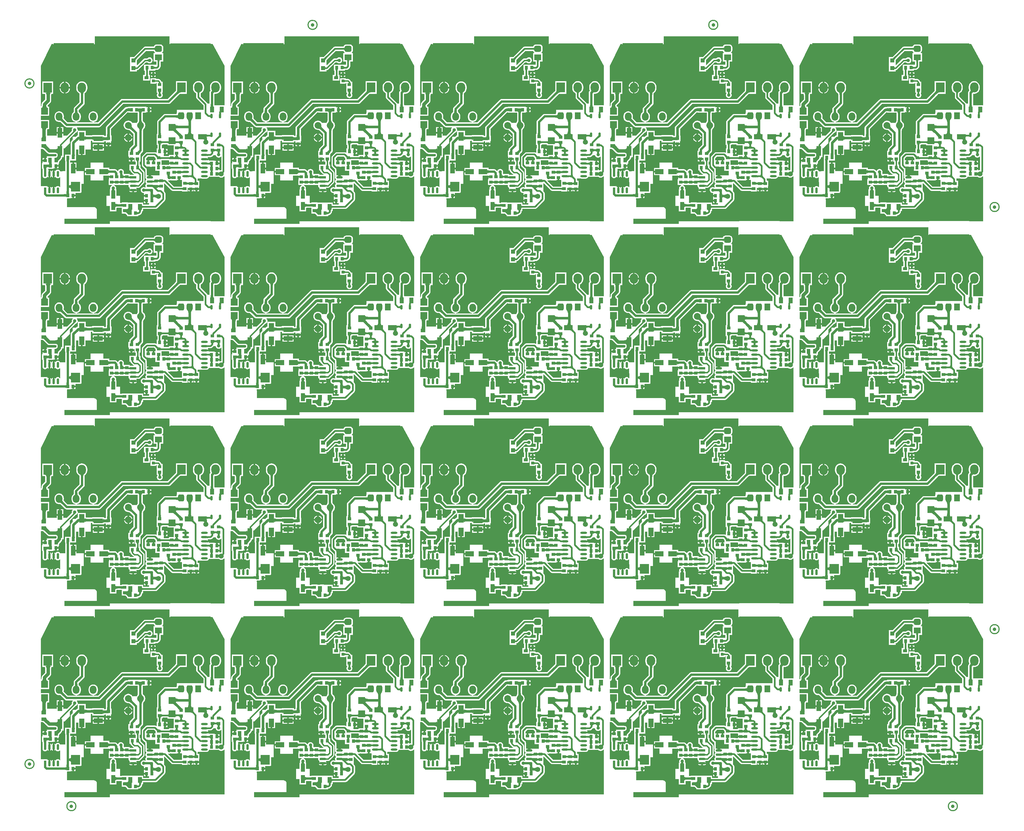
<source format=gtl>
G04*
G04 #@! TF.GenerationSoftware,Altium Limited,Altium Designer,22.11.1 (43)*
G04*
G04 Layer_Physical_Order=1*
G04 Layer_Color=255*
%FSTAX26Y26*%
%MOIN*%
G70*
G04*
G04 #@! TF.SameCoordinates,AA770BCE-04E6-4DAC-A3A7-18814E9E4FF3*
G04*
G04*
G04 #@! TF.FilePolarity,Positive*
G04*
G01*
G75*
%ADD10C,0.011811*%
%ADD11C,0.042047*%
%ADD12R,0.050000X0.051181*%
%ADD13O,0.078740X0.023622*%
%ADD14O,0.028346X0.070079*%
%ADD15R,0.028346X0.070079*%
%ADD16R,0.074803X0.028346*%
%ADD17O,0.074803X0.028346*%
%ADD18R,0.039370X0.037402*%
%ADD19R,0.037402X0.039370*%
%ADD20R,0.045276X0.070866*%
%ADD21R,0.057087X0.039370*%
%ADD22R,0.036000X0.036000*%
%ADD23R,0.050000X0.036000*%
%ADD24R,0.039370X0.057087*%
%ADD25R,0.078740X0.078740*%
%ADD26R,0.102362X0.062992*%
%ADD27R,0.047244X0.094488*%
%ADD28R,0.062992X0.102362*%
%ADD29R,0.110236X0.055118*%
%ADD30R,0.055118X0.118110*%
%ADD31C,0.059055*%
G04:AMPARAMS|DCode=32|XSize=51.181mil|YSize=23.622mil|CornerRadius=5.906mil|HoleSize=0mil|Usage=FLASHONLY|Rotation=270.000|XOffset=0mil|YOffset=0mil|HoleType=Round|Shape=RoundedRectangle|*
%AMROUNDEDRECTD32*
21,1,0.051181,0.011811,0,0,270.0*
21,1,0.039370,0.023622,0,0,270.0*
1,1,0.011811,-0.005906,-0.019685*
1,1,0.011811,-0.005906,0.019685*
1,1,0.011811,0.005906,0.019685*
1,1,0.011811,0.005906,-0.019685*
%
%ADD32ROUNDEDRECTD32*%
%ADD33C,0.027559*%
%ADD34C,0.031496*%
%ADD35C,0.039370*%
%ADD36C,0.015748*%
%ADD37C,0.023622*%
%ADD38C,0.019685*%
%ADD39C,0.015000*%
%ADD40R,0.531888X0.059000*%
%ADD41R,0.511796X0.312000*%
%ADD42R,0.512878X0.301698*%
%ADD43R,0.101336X0.104000*%
%ADD44R,0.150000X0.056000*%
%ADD45R,0.515000X0.197000*%
%ADD46R,0.089000X0.117000*%
%ADD47O,0.078740X0.094488*%
%ADD48R,0.098425X0.118110*%
%ADD49O,0.098425X0.118110*%
%ADD50C,0.078740*%
%ADD51R,0.070866X0.082677*%
G04:AMPARAMS|DCode=52|XSize=70.866mil|YSize=82.677mil|CornerRadius=17.716mil|HoleSize=0mil|Usage=FLASHONLY|Rotation=180.000|XOffset=0mil|YOffset=0mil|HoleType=Round|Shape=RoundedRectangle|*
%AMROUNDEDRECTD52*
21,1,0.070866,0.047244,0,0,180.0*
21,1,0.035433,0.082677,0,0,180.0*
1,1,0.035433,-0.017717,0.023622*
1,1,0.035433,0.017717,0.023622*
1,1,0.035433,0.017717,-0.023622*
1,1,0.035433,-0.017717,-0.023622*
%
%ADD52ROUNDEDRECTD52*%
G04:AMPARAMS|DCode=53|XSize=70.866mil|YSize=82.677mil|CornerRadius=17.716mil|HoleSize=0mil|Usage=FLASHONLY|Rotation=90.000|XOffset=0mil|YOffset=0mil|HoleType=Round|Shape=RoundedRectangle|*
%AMROUNDEDRECTD53*
21,1,0.070866,0.047244,0,0,90.0*
21,1,0.035433,0.082677,0,0,90.0*
1,1,0.035433,0.023622,0.017717*
1,1,0.035433,0.023622,-0.017717*
1,1,0.035433,-0.023622,-0.017717*
1,1,0.035433,-0.023622,0.017717*
%
%ADD53ROUNDEDRECTD53*%
%ADD54R,0.082677X0.070866*%
%ADD55R,0.472441X0.125984*%
%ADD56R,0.452756X0.137795*%
%ADD57R,0.472441X0.157480*%
%ADD58C,0.027559*%
%ADD59C,0.039370*%
G36*
X10453818Y08870368D02*
X10453782D01*
Y08807218D01*
X10946223D01*
Y08852074D01*
X10959087D01*
X110997Y08595341D01*
Y08133809D01*
X11030097D01*
Y08134069D01*
X10984002D01*
X10981365Y08137977D01*
X10981067Y08141744D01*
X10980987Y08146503D01*
X10980944Y08146704D01*
Y08264281D01*
X10985742Y08268618D01*
X10993785Y08267826D01*
X11006373Y08269066D01*
X11018477Y08272738D01*
X11029632Y082787D01*
X1103941Y08286725D01*
X11047434Y08296502D01*
X11053397Y08307657D01*
X11057069Y08319762D01*
X11058309Y0833235D01*
Y08352034D01*
X11057069Y08364622D01*
X11053397Y08376727D01*
X11047434Y08387882D01*
X1103941Y08397659D01*
X11029632Y08405684D01*
X11018477Y08411646D01*
X11006373Y08415318D01*
X10993785Y08416558D01*
X10981197Y08415318D01*
X10969093Y08411646D01*
X10957938Y08405684D01*
X1094816Y08397659D01*
X10940136Y08387882D01*
X10934174Y08376727D01*
X10930502Y08364622D01*
X10929262Y08352034D01*
Y0833235D01*
X10930502Y08319762D01*
X10934174Y08307657D01*
X10935294Y08305561D01*
X10933453Y0830347D01*
X1093125Y08301222D01*
X10930783Y08300507D01*
X10926777Y08295287D01*
X10923877Y08288286D01*
X10922888Y08280773D01*
X10922888Y08280772D01*
Y08152374D01*
X10901404Y08152069D01*
X10895913Y08160286D01*
X1081844Y08237759D01*
Y08269421D01*
X10818557Y08270982D01*
X10818835Y08272929D01*
X10829632Y082787D01*
X1083941Y08286725D01*
X10847434Y08296502D01*
X10853397Y08307657D01*
X10857069Y08319762D01*
X10858308Y0833235D01*
Y08352034D01*
X10857069Y08364622D01*
X10853397Y08376727D01*
X10847434Y08387882D01*
X1083941Y08397659D01*
X10829632Y08405684D01*
X10818477Y08411646D01*
X10806373Y08415318D01*
X10793785Y08416558D01*
X10781197Y08415318D01*
X10769093Y08411646D01*
X10757938Y08405684D01*
X1074816Y08397659D01*
X10740136Y08387882D01*
X10734173Y08376727D01*
X10730502Y08364622D01*
X10729262Y08352034D01*
Y0833235D01*
X10730502Y08319762D01*
X10734173Y08307657D01*
X10740136Y08296502D01*
X1074816Y08286725D01*
X10757938Y082787D01*
X10767318Y08273687D01*
X10767335Y0827361D01*
X10767663Y08271304D01*
X10767781Y08269739D01*
Y08227268D01*
X10769709Y08217575D01*
X107752Y08209357D01*
X10852673Y08131884D01*
Y08078376D01*
X10839503D01*
X10838503Y08079376D01*
X10837503Y08078376D01*
X10538503D01*
X10538622Y0805636D01*
X10538622Y0805636D01*
X10538842Y08056258D01*
X10536783Y08031326D01*
X10536427Y08031269D01*
X10532594Y08030943D01*
X10527593Y08030816D01*
X10527412Y08030775D01*
X10404375D01*
X10396862Y08029786D01*
X10389861Y08026886D01*
X10383849Y08022274D01*
X10383849Y08022273D01*
X10317477Y07955901D01*
X10312864Y0794989D01*
X10309964Y07942889D01*
X10308975Y07935376D01*
X10308975Y07935375D01*
Y07808393D01*
X1030893Y0780818D01*
X10308876Y0780326D01*
X10308472Y07795573D01*
X10303317D01*
Y07782718D01*
X10303309Y07782693D01*
X10303317Y07782515D01*
Y07781327D01*
X10303144Y07780453D01*
X10303317Y07779578D01*
Y07728171D01*
Y07682201D01*
X1030323Y07681919D01*
X10303303Y07681102D01*
X10303144Y07680299D01*
X10303317Y07679425D01*
Y07665179D01*
X10312643D01*
X10312677Y07664783D01*
Y07625136D01*
X10312671Y07625061D01*
X10304309D01*
Y07610815D01*
X10304136Y07609941D01*
X10304309Y07609066D01*
Y07609D01*
X10304242Y0760814D01*
X10304309Y07607932D01*
Y0757804D01*
X10299309Y07575368D01*
X10294207Y07578777D01*
X10284514Y07580705D01*
X10190534D01*
X10180841Y07578777D01*
X10172623Y07573286D01*
X10136092Y07536755D01*
X10130601Y07528537D01*
X10128673Y07518844D01*
Y07429376D01*
X10130601Y07419682D01*
X10136092Y07411465D01*
X1016173Y07385827D01*
X10169317Y07380757D01*
Y07361179D01*
X10169709D01*
Y07307376D01*
X10170873Y07301523D01*
X10172484Y07299112D01*
X10170777Y07294991D01*
X10169774Y07287376D01*
X10170777Y0727976D01*
X10173717Y07272663D01*
X10178393Y07266569D01*
X101806Y07264876D01*
Y07259876D01*
X10178393Y07258182D01*
X10173717Y07252088D01*
X10170777Y07244991D01*
X10169774Y07237376D01*
X10170777Y0722976D01*
X10173717Y07222663D01*
X10178393Y07216569D01*
X101806Y07214876D01*
Y07209876D01*
X10178393Y07208182D01*
X10173717Y07202088D01*
X10170777Y07194991D01*
X10169774Y07187376D01*
X10170777Y0717976D01*
X10173112Y07174122D01*
X10171624Y07169743D01*
X10170674Y07168415D01*
X10168495Y07167673D01*
X10160057Y07171168D01*
X10151003Y0717236D01*
X10141948Y07171168D01*
X1013351Y07167673D01*
X10126265Y07162113D01*
X10120705Y07154868D01*
X1011721Y0714643D01*
X10116018Y07137376D01*
X1011721Y07128321D01*
X10120705Y07119883D01*
X10126265Y07112638D01*
X1013351Y07107078D01*
X10141948Y07103583D01*
X10151003Y07102391D01*
X10151196Y07102417D01*
X10154806Y07097849D01*
Y07079218D01*
X10183506D01*
Y07059533D01*
X10154806D01*
Y07039691D01*
Y07023218D01*
X10183506D01*
Y07013376D01*
X10193349D01*
Y06983691D01*
X10207386D01*
X10212207Y0698369D01*
X10212386Y06978764D01*
Y06965705D01*
X10144122D01*
X10143727Y06965739D01*
Y06990809D01*
X10082681D01*
X10082569Y06991079D01*
X10082569Y06991079D01*
X09995003Y06991376D01*
Y06990809D01*
X09961688D01*
Y06991573D01*
X09908312D01*
X09907438Y06991746D01*
X09906685Y06991597D01*
X09905921Y06991671D01*
X09905598Y06991573D01*
X09892317D01*
Y06987574D01*
X09884476Y06986988D01*
X09879738Y06986944D01*
X09879522Y069869D01*
X09872003D01*
Y07071376D01*
X09830624D01*
Y07128154D01*
X09830631Y07128172D01*
X09830624Y07128305D01*
Y07129555D01*
X09830798Y07130429D01*
X09830624Y07131303D01*
Y07145549D01*
X09828318D01*
X09825827Y07149277D01*
X09825825Y07150549D01*
X09826987Y07159376D01*
X09825795Y0716843D01*
X098223Y07176868D01*
X0981674Y07184113D01*
X09809495Y07189673D01*
X09803445Y07192179D01*
X0980444Y07197179D01*
X09926688D01*
Y07197183D01*
X09969858D01*
X09973557Y07192183D01*
X09973266Y07189973D01*
X0997227Y07184965D01*
X09974045Y0717604D01*
X09979101Y07168474D01*
X09981112Y0716713D01*
X09981542Y07166569D01*
X09987122Y07162288D01*
X09988079Y07157395D01*
X09988124Y07156944D01*
X09984921Y07154803D01*
X09979853Y07147218D01*
X10071302D01*
X10066234Y07154803D01*
X10063532Y07156608D01*
X10063517Y07156646D01*
X10063248Y07157905D01*
X10063302Y07158701D01*
X10063848Y07161753D01*
X10064065Y07162266D01*
X10064464Y07162434D01*
X10065016Y07162807D01*
X10065066Y07162834D01*
X10065429Y07162984D01*
X10065882Y07163131D01*
X10068604Y0716372D01*
X10069806Y07163881D01*
X10072314Y07164053D01*
X10090003D01*
X10098927Y07165829D01*
X10106494Y07170884D01*
X10154494Y07218884D01*
X10159549Y07226451D01*
X10161325Y07235376D01*
Y07341376D01*
X10159549Y07350301D01*
X10154494Y07357867D01*
X10116894Y07395466D01*
X10114571Y07397968D01*
X10113022Y07399902D01*
X10112703Y07400359D01*
Y07404491D01*
X10112742Y07404745D01*
X10112703Y07404903D01*
Y07435061D01*
X10101825D01*
Y07469683D01*
X10112688D01*
Y07532675D01*
Y07550212D01*
X10112861Y07551087D01*
X10112688Y07551961D01*
Y07556412D01*
X1011372Y07558029D01*
X10116001Y07561084D01*
X10123308Y07569448D01*
X10128021Y07574296D01*
X10128136Y07574473D01*
X10135028Y07581365D01*
X10135028Y07581365D01*
X10139641Y07587377D01*
X10142541Y07594378D01*
X1014353Y07601891D01*
X1014353Y07601892D01*
Y0783666D01*
X10143566Y07836808D01*
X10143681Y07839942D01*
X10143958Y07842364D01*
X10144408Y0784465D01*
X10145025Y07846827D01*
X10145813Y07848918D01*
X1014678Y0785095D01*
X10147941Y07852944D01*
X10149313Y07854917D01*
X1015092Y07856879D01*
X10152352Y07858386D01*
X1015328Y07859098D01*
X10161995Y07870456D01*
X10167473Y07883682D01*
X10169342Y07897876D01*
X10167473Y07912069D01*
X10161995Y07925295D01*
X1015328Y07936653D01*
X10149747Y07939364D01*
X10149125Y07940166D01*
X10146808Y07942178D01*
X10145226Y07943806D01*
X10143893Y0794545D01*
X10142773Y07947129D01*
X10141842Y07948863D01*
X10141077Y0795069D01*
X10140468Y07952647D01*
X10140016Y07954769D01*
X10139732Y07957091D01*
X10139609Y07960222D01*
X10139575Y07960363D01*
Y08039235D01*
X10139606Y08039361D01*
X10139802Y08043808D01*
X1014023Y08046691D01*
X10181207D01*
Y08046935D01*
X10181798Y0805169D01*
X10186207Y08051691D01*
X10200656D01*
Y08081376D01*
Y08111061D01*
X10181798D01*
X10181207Y08115816D01*
Y08116061D01*
X10087458D01*
X10086583Y08116234D01*
X10085709Y08116061D01*
X09987483D01*
X09986691Y08116232D01*
X0998656Y08116209D01*
X0998643Y08116234D01*
X09985555Y08116061D01*
X09971309D01*
Y08113166D01*
X09960371Y08112453D01*
X09954836Y08112417D01*
X09954698Y08112389D01*
X09950003D01*
X09941976Y08111332D01*
X09934496Y08108234D01*
X09928073Y08103305D01*
X09715073Y07890305D01*
X09710144Y07883882D01*
X09707046Y07876403D01*
X09705989Y07868376D01*
Y07794389D01*
X09705964Y07794276D01*
X0970563Y07778665D01*
X09705542Y07777573D01*
X09702317D01*
Y07772369D01*
X09695654Y07771935D01*
X09694589Y07772005D01*
X09690865Y07772465D01*
X09688111Y07773016D01*
Y07783116D01*
X09673865D01*
X09672991Y0778329D01*
X09672117Y07783116D01*
X09671247D01*
X09670844Y07783138D01*
X0967078Y07783116D01*
X09564049D01*
X09563257Y07783287D01*
X09563125Y07783264D01*
X09562995Y0778329D01*
X09562121Y07783116D01*
X09547875D01*
Y07780222D01*
X09536937Y07779508D01*
X09531401Y07779473D01*
X09531263Y07779444D01*
X09487379D01*
X09487276Y07779468D01*
X09481746Y07779613D01*
X09477428Y07779993D01*
X09474005Y07780561D01*
X09471542Y07781222D01*
X09470498Y07781648D01*
Y07834297D01*
X09379538D01*
X09375192Y07838338D01*
X09375987Y07844376D01*
X09374795Y0785343D01*
X093713Y07861868D01*
X0936574Y07869113D01*
X09365089Y07869613D01*
X09366696Y07874348D01*
X09625002D01*
X09625003Y07874348D01*
X09632515Y07875337D01*
X09639516Y07878237D01*
X09645528Y0788285D01*
X09911026Y08148348D01*
X10444002D01*
X10444003Y08148348D01*
X10451515Y08149337D01*
X10458516Y08152237D01*
X10464528Y0815685D01*
X10560328Y0825265D01*
X10560498Y08252759D01*
X10565683Y08257757D01*
X10570213Y08261766D01*
X10574235Y08264961D01*
X10577668Y08267331D01*
X10579085Y08268137D01*
X10586869D01*
X1058709Y08268066D01*
X10587974Y08268137D01*
X10590253D01*
X10590878Y08268097D01*
X10590995Y08268137D01*
X10657998D01*
Y08416247D01*
X10529573D01*
Y08318241D01*
X10529406Y08317525D01*
X10529573Y08316525D01*
Y08315646D01*
X10529532Y08315021D01*
X10529573Y08314904D01*
Y08306477D01*
X10527668Y0830376D01*
X10519562Y08294232D01*
X1051421Y08288696D01*
X10514099Y08288524D01*
X10431979Y08206403D01*
X09899003D01*
X09899003Y08206404D01*
X09891489Y08205414D01*
X09884489Y08202514D01*
X09878477Y08197901D01*
X09878476Y08197901D01*
X09612979Y07932403D01*
X0956396D01*
X09563632Y07937403D01*
X09572196Y07938531D01*
X09585422Y07944009D01*
X0959678Y07952724D01*
X09605495Y07964082D01*
X09610973Y07977308D01*
X09612842Y07991502D01*
Y0800725D01*
X09610973Y08021443D01*
X09605495Y08034669D01*
X0959678Y08046027D01*
X09585422Y08054742D01*
X09572196Y0806022D01*
X09558003Y08062089D01*
X09543809Y0806022D01*
X09530583Y08054742D01*
X09519225Y08046027D01*
X0951051Y08034669D01*
X09505032Y08021443D01*
X09503163Y0800725D01*
Y07991502D01*
X09505032Y07977308D01*
X0951051Y07964082D01*
X09519225Y07952724D01*
X09530583Y07944009D01*
X09543809Y07938531D01*
X09552373Y07937403D01*
X09552046Y07932403D01*
X0936396D01*
X09363632Y07937403D01*
X09372196Y07938531D01*
X09385422Y07944009D01*
X0939678Y07952724D01*
X09405495Y07964082D01*
X09410973Y07977308D01*
X09412842Y07991502D01*
Y0800725D01*
X09410973Y08021443D01*
X09405495Y08034669D01*
X0939678Y08046027D01*
X09388828Y08052129D01*
X09388812Y0805218D01*
X09388165Y08055363D01*
X09387199Y08065613D01*
X09387073Y08071948D01*
X0938703Y08072143D01*
Y08077352D01*
X09447528Y0813785D01*
X09447528Y0813785D01*
X09452141Y08143862D01*
X09455041Y08150863D01*
X0945603Y08158376D01*
Y08256275D01*
X09456073Y08256467D01*
X09456202Y08262631D01*
X09456554Y08267667D01*
X09457101Y08271821D01*
X09457779Y0827503D01*
X09458066Y0827593D01*
X0945985Y08276884D01*
X09463017Y08279483D01*
X09463064Y08279503D01*
X09463162Y08279602D01*
X09469628Y08284908D01*
X09477652Y08294686D01*
X09483614Y08305841D01*
X09487286Y08317945D01*
X09488526Y08330533D01*
Y08350218D01*
X09487286Y08362806D01*
X09483614Y0837491D01*
X09477652Y08386065D01*
X09469628Y08395843D01*
X0945985Y08403867D01*
X09448695Y0840983D01*
X09436591Y08413502D01*
X09424003Y08414741D01*
X09411415Y08413502D01*
X09399311Y0840983D01*
X09388156Y08403867D01*
X09378378Y08395843D01*
X09370353Y08386065D01*
X09364391Y0837491D01*
X09360719Y08362806D01*
X09359479Y08350218D01*
Y08330533D01*
X09360719Y08317945D01*
X09364391Y08305841D01*
X09370353Y08294686D01*
X09378378Y08284908D01*
X09388156Y08276884D01*
X093927Y08274455D01*
X09392861Y08274334D01*
X09392989Y082743D01*
X09396285Y08272539D01*
X09396862Y0826992D01*
X09397808Y08260598D01*
X09397932Y0825475D01*
X09397975Y08254558D01*
Y08254246D01*
X09397959Y08254126D01*
X09397975Y08254065D01*
Y08170399D01*
X09337477Y08109901D01*
X09332864Y0810389D01*
X09329964Y08096889D01*
X09328975Y08089376D01*
X09328975Y08089375D01*
Y08072143D01*
X09328932Y08071948D01*
X09328802Y08065401D01*
X09328444Y0806003D01*
X09327887Y08055596D01*
X09327193Y0805218D01*
X09327177Y08052129D01*
X09319225Y08046027D01*
X0931051Y08034669D01*
X09305032Y08021443D01*
X09303163Y0800725D01*
Y07991502D01*
X09305032Y07977308D01*
X0931051Y07964082D01*
X09319225Y07952724D01*
X09330583Y07944009D01*
X09343809Y07938531D01*
X09352373Y07937403D01*
X09352046Y07932403D01*
X09258152D01*
X09224414Y07966141D01*
X09224307Y07966308D01*
X09219771Y07971029D01*
X09216224Y07975081D01*
X09213484Y0797861D01*
X09211558Y07981517D01*
X09211533Y07981564D01*
X09212842Y07991502D01*
Y0800725D01*
X09210973Y08021443D01*
X09205495Y08034669D01*
X0919678Y08046027D01*
X09185422Y08054742D01*
X09172196Y0806022D01*
X09158003Y08062089D01*
X09143809Y0806022D01*
X09130583Y08054742D01*
X09119225Y08046027D01*
X0911051Y08034669D01*
X09105032Y08021443D01*
X09103163Y0800725D01*
Y07991502D01*
X09105032Y07977308D01*
X0911051Y07964082D01*
X09119225Y07952724D01*
X09130583Y07944009D01*
X09143809Y07938531D01*
X09158003Y07936662D01*
X0916794Y07937971D01*
X09167987Y07937946D01*
X09170696Y07936152D01*
X09178628Y07929587D01*
X09183196Y07925197D01*
X09183363Y0792509D01*
X09225602Y0788285D01*
X09225603Y0788285D01*
X09231615Y07878237D01*
X09238616Y07875337D01*
X09246129Y07874348D01*
X09246129Y07874348D01*
X09315309D01*
X09316916Y07869613D01*
X09316265Y07869113D01*
X09310705Y07861868D01*
X0930721Y0785343D01*
X09306018Y07844376D01*
X0930721Y07835321D01*
X09307432Y07834787D01*
X0925002Y07777376D01*
X09205561D01*
Y07798832D01*
X09168003D01*
X09130443D01*
Y07777376D01*
X09016293D01*
X09016016Y07781753D01*
X09015987Y07787669D01*
Y07828427D01*
X09016161Y07835045D01*
X09016658Y07840699D01*
X09017423Y07845301D01*
X0901836Y07848789D01*
X09019307Y07851112D01*
X0902004Y07852314D01*
X09020224Y07852513D01*
X09021693Y07852671D01*
X09040373D01*
Y07961411D01*
X08943304D01*
Y0800934D01*
X09040373D01*
Y08101064D01*
X09040461Y0810135D01*
X09040388Y08102161D01*
X09040547Y0810296D01*
X09040373Y08103834D01*
Y0811808D01*
X09027148D01*
X09026863Y08118169D01*
X09025153Y0811835D01*
X09025008Y08118507D01*
X09024285Y08119697D01*
X09023345Y08122009D01*
X09022415Y08125486D01*
X09021654Y08130078D01*
X09021616Y08130514D01*
X0905374Y08162638D01*
X090593Y08169883D01*
X09062795Y08178321D01*
X09063987Y08187376D01*
Y08242075D01*
X09064161Y08248676D01*
X09064658Y08254312D01*
X09065422Y08258896D01*
X09066356Y08262364D01*
X09067299Y08264671D01*
X09068025Y08265858D01*
X09068197Y08266044D01*
X09069974Y08266231D01*
X09070263Y0826632D01*
X09088215D01*
Y08414431D01*
X0895979D01*
Y0826632D01*
X08987742D01*
X08988031Y08266231D01*
X08989808Y08266044D01*
X0898998Y08265858D01*
X08990706Y08264671D01*
X08991649Y08262365D01*
X08992583Y08258896D01*
X08993347Y08254312D01*
X08993844Y08248676D01*
X08994018Y08242075D01*
Y08201867D01*
X08961265Y08169113D01*
X08955705Y08161868D01*
X0895221Y0815343D01*
X08951614Y08148903D01*
X08951018Y08144376D01*
Y08142325D01*
X08950845Y08135718D01*
X08950351Y08130078D01*
X08949641Y08125792D01*
X08948278Y08122732D01*
X08948117Y08122711D01*
X08943304Y08123854D01*
X08943304Y08596166D01*
X09069125Y08852074D01*
X09082782D01*
Y08809218D01*
X09575223D01*
Y08872368D01*
X09575003D01*
Y08944074D01*
X10453818D01*
Y08870368D01*
D02*
G37*
G36*
X08226818D02*
X08226782D01*
Y08807218D01*
X08719222D01*
Y08852074D01*
X08732087D01*
X088727Y08595341D01*
Y08133809D01*
X08803097D01*
Y08134069D01*
X08757002D01*
X08754365Y08137977D01*
X08754066Y08141744D01*
X08753987Y08146503D01*
X08753943Y08146704D01*
Y08264281D01*
X08758742Y08268618D01*
X08766785Y08267826D01*
X08779373Y08269066D01*
X08791477Y08272738D01*
X08802632Y082787D01*
X0881241Y08286725D01*
X08820434Y08296502D01*
X08826397Y08307657D01*
X08830068Y08319762D01*
X08831308Y0833235D01*
Y08352034D01*
X08830068Y08364622D01*
X08826397Y08376727D01*
X08820434Y08387882D01*
X0881241Y08397659D01*
X08802632Y08405684D01*
X08791477Y08411646D01*
X08779373Y08415318D01*
X08766785Y08416558D01*
X08754197Y08415318D01*
X08742093Y08411646D01*
X08730938Y08405684D01*
X0872116Y08397659D01*
X08713136Y08387882D01*
X08707173Y08376727D01*
X08703501Y08364622D01*
X08702262Y08352034D01*
Y0833235D01*
X08703501Y08319762D01*
X08707173Y08307657D01*
X08708293Y08305561D01*
X08706453Y0830347D01*
X0870425Y08301222D01*
X08703782Y08300507D01*
X08699777Y08295287D01*
X08696877Y08288286D01*
X08695888Y08280773D01*
X08695888Y08280772D01*
Y08152374D01*
X08674403Y08152069D01*
X08668912Y08160286D01*
X08591439Y08237759D01*
Y08269421D01*
X08591557Y08270982D01*
X08591834Y08272929D01*
X08602632Y082787D01*
X0861241Y08286725D01*
X08620434Y08296502D01*
X08626397Y08307657D01*
X08630068Y08319762D01*
X08631308Y0833235D01*
Y08352034D01*
X08630068Y08364622D01*
X08626397Y08376727D01*
X08620434Y08387882D01*
X0861241Y08397659D01*
X08602632Y08405684D01*
X08591477Y08411646D01*
X08579373Y08415318D01*
X08566785Y08416558D01*
X08554197Y08415318D01*
X08542093Y08411646D01*
X08530938Y08405684D01*
X0852116Y08397659D01*
X08513136Y08387882D01*
X08507173Y08376727D01*
X08503501Y08364622D01*
X08502261Y08352034D01*
Y0833235D01*
X08503501Y08319762D01*
X08507173Y08307657D01*
X08513136Y08296502D01*
X0852116Y08286725D01*
X08530938Y082787D01*
X08540317Y08273687D01*
X08540335Y0827361D01*
X08540663Y08271304D01*
X08540781Y08269739D01*
Y08227268D01*
X08542709Y08217575D01*
X08548199Y08209357D01*
X08625673Y08131884D01*
Y08078376D01*
X08612502D01*
X08611502Y08079376D01*
X08610502Y08078376D01*
X08311502D01*
X08311622Y0805636D01*
X08311622Y0805636D01*
X08311842Y08056258D01*
X08309783Y08031326D01*
X08309426Y08031269D01*
X08305593Y08030943D01*
X08300592Y08030816D01*
X08300411Y08030775D01*
X08177374D01*
X08169861Y08029786D01*
X0816286Y08026886D01*
X08156848Y08022274D01*
X08156848Y08022273D01*
X08090476Y07955901D01*
X08085863Y0794989D01*
X08082963Y07942889D01*
X08081974Y07935376D01*
X08081974Y07935375D01*
Y07808393D01*
X08081929Y0780818D01*
X08081875Y0780326D01*
X08081472Y07795573D01*
X08076317D01*
Y07782718D01*
X08076308Y07782693D01*
X08076317Y07782515D01*
Y07781327D01*
X08076143Y07780453D01*
X08076317Y07779578D01*
Y07728171D01*
Y07682201D01*
X08076229Y07681919D01*
X08076303Y07681102D01*
X08076143Y07680299D01*
X08076317Y07679425D01*
Y07665179D01*
X08085642D01*
X08085677Y07664783D01*
Y07625136D01*
X08085671Y07625061D01*
X08077309D01*
Y07610815D01*
X08077135Y07609941D01*
X08077309Y07609066D01*
Y07609D01*
X08077242Y0760814D01*
X08077309Y07607932D01*
Y0757804D01*
X08072309Y07575368D01*
X08067207Y07578777D01*
X08057514Y07580705D01*
X07963533D01*
X0795384Y07578777D01*
X07945623Y07573286D01*
X07909092Y07536755D01*
X07903601Y07528537D01*
X07901673Y07518844D01*
Y07429376D01*
X07903601Y07419682D01*
X07909092Y07411465D01*
X07934729Y07385827D01*
X07942317Y07380757D01*
Y07361179D01*
X07942708D01*
Y07307376D01*
X07943872Y07301523D01*
X07945483Y07299112D01*
X07943777Y07294991D01*
X07942774Y07287376D01*
X07943777Y0727976D01*
X07946716Y07272663D01*
X07951392Y07266569D01*
X07953599Y07264876D01*
Y07259876D01*
X07951392Y07258182D01*
X07946716Y07252088D01*
X07943777Y07244991D01*
X07942774Y07237376D01*
X07943777Y0722976D01*
X07946716Y07222663D01*
X07951392Y07216569D01*
X07953599Y07214876D01*
Y07209876D01*
X07951392Y07208182D01*
X07946716Y07202088D01*
X07943777Y07194991D01*
X07942774Y07187376D01*
X07943777Y0717976D01*
X07946112Y07174122D01*
X07944624Y07169743D01*
X07943673Y07168415D01*
X07941494Y07167673D01*
X07933057Y07171168D01*
X07924002Y0717236D01*
X07914947Y07171168D01*
X0790651Y07167673D01*
X07899264Y07162113D01*
X07893705Y07154868D01*
X0789021Y0714643D01*
X07889018Y07137376D01*
X0789021Y07128321D01*
X07893705Y07119883D01*
X07899264Y07112638D01*
X0790651Y07107078D01*
X07914947Y07103583D01*
X07924002Y07102391D01*
X07924195Y07102417D01*
X07927805Y07097849D01*
Y07079218D01*
X07956506D01*
Y07059533D01*
X07927805D01*
Y07039691D01*
Y07023218D01*
X07956506D01*
Y07013376D01*
X07966349D01*
Y06983691D01*
X07980385D01*
X07985207Y0698369D01*
X07985385Y06978764D01*
Y06965705D01*
X07917121D01*
X07916726Y06965739D01*
Y06990809D01*
X0785568D01*
X07855568Y06991079D01*
X07855568Y06991079D01*
X07768002Y06991376D01*
Y06990809D01*
X07734687D01*
Y06991573D01*
X07681311D01*
X07680437Y06991746D01*
X07679684Y06991597D01*
X07678921Y06991671D01*
X07678597Y06991573D01*
X07665317D01*
Y06987574D01*
X07657475Y06986988D01*
X07652737Y06986944D01*
X07652522Y069869D01*
X07645002D01*
Y07071376D01*
X07603624D01*
Y07128154D01*
X0760363Y07128172D01*
X07603624Y07128305D01*
Y07129555D01*
X07603798Y07130429D01*
X07603624Y07131303D01*
Y07145549D01*
X07601318D01*
X07598826Y07149277D01*
X07598824Y07150549D01*
X07599986Y07159376D01*
X07598794Y0716843D01*
X07595299Y07176868D01*
X0758974Y07184113D01*
X07582494Y07189673D01*
X07576445Y07192179D01*
X07577439Y07197179D01*
X07699687D01*
Y07197183D01*
X07742858D01*
X07746556Y07192183D01*
X07746266Y07189973D01*
X07745269Y07184965D01*
X07747045Y0717604D01*
X077521Y07168474D01*
X07754112Y0716713D01*
X07754542Y07166569D01*
X07760122Y07162288D01*
X07761079Y07157395D01*
X07761123Y07156944D01*
X07757921Y07154803D01*
X07752852Y07147218D01*
X07844301D01*
X07839233Y07154803D01*
X07836532Y07156608D01*
X07836516Y07156646D01*
X07836247Y07157905D01*
X07836301Y07158701D01*
X07836848Y07161753D01*
X07837065Y07162266D01*
X07837464Y07162434D01*
X07838015Y07162807D01*
X07838066Y07162834D01*
X07838429Y07162984D01*
X07838881Y07163131D01*
X07841604Y0716372D01*
X07842806Y07163881D01*
X07845313Y07164053D01*
X07863002D01*
X07871927Y07165829D01*
X07879493Y07170884D01*
X07927493Y07218884D01*
X07932549Y07226451D01*
X07934324Y07235376D01*
Y07341376D01*
X07932549Y07350301D01*
X07927493Y07357867D01*
X07889894Y07395466D01*
X0788757Y07397968D01*
X07886021Y07399902D01*
X07885703Y07400359D01*
Y07404491D01*
X07885742Y07404745D01*
X07885703Y07404903D01*
Y07435061D01*
X07874824D01*
Y07469683D01*
X07885687D01*
Y07532675D01*
Y07550212D01*
X07885861Y07551087D01*
X07885687Y07551961D01*
Y07556412D01*
X0788672Y07558029D01*
X07889Y07561084D01*
X07896308Y07569448D01*
X07901021Y07574296D01*
X07901136Y07574473D01*
X07908027Y07581365D01*
X07908028Y07581365D01*
X07912641Y07587377D01*
X07915541Y07594378D01*
X0791653Y07601891D01*
X0791653Y07601892D01*
Y0783666D01*
X07916565Y07836808D01*
X07916681Y07839942D01*
X07916958Y07842364D01*
X07917407Y0784465D01*
X07918025Y07846827D01*
X07918812Y07848918D01*
X07919779Y0785095D01*
X0792094Y07852944D01*
X07922313Y07854917D01*
X07923919Y07856879D01*
X07925351Y07858386D01*
X07926279Y07859098D01*
X07934994Y07870456D01*
X07940473Y07883682D01*
X07942341Y07897876D01*
X07940473Y07912069D01*
X07934994Y07925295D01*
X07926279Y07936653D01*
X07922746Y07939364D01*
X07922125Y07940166D01*
X07919808Y07942178D01*
X07918226Y07943806D01*
X07916892Y0794545D01*
X07915773Y07947129D01*
X07914842Y07948863D01*
X07914077Y0795069D01*
X07913468Y07952647D01*
X07913016Y07954769D01*
X07912731Y07957091D01*
X07912608Y07960222D01*
X07912574Y07960363D01*
Y08039235D01*
X07912605Y08039361D01*
X07912802Y08043808D01*
X0791323Y08046691D01*
X07954207D01*
Y08046935D01*
X07954797Y0805169D01*
X07959207Y08051691D01*
X07973655D01*
Y08081376D01*
Y08111061D01*
X07954797D01*
X07954207Y08115816D01*
Y08116061D01*
X07860457D01*
X07859583Y08116234D01*
X07858709Y08116061D01*
X07760483D01*
X0775969Y08116232D01*
X07759559Y08116209D01*
X07759429Y08116234D01*
X07758555Y08116061D01*
X07744309D01*
Y08113166D01*
X07733371Y08112453D01*
X07727835Y08112417D01*
X07727698Y08112389D01*
X07723002D01*
X07714975Y08111332D01*
X07707495Y08108234D01*
X07701072Y08103305D01*
X07488072Y07890305D01*
X07483144Y07883882D01*
X07480046Y07876403D01*
X07478989Y07868376D01*
Y07794389D01*
X07478964Y07794276D01*
X0747863Y07778665D01*
X07478541Y07777573D01*
X07475317D01*
Y07772369D01*
X07468653Y07771935D01*
X07467588Y07772005D01*
X07463865Y07772465D01*
X0746111Y07773016D01*
Y07783116D01*
X07446865D01*
X0744599Y0778329D01*
X07445116Y07783116D01*
X07444247D01*
X07443843Y07783138D01*
X07443779Y07783116D01*
X07337048D01*
X07336256Y07783287D01*
X07336125Y07783264D01*
X07335994Y0778329D01*
X0733512Y07783116D01*
X07320874D01*
Y07780222D01*
X07309936Y07779508D01*
X07304401Y07779473D01*
X07304263Y07779444D01*
X07260378D01*
X07260275Y07779468D01*
X07254745Y07779613D01*
X07250428Y07779993D01*
X07247005Y07780561D01*
X07244542Y07781222D01*
X07243498Y07781648D01*
Y07834297D01*
X07152537D01*
X07148191Y07838338D01*
X07148986Y07844376D01*
X07147794Y0785343D01*
X07144299Y07861868D01*
X0713874Y07869113D01*
X07138088Y07869613D01*
X07139695Y07874348D01*
X07398001D01*
X07398002Y07874348D01*
X07405515Y07875337D01*
X07412516Y07878237D01*
X07418528Y0788285D01*
X07684026Y08148348D01*
X08217001D01*
X08217002Y08148348D01*
X08224515Y08149337D01*
X08231516Y08152237D01*
X08237528Y0815685D01*
X08333328Y0825265D01*
X08333498Y08252759D01*
X08338682Y08257757D01*
X08343213Y08261766D01*
X08347235Y08264961D01*
X08350667Y08267331D01*
X08352085Y08268137D01*
X08359868D01*
X08360089Y08268066D01*
X08360974Y08268137D01*
X08363252D01*
X08363877Y08268097D01*
X08363994Y08268137D01*
X08430997D01*
Y08416247D01*
X08302572D01*
Y08318241D01*
X08302406Y08317525D01*
X08302572Y08316525D01*
Y08315646D01*
X08302532Y08315021D01*
X08302572Y08314904D01*
Y08306477D01*
X08300668Y0830376D01*
X08292562Y08294232D01*
X0828721Y08288696D01*
X08287099Y08288524D01*
X08204978Y08206403D01*
X07672003D01*
X07672002Y08206404D01*
X07664489Y08205414D01*
X07657488Y08202514D01*
X07651476Y08197901D01*
X07651476Y08197901D01*
X07385978Y07932403D01*
X07336959D01*
X07336631Y07937403D01*
X07345195Y07938531D01*
X07358422Y07944009D01*
X07369779Y07952724D01*
X07378494Y07964082D01*
X07383973Y07977308D01*
X07385841Y07991502D01*
Y0800725D01*
X07383973Y08021443D01*
X07378494Y08034669D01*
X07369779Y08046027D01*
X07358422Y08054742D01*
X07345195Y0806022D01*
X07331002Y08062089D01*
X07316809Y0806022D01*
X07303582Y08054742D01*
X07292225Y08046027D01*
X0728351Y08034669D01*
X07278031Y08021443D01*
X07276163Y0800725D01*
Y07991502D01*
X07278031Y07977308D01*
X0728351Y07964082D01*
X07292225Y07952724D01*
X07303582Y07944009D01*
X07316809Y07938531D01*
X07325373Y07937403D01*
X07325045Y07932403D01*
X07136959D01*
X07136631Y07937403D01*
X07145195Y07938531D01*
X07158422Y07944009D01*
X07169779Y07952724D01*
X07178494Y07964082D01*
X07183973Y07977308D01*
X07185841Y07991502D01*
Y0800725D01*
X07183973Y08021443D01*
X07178494Y08034669D01*
X07169779Y08046027D01*
X07161827Y08052129D01*
X07161811Y0805218D01*
X07161165Y08055363D01*
X07160198Y08065613D01*
X07160073Y08071948D01*
X0716003Y08072143D01*
Y08077352D01*
X07220527Y0813785D01*
X07220528Y0813785D01*
X07225141Y08143862D01*
X07228041Y08150863D01*
X0722903Y08158376D01*
Y08256275D01*
X07229072Y08256467D01*
X07229201Y08262631D01*
X07229554Y08267667D01*
X072301Y08271821D01*
X07230779Y0827503D01*
X07231065Y0827593D01*
X07232849Y08276884D01*
X07236017Y08279483D01*
X07236064Y08279503D01*
X07236161Y08279602D01*
X07242627Y08284908D01*
X07250651Y08294686D01*
X07256614Y08305841D01*
X07260286Y08317945D01*
X07261525Y08330533D01*
Y08350218D01*
X07260286Y08362806D01*
X07256614Y0837491D01*
X07250651Y08386065D01*
X07242627Y08395843D01*
X07232849Y08403867D01*
X07221694Y0840983D01*
X0720959Y08413502D01*
X07197002Y08414741D01*
X07184414Y08413502D01*
X0717231Y0840983D01*
X07161155Y08403867D01*
X07151377Y08395843D01*
X07143353Y08386065D01*
X0713739Y0837491D01*
X07133719Y08362806D01*
X07132479Y08350218D01*
Y08330533D01*
X07133719Y08317945D01*
X0713739Y08305841D01*
X07143353Y08294686D01*
X07151377Y08284908D01*
X07161155Y08276884D01*
X07165699Y08274455D01*
X0716586Y08274334D01*
X07165988Y082743D01*
X07169284Y08272539D01*
X07169862Y0826992D01*
X07170808Y08260598D01*
X07170932Y0825475D01*
X07170974Y08254558D01*
Y08254246D01*
X07170958Y08254126D01*
X07170974Y08254065D01*
Y08170399D01*
X07110476Y08109901D01*
X07105863Y0810389D01*
X07102963Y08096889D01*
X07101974Y08089376D01*
X07101974Y08089375D01*
Y08072143D01*
X07101931Y08071948D01*
X07101802Y08065401D01*
X07101444Y0806003D01*
X07100887Y08055596D01*
X07100193Y0805218D01*
X07100177Y08052129D01*
X07092225Y08046027D01*
X0708351Y08034669D01*
X07078031Y08021443D01*
X07076163Y0800725D01*
Y07991502D01*
X07078031Y07977308D01*
X0708351Y07964082D01*
X07092225Y07952724D01*
X07103582Y07944009D01*
X07116809Y07938531D01*
X07125373Y07937403D01*
X07125045Y07932403D01*
X07031152D01*
X06997414Y07966141D01*
X06997307Y07966308D01*
X0699277Y07971029D01*
X06989224Y07975081D01*
X06986484Y0797861D01*
X06984558Y07981517D01*
X06984533Y07981564D01*
X06985841Y07991502D01*
Y0800725D01*
X06983973Y08021443D01*
X06978494Y08034669D01*
X06969779Y08046027D01*
X06958422Y08054742D01*
X06945195Y0806022D01*
X06931002Y08062089D01*
X06916809Y0806022D01*
X06903582Y08054742D01*
X06892225Y08046027D01*
X0688351Y08034669D01*
X06878031Y08021443D01*
X06876163Y0800725D01*
Y07991502D01*
X06878031Y07977308D01*
X0688351Y07964082D01*
X06892225Y07952724D01*
X06903582Y07944009D01*
X06916809Y07938531D01*
X06931002Y07936662D01*
X0694094Y07937971D01*
X06940987Y07937946D01*
X06943695Y07936152D01*
X06951627Y07929587D01*
X06956195Y07925197D01*
X06956362Y0792509D01*
X06998602Y0788285D01*
X06998602Y0788285D01*
X07004614Y07878237D01*
X07011615Y07875337D01*
X07019128Y07874348D01*
X07019129Y07874348D01*
X07088309D01*
X07089916Y07869613D01*
X07089264Y07869113D01*
X07083705Y07861868D01*
X0708021Y0785343D01*
X07079018Y07844376D01*
X0708021Y07835321D01*
X07080431Y07834787D01*
X0702302Y07777376D01*
X06978561D01*
Y07798832D01*
X06941002D01*
X06903443D01*
Y07777376D01*
X06789293D01*
X06789016Y07781753D01*
X06788986Y07787669D01*
Y07828427D01*
X0678916Y07835045D01*
X06789658Y07840699D01*
X06790423Y07845301D01*
X06791359Y07848789D01*
X06792307Y07851112D01*
X06793039Y07852314D01*
X06793224Y07852513D01*
X06794692Y07852671D01*
X06813372D01*
Y07961411D01*
X06716304D01*
Y0800934D01*
X06813372D01*
Y08101064D01*
X06813461Y0810135D01*
X06813387Y08102161D01*
X06813546Y0810296D01*
X06813372Y08103834D01*
Y0811808D01*
X06800148D01*
X06799863Y08118169D01*
X06798152Y0811835D01*
X06798007Y08118507D01*
X06797285Y08119697D01*
X06796345Y08122009D01*
X06795414Y08125486D01*
X06794654Y08130078D01*
X06794616Y08130514D01*
X0682674Y08162638D01*
X06832299Y08169883D01*
X06835794Y08178321D01*
X06836986Y08187376D01*
Y08242075D01*
X0683716Y08248676D01*
X06837657Y08254312D01*
X06838421Y08258896D01*
X06839355Y08262364D01*
X06840299Y08264671D01*
X06841024Y08265858D01*
X06841197Y08266044D01*
X06842973Y08266231D01*
X06843262Y0826632D01*
X06861215D01*
Y08414431D01*
X06732789D01*
Y0826632D01*
X06760741D01*
X06761031Y08266231D01*
X06762807Y08266044D01*
X0676298Y08265858D01*
X06763705Y08264671D01*
X06764649Y08262365D01*
X06765583Y08258896D01*
X06766347Y08254312D01*
X06766844Y08248676D01*
X06767018Y08242075D01*
Y08201867D01*
X06734264Y08169113D01*
X06728705Y08161868D01*
X0672521Y0815343D01*
X06724614Y08148903D01*
X06724018Y08144376D01*
Y08142325D01*
X06723845Y08135718D01*
X0672335Y08130078D01*
X0672264Y08125792D01*
X06721277Y08122732D01*
X06721116Y08122711D01*
X06716304Y08123854D01*
X06716303Y08596166D01*
X06842124Y08852074D01*
X06855782D01*
Y08809218D01*
X07348222D01*
Y08872368D01*
X07348002D01*
Y08944074D01*
X08226818D01*
Y08870368D01*
D02*
G37*
G36*
X05999818D02*
X05999781D01*
Y08807218D01*
X06492222D01*
Y08852074D01*
X06505086D01*
X06645699Y08595341D01*
Y08133809D01*
X06576096D01*
Y08134069D01*
X06530001D01*
X06527364Y08137977D01*
X06527066Y08141744D01*
X06526986Y08146503D01*
X06526943Y08146704D01*
Y08264281D01*
X06531741Y08268618D01*
X06539784Y08267826D01*
X06552372Y08269066D01*
X06564476Y08272738D01*
X06575632Y082787D01*
X06585409Y08286725D01*
X06593434Y08296502D01*
X06599396Y08307657D01*
X06603068Y08319762D01*
X06604308Y0833235D01*
Y08352034D01*
X06603068Y08364622D01*
X06599396Y08376727D01*
X06593434Y08387882D01*
X06585409Y08397659D01*
X06575632Y08405684D01*
X06564476Y08411646D01*
X06552372Y08415318D01*
X06539784Y08416558D01*
X06527196Y08415318D01*
X06515092Y08411646D01*
X06503937Y08405684D01*
X06494159Y08397659D01*
X06486135Y08387882D01*
X06480172Y08376727D01*
X06476501Y08364622D01*
X06475261Y08352034D01*
Y0833235D01*
X06476501Y08319762D01*
X06480172Y08307657D01*
X06481293Y08305561D01*
X06479452Y0830347D01*
X06477249Y08301222D01*
X06476782Y08300507D01*
X06472776Y08295287D01*
X06469876Y08288286D01*
X06468887Y08280773D01*
X06468887Y08280772D01*
Y08152374D01*
X06447403Y08152069D01*
X06441912Y08160286D01*
X06364439Y08237759D01*
Y08269421D01*
X06364556Y08270982D01*
X06364834Y08272929D01*
X06375631Y082787D01*
X06385409Y08286725D01*
X06393433Y08296502D01*
X06399396Y08307657D01*
X06403068Y08319762D01*
X06404307Y0833235D01*
Y08352034D01*
X06403068Y08364622D01*
X06399396Y08376727D01*
X06393433Y08387882D01*
X06385409Y08397659D01*
X06375631Y08405684D01*
X06364476Y08411646D01*
X06352372Y08415318D01*
X06339784Y08416558D01*
X06327196Y08415318D01*
X06315092Y08411646D01*
X06303937Y08405684D01*
X06294159Y08397659D01*
X06286135Y08387882D01*
X06280172Y08376727D01*
X06276501Y08364622D01*
X06275261Y08352034D01*
Y0833235D01*
X06276501Y08319762D01*
X06280172Y08307657D01*
X06286135Y08296502D01*
X06294159Y08286725D01*
X06303937Y082787D01*
X06313317Y08273687D01*
X06313334Y0827361D01*
X06313662Y08271304D01*
X0631378Y08269739D01*
Y08227268D01*
X06315708Y08217575D01*
X06321199Y08209357D01*
X06398672Y08131884D01*
Y08078376D01*
X06385502D01*
X06384502Y08079376D01*
X06383502Y08078376D01*
X06084502D01*
X06084621Y0805636D01*
X06084621Y0805636D01*
X06084841Y08056258D01*
X06082783Y08031326D01*
X06082426Y08031269D01*
X06078593Y08030943D01*
X06073592Y08030816D01*
X06073411Y08030775D01*
X05950374D01*
X05942861Y08029786D01*
X0593586Y08026886D01*
X05929848Y08022274D01*
X05929847Y08022273D01*
X05863476Y07955901D01*
X05858863Y0794989D01*
X05855963Y07942889D01*
X05854974Y07935376D01*
X05854974Y07935375D01*
Y07808393D01*
X05854929Y0780818D01*
X05854875Y0780326D01*
X05854471Y07795573D01*
X05849316D01*
Y07782718D01*
X05849308Y07782693D01*
X05849316Y07782515D01*
Y07781327D01*
X05849143Y07780453D01*
X05849316Y07779578D01*
Y07728171D01*
Y07682201D01*
X05849229Y07681919D01*
X05849302Y07681102D01*
X05849143Y07680299D01*
X05849316Y07679425D01*
Y07665179D01*
X05858642D01*
X05858676Y07664783D01*
Y07625136D01*
X0585867Y07625061D01*
X05850309D01*
Y07610815D01*
X05850135Y07609941D01*
X05850309Y07609066D01*
Y07609D01*
X05850241Y0760814D01*
X05850309Y07607932D01*
Y0757804D01*
X05845309Y07575368D01*
X05840206Y07578777D01*
X05830513Y07580705D01*
X05736533D01*
X0572684Y07578777D01*
X05718622Y07573286D01*
X05682091Y07536755D01*
X056766Y07528537D01*
X05674672Y07518844D01*
Y07429376D01*
X056766Y07419682D01*
X05682091Y07411465D01*
X05707729Y07385827D01*
X05715316Y07380757D01*
Y07361179D01*
X05715708D01*
Y07307376D01*
X05716872Y07301523D01*
X05718483Y07299112D01*
X05716776Y07294991D01*
X05715774Y07287376D01*
X05716776Y0727976D01*
X05719716Y07272663D01*
X05724392Y07266569D01*
X05726599Y07264876D01*
Y07259876D01*
X05724392Y07258182D01*
X05719716Y07252088D01*
X05716776Y07244991D01*
X05715774Y07237376D01*
X05716776Y0722976D01*
X05719716Y07222663D01*
X05724392Y07216569D01*
X05726599Y07214876D01*
Y07209876D01*
X05724392Y07208182D01*
X05719716Y07202088D01*
X05716776Y07194991D01*
X05715774Y07187376D01*
X05716776Y0717976D01*
X05719111Y07174122D01*
X05717623Y07169743D01*
X05716673Y07168415D01*
X05714494Y07167673D01*
X05706056Y07171168D01*
X05697002Y0717236D01*
X05687947Y07171168D01*
X05679509Y07167673D01*
X05672264Y07162113D01*
X05666704Y07154868D01*
X05663209Y0714643D01*
X05662017Y07137376D01*
X05663209Y07128321D01*
X05666704Y07119883D01*
X05672264Y07112638D01*
X05679509Y07107078D01*
X05687947Y07103583D01*
X05697002Y07102391D01*
X05697195Y07102417D01*
X05700805Y07097849D01*
Y07079218D01*
X05729506D01*
Y07059533D01*
X05700805D01*
Y07039691D01*
Y07023218D01*
X05729506D01*
Y07013376D01*
X05739348D01*
Y06983691D01*
X05753385D01*
X05758206Y0698369D01*
X05758385Y06978764D01*
Y06965705D01*
X05690121D01*
X05689726Y06965739D01*
Y06990809D01*
X0562868D01*
X05628568Y06991079D01*
X05628568Y06991079D01*
X05541002Y06991376D01*
Y06990809D01*
X05507686D01*
Y06991573D01*
X05454311D01*
X05453436Y06991746D01*
X05452684Y06991597D01*
X0545192Y06991671D01*
X05451597Y06991573D01*
X05438316D01*
Y06987574D01*
X05430475Y06986988D01*
X05425737Y06986944D01*
X05425521Y069869D01*
X05418002D01*
Y07071376D01*
X05376623D01*
Y07128154D01*
X0537663Y07128172D01*
X05376623Y07128305D01*
Y07129555D01*
X05376797Y07130429D01*
X05376623Y07131303D01*
Y07145549D01*
X05374317D01*
X05371826Y07149277D01*
X05371824Y07150549D01*
X05372986Y07159376D01*
X05371794Y0716843D01*
X05368299Y07176868D01*
X05362739Y07184113D01*
X05355494Y07189673D01*
X05349444Y07192179D01*
X05350439Y07197179D01*
X05472686D01*
Y07197183D01*
X05515857D01*
X05519556Y07192183D01*
X05519265Y07189973D01*
X05518269Y07184965D01*
X05520044Y0717604D01*
X055251Y07168474D01*
X05527111Y0716713D01*
X05527542Y07166569D01*
X05533121Y07162288D01*
X05534078Y07157395D01*
X05534123Y07156944D01*
X0553092Y07154803D01*
X05525852Y07147218D01*
X05617301D01*
X05612233Y07154803D01*
X05609531Y07156608D01*
X05609516Y07156646D01*
X05609247Y07157905D01*
X05609301Y07158701D01*
X05609847Y07161753D01*
X05610064Y07162266D01*
X05610463Y07162434D01*
X05611015Y07162807D01*
X05611065Y07162834D01*
X05611428Y07162984D01*
X05611881Y07163131D01*
X05614603Y0716372D01*
X05615805Y07163881D01*
X05618312Y07164053D01*
X05636002D01*
X05644926Y07165829D01*
X05652493Y07170884D01*
X05700493Y07218884D01*
X05705548Y07226451D01*
X05707324Y07235376D01*
Y07341376D01*
X05705548Y07350301D01*
X05700493Y07357867D01*
X05662893Y07395466D01*
X0566057Y07397968D01*
X05659021Y07399902D01*
X05658702Y07400359D01*
Y07404491D01*
X05658741Y07404745D01*
X05658702Y07404903D01*
Y07435061D01*
X05647824D01*
Y07469683D01*
X05658686D01*
Y07532675D01*
Y07550212D01*
X0565886Y07551087D01*
X05658686Y07551961D01*
Y07556412D01*
X05659719Y07558029D01*
X05662Y07561084D01*
X05669307Y07569448D01*
X0567402Y07574296D01*
X05674135Y07574473D01*
X05681027Y07581365D01*
X05681027Y07581365D01*
X0568564Y07587377D01*
X0568854Y07594378D01*
X05689529Y07601891D01*
X05689529Y07601892D01*
Y0783666D01*
X05689565Y07836808D01*
X0568968Y07839942D01*
X05689957Y07842364D01*
X05690407Y0784465D01*
X05691024Y07846827D01*
X05691812Y07848918D01*
X05692779Y0785095D01*
X0569394Y07852944D01*
X05695312Y07854917D01*
X05696919Y07856879D01*
X05698351Y07858386D01*
X05699279Y07859098D01*
X05707994Y07870456D01*
X05713472Y07883682D01*
X05715341Y07897876D01*
X05713472Y07912069D01*
X05707994Y07925295D01*
X05699279Y07936653D01*
X05695746Y07939364D01*
X05695124Y07940166D01*
X05692807Y07942178D01*
X05691225Y07943806D01*
X05689892Y0794545D01*
X05688772Y07947129D01*
X05687841Y07948863D01*
X05687076Y0795069D01*
X05686467Y07952647D01*
X05686015Y07954769D01*
X05685731Y07957091D01*
X05685608Y07960222D01*
X05685574Y07960363D01*
Y08039235D01*
X05685605Y08039361D01*
X05685801Y08043808D01*
X05686229Y08046691D01*
X05727206D01*
Y08046935D01*
X05727797Y0805169D01*
X05732206Y08051691D01*
X05746655D01*
Y08081376D01*
Y08111061D01*
X05727797D01*
X05727206Y08115816D01*
Y08116061D01*
X05633457D01*
X05632582Y08116234D01*
X05631708Y08116061D01*
X05533482D01*
X0553269Y08116232D01*
X05532559Y08116209D01*
X05532428Y08116234D01*
X05531554Y08116061D01*
X05517309D01*
Y08113166D01*
X0550637Y08112453D01*
X05500835Y08112417D01*
X05500697Y08112389D01*
X05496002D01*
X05487975Y08111332D01*
X05480495Y08108234D01*
X05474072Y08103305D01*
X05261072Y07890305D01*
X05256143Y07883882D01*
X05253045Y07876403D01*
X05251988Y07868376D01*
Y07794389D01*
X05251963Y07794276D01*
X05251629Y07778665D01*
X05251541Y07777573D01*
X05248316D01*
Y07772369D01*
X05241653Y07771935D01*
X05240588Y07772005D01*
X05236864Y07772465D01*
X0523411Y07773016D01*
Y07783116D01*
X05219864D01*
X0521899Y0778329D01*
X05218116Y07783116D01*
X05217246D01*
X05216843Y07783138D01*
X05216779Y07783116D01*
X05110048D01*
X05109256Y07783287D01*
X05109124Y07783264D01*
X05108994Y0778329D01*
X0510812Y07783116D01*
X05093874D01*
Y07780222D01*
X05082936Y07779508D01*
X050774Y07779473D01*
X05077262Y07779444D01*
X05033378D01*
X05033275Y07779468D01*
X05027745Y07779613D01*
X05023427Y07779993D01*
X05020004Y07780561D01*
X05017541Y07781222D01*
X05016498Y07781648D01*
Y07834297D01*
X04925537D01*
X04921191Y07838338D01*
X04921986Y07844376D01*
X04920794Y0785343D01*
X04917299Y07861868D01*
X04911739Y07869113D01*
X04911088Y07869613D01*
X04912695Y07874348D01*
X05171001D01*
X05171002Y07874348D01*
X05178514Y07875337D01*
X05185515Y07878237D01*
X05191527Y0788285D01*
X05457025Y08148348D01*
X05990001D01*
X05990002Y08148348D01*
X05997514Y08149337D01*
X06004515Y08152237D01*
X06010527Y0815685D01*
X06106327Y0825265D01*
X06106497Y08252759D01*
X06111681Y08257757D01*
X06116212Y08261766D01*
X06120234Y08264961D01*
X06123667Y08267331D01*
X06125084Y08268137D01*
X06132868D01*
X06133089Y08268066D01*
X06133973Y08268137D01*
X06136252D01*
X06136877Y08268097D01*
X06136994Y08268137D01*
X06203997D01*
Y08416247D01*
X06075572D01*
Y08318241D01*
X06075405Y08317525D01*
X06075572Y08316525D01*
Y08315646D01*
X06075532Y08315021D01*
X06075572Y08314904D01*
Y08306477D01*
X06073667Y0830376D01*
X06065561Y08294232D01*
X06060209Y08288696D01*
X06060098Y08288524D01*
X05977978Y08206403D01*
X05445002D01*
X05445002Y08206404D01*
X05437489Y08205414D01*
X05430488Y08202514D01*
X05424476Y08197901D01*
X05424475Y08197901D01*
X05158978Y07932403D01*
X05109958D01*
X05109631Y07937403D01*
X05118195Y07938531D01*
X05131421Y07944009D01*
X05142779Y07952724D01*
X05151494Y07964082D01*
X05156972Y07977308D01*
X05158841Y07991502D01*
Y0800725D01*
X05156972Y08021443D01*
X05151494Y08034669D01*
X05142779Y08046027D01*
X05131421Y08054742D01*
X05118195Y0806022D01*
X05104002Y08062089D01*
X05089808Y0806022D01*
X05076582Y08054742D01*
X05065224Y08046027D01*
X05056509Y08034669D01*
X05051031Y08021443D01*
X05049162Y0800725D01*
Y07991502D01*
X05051031Y07977308D01*
X05056509Y07964082D01*
X05065224Y07952724D01*
X05076582Y07944009D01*
X05089808Y07938531D01*
X05098372Y07937403D01*
X05098044Y07932403D01*
X04909958D01*
X04909631Y07937403D01*
X04918195Y07938531D01*
X04931421Y07944009D01*
X04942779Y07952724D01*
X04951494Y07964082D01*
X04956972Y07977308D01*
X04958841Y07991502D01*
Y0800725D01*
X04956972Y08021443D01*
X04951494Y08034669D01*
X04942779Y08046027D01*
X04934827Y08052129D01*
X04934811Y0805218D01*
X04934164Y08055363D01*
X04933198Y08065613D01*
X04933072Y08071948D01*
X04933029Y08072143D01*
Y08077352D01*
X04993527Y0813785D01*
X04993527Y0813785D01*
X0499814Y08143862D01*
X0500104Y08150863D01*
X05002029Y08158376D01*
Y08256275D01*
X05002072Y08256467D01*
X05002201Y08262631D01*
X05002553Y08267667D01*
X050031Y08271821D01*
X05003778Y0827503D01*
X05004065Y0827593D01*
X05005849Y08276884D01*
X05009016Y08279483D01*
X05009063Y08279503D01*
X05009161Y08279602D01*
X05015627Y08284908D01*
X05023651Y08294686D01*
X05029614Y08305841D01*
X05033285Y08317945D01*
X05034525Y08330533D01*
Y08350218D01*
X05033285Y08362806D01*
X05029614Y0837491D01*
X05023651Y08386065D01*
X05015627Y08395843D01*
X05005849Y08403867D01*
X04994694Y0840983D01*
X0498259Y08413502D01*
X04970002Y08414741D01*
X04957414Y08413502D01*
X0494531Y0840983D01*
X04934154Y08403867D01*
X04924377Y08395843D01*
X04916352Y08386065D01*
X0491039Y0837491D01*
X04906718Y08362806D01*
X04905478Y08350218D01*
Y08330533D01*
X04906718Y08317945D01*
X0491039Y08305841D01*
X04916352Y08294686D01*
X04924377Y08284908D01*
X04934154Y08276884D01*
X04938699Y08274455D01*
X0493886Y08274334D01*
X04938988Y082743D01*
X04942284Y08272539D01*
X04942861Y0826992D01*
X04943807Y08260598D01*
X04943931Y0825475D01*
X04943974Y08254558D01*
Y08254246D01*
X04943958Y08254126D01*
X04943974Y08254065D01*
Y08170399D01*
X04883476Y08109901D01*
X04878863Y0810389D01*
X04875963Y08096889D01*
X04874974Y08089376D01*
X04874974Y08089375D01*
Y08072143D01*
X04874931Y08071948D01*
X04874801Y08065401D01*
X04874444Y0806003D01*
X04873886Y08055596D01*
X04873192Y0805218D01*
X04873176Y08052129D01*
X04865224Y08046027D01*
X04856509Y08034669D01*
X04851031Y08021443D01*
X04849162Y0800725D01*
Y07991502D01*
X04851031Y07977308D01*
X04856509Y07964082D01*
X04865224Y07952724D01*
X04876582Y07944009D01*
X04889808Y07938531D01*
X04898372Y07937403D01*
X04898044Y07932403D01*
X04804151D01*
X04770413Y07966141D01*
X04770306Y07966308D01*
X0476577Y07971029D01*
X04762223Y07975081D01*
X04759483Y0797861D01*
X04757557Y07981517D01*
X04757533Y07981564D01*
X04758841Y07991502D01*
Y0800725D01*
X04756972Y08021443D01*
X04751494Y08034669D01*
X04742779Y08046027D01*
X04731421Y08054742D01*
X04718195Y0806022D01*
X04704002Y08062089D01*
X04689808Y0806022D01*
X04676582Y08054742D01*
X04665224Y08046027D01*
X04656509Y08034669D01*
X04651031Y08021443D01*
X04649162Y0800725D01*
Y07991502D01*
X04651031Y07977308D01*
X04656509Y07964082D01*
X04665224Y07952724D01*
X04676582Y07944009D01*
X04689808Y07938531D01*
X04704002Y07936662D01*
X04713939Y07937971D01*
X04713986Y07937946D01*
X04716695Y07936152D01*
X04724627Y07929587D01*
X04729195Y07925197D01*
X04729362Y0792509D01*
X04771601Y0788285D01*
X04771602Y0788285D01*
X04777614Y07878237D01*
X04784615Y07875337D01*
X04792127Y07874348D01*
X04792128Y07874348D01*
X04861308D01*
X04862915Y07869613D01*
X04862264Y07869113D01*
X04856704Y07861868D01*
X04853209Y0785343D01*
X04852017Y07844376D01*
X04853209Y07835321D01*
X04853431Y07834787D01*
X04796019Y07777376D01*
X0475156D01*
Y07798832D01*
X04714002D01*
X04676443D01*
Y07777376D01*
X04562292D01*
X04562015Y07781753D01*
X04561986Y07787669D01*
Y07828427D01*
X0456216Y07835045D01*
X04562657Y07840699D01*
X04563422Y07845301D01*
X04564359Y07848789D01*
X04565306Y07851112D01*
X04566039Y07852314D01*
X04566223Y07852513D01*
X04567692Y07852671D01*
X04586372D01*
Y07961411D01*
X04489303D01*
Y0800934D01*
X04586372D01*
Y08101064D01*
X04586461Y0810135D01*
X04586387Y08102161D01*
X04586546Y0810296D01*
X04586372Y08103834D01*
Y0811808D01*
X04573148D01*
X04572862Y08118169D01*
X04571152Y0811835D01*
X04571007Y08118507D01*
X04570284Y08119697D01*
X04569344Y08122009D01*
X04568414Y08125486D01*
X04567653Y08130078D01*
X04567615Y08130514D01*
X04599739Y08162638D01*
X04605299Y08169883D01*
X04608794Y08178321D01*
X04609986Y08187376D01*
Y08242075D01*
X0461016Y08248676D01*
X04610657Y08254312D01*
X04611421Y08258896D01*
X04612355Y08262364D01*
X04613298Y08264671D01*
X04614024Y08265858D01*
X04614196Y08266044D01*
X04615973Y08266231D01*
X04616262Y0826632D01*
X04634214D01*
Y08414431D01*
X04505789D01*
Y0826632D01*
X04533741D01*
X0453403Y08266231D01*
X04535807Y08266044D01*
X04535979Y08265858D01*
X04536705Y08264671D01*
X04537648Y08262365D01*
X04538582Y08258896D01*
X04539346Y08254312D01*
X04539843Y08248676D01*
X04540017Y08242075D01*
Y08201867D01*
X04507264Y08169113D01*
X04501704Y08161868D01*
X04498209Y0815343D01*
X04497613Y08148903D01*
X04497017Y08144376D01*
Y08142325D01*
X04496844Y08135718D01*
X0449635Y08130078D01*
X0449564Y08125792D01*
X04494277Y08122732D01*
X04494116Y08122711D01*
X04489303Y08123854D01*
X04489303Y08596166D01*
X04615124Y08852074D01*
X04628781D01*
Y08809218D01*
X05121222D01*
Y08872368D01*
X05121002D01*
Y08944074D01*
X05999818D01*
Y08870368D01*
D02*
G37*
G36*
X03772817D02*
X03772781D01*
Y08807218D01*
X04265221D01*
Y08852074D01*
X04278086D01*
X04418699Y08595341D01*
Y08133809D01*
X04349096D01*
Y08134069D01*
X04303001D01*
X04300364Y08137977D01*
X04300065Y08141744D01*
X04299986Y08146503D01*
X04299942Y08146704D01*
Y08264281D01*
X04304741Y08268618D01*
X04312784Y08267826D01*
X04325372Y08269066D01*
X04337476Y08272738D01*
X04348631Y082787D01*
X04358409Y08286725D01*
X04366433Y08296502D01*
X04372396Y08307657D01*
X04376067Y08319762D01*
X04377307Y0833235D01*
Y08352034D01*
X04376067Y08364622D01*
X04372396Y08376727D01*
X04366433Y08387882D01*
X04358409Y08397659D01*
X04348631Y08405684D01*
X04337476Y08411646D01*
X04325372Y08415318D01*
X04312784Y08416558D01*
X04300196Y08415318D01*
X04288092Y08411646D01*
X04276937Y08405684D01*
X04267159Y08397659D01*
X04259135Y08387882D01*
X04253172Y08376727D01*
X042495Y08364622D01*
X04248261Y08352034D01*
Y0833235D01*
X042495Y08319762D01*
X04253172Y08307657D01*
X04254292Y08305561D01*
X04252452Y0830347D01*
X04250249Y08301222D01*
X04249781Y08300507D01*
X04245776Y08295287D01*
X04242876Y08288286D01*
X04241886Y08280773D01*
X04241887Y08280772D01*
Y08152374D01*
X04220402Y08152069D01*
X04214911Y08160286D01*
X04137438Y08237759D01*
Y08269421D01*
X04137556Y08270982D01*
X04137833Y08272929D01*
X04148631Y082787D01*
X04158409Y08286725D01*
X04166433Y08296502D01*
X04172395Y08307657D01*
X04176067Y08319762D01*
X04177307Y0833235D01*
Y08352034D01*
X04176067Y08364622D01*
X04172395Y08376727D01*
X04166433Y08387882D01*
X04158409Y08397659D01*
X04148631Y08405684D01*
X04137476Y08411646D01*
X04125372Y08415318D01*
X04112784Y08416558D01*
X04100196Y08415318D01*
X04088092Y08411646D01*
X04076936Y08405684D01*
X04067159Y08397659D01*
X04059135Y08387882D01*
X04053172Y08376727D01*
X040495Y08364622D01*
X0404826Y08352034D01*
Y0833235D01*
X040495Y08319762D01*
X04053172Y08307657D01*
X04059135Y08296502D01*
X04067159Y08286725D01*
X04076936Y082787D01*
X04086316Y08273687D01*
X04086334Y0827361D01*
X04086662Y08271304D01*
X0408678Y08269739D01*
Y08227268D01*
X04088708Y08217575D01*
X04094198Y08209357D01*
X04171672Y08131884D01*
Y08078376D01*
X04158501D01*
X04157501Y08079376D01*
X04156501Y08078376D01*
X03857501D01*
X03857621Y0805636D01*
X03857621Y0805636D01*
X03857841Y08056258D01*
X03855782Y08031326D01*
X03855425Y08031269D01*
X03851592Y08030943D01*
X03846591Y08030816D01*
X0384641Y08030775D01*
X03723373D01*
X0371586Y08029786D01*
X03708859Y08026886D01*
X03702847Y08022274D01*
X03702847Y08022273D01*
X03636475Y07955901D01*
X03631862Y0794989D01*
X03628962Y07942889D01*
X03627973Y07935376D01*
X03627973Y07935375D01*
Y07808393D01*
X03627928Y0780818D01*
X03627874Y0780326D01*
X03627471Y07795573D01*
X03622316D01*
Y07782718D01*
X03622307Y07782693D01*
X03622316Y07782515D01*
Y07781327D01*
X03622142Y07780453D01*
X03622316Y07779578D01*
Y07728171D01*
Y07682201D01*
X03622228Y07681919D01*
X03622302Y07681102D01*
X03622142Y07680299D01*
X03622316Y07679425D01*
Y07665179D01*
X03631641D01*
X03631676Y07664783D01*
Y07625136D01*
X0363167Y07625061D01*
X03623308D01*
Y07610815D01*
X03623134Y07609941D01*
X03623308Y07609066D01*
Y07609D01*
X0362324Y0760814D01*
X03623308Y07607932D01*
Y0757804D01*
X03618308Y07575368D01*
X03613206Y07578777D01*
X03603513Y07580705D01*
X03509532D01*
X03499839Y07578777D01*
X03491622Y07573286D01*
X03455091Y07536755D01*
X034496Y07528537D01*
X03447672Y07518844D01*
Y07429376D01*
X034496Y07419682D01*
X03455091Y07411465D01*
X03480728Y07385827D01*
X03488316Y07380757D01*
Y07361179D01*
X03488707D01*
Y07307376D01*
X03489871Y07301523D01*
X03491482Y07299112D01*
X03489776Y07294991D01*
X03488773Y07287376D01*
X03489776Y0727976D01*
X03492715Y07272663D01*
X03497391Y07266569D01*
X03499598Y07264876D01*
Y07259876D01*
X03497391Y07258182D01*
X03492715Y07252088D01*
X03489776Y07244991D01*
X03488773Y07237376D01*
X03489776Y0722976D01*
X03492715Y07222663D01*
X03497391Y07216569D01*
X03499598Y07214876D01*
Y07209876D01*
X03497391Y07208182D01*
X03492715Y07202088D01*
X03489776Y07194991D01*
X03488773Y07187376D01*
X03489776Y0717976D01*
X03492111Y07174122D01*
X03490623Y07169743D01*
X03489672Y07168415D01*
X03487493Y07167673D01*
X03479056Y07171168D01*
X03470001Y0717236D01*
X03460946Y07171168D01*
X03452509Y07167673D01*
X03445263Y07162113D01*
X03439704Y07154868D01*
X03436209Y0714643D01*
X03435017Y07137376D01*
X03436209Y07128321D01*
X03439704Y07119883D01*
X03445263Y07112638D01*
X03452509Y07107078D01*
X03460946Y07103583D01*
X03470001Y07102391D01*
X03470194Y07102417D01*
X03473804Y07097849D01*
Y07079218D01*
X03502505D01*
Y07059533D01*
X03473804D01*
Y07039691D01*
Y07023218D01*
X03502505D01*
Y07013376D01*
X03512347D01*
Y06983691D01*
X03526384D01*
X03531206Y0698369D01*
X03531384Y06978764D01*
Y06965705D01*
X0346312D01*
X03462725Y06965739D01*
Y06990809D01*
X03401679D01*
X03401567Y06991079D01*
X03401567Y06991079D01*
X03314001Y06991376D01*
Y06990809D01*
X03280686D01*
Y06991573D01*
X0322731D01*
X03226436Y06991746D01*
X03225683Y06991597D01*
X0322492Y06991671D01*
X03224597Y06991573D01*
X03211316D01*
Y06987574D01*
X03203474Y06986988D01*
X03198736Y06986944D01*
X03198521Y069869D01*
X03191001D01*
Y07071376D01*
X03149623D01*
Y07128154D01*
X03149629Y07128172D01*
X03149623Y07128305D01*
Y07129555D01*
X03149797Y07130429D01*
X03149623Y07131303D01*
Y07145549D01*
X03147316D01*
X03144825Y07149277D01*
X03144823Y07150549D01*
X03145985Y07159376D01*
X03144793Y0716843D01*
X03141298Y07176868D01*
X03135739Y07184113D01*
X03128493Y07189673D01*
X03122444Y07192179D01*
X03123438Y07197179D01*
X03245686D01*
Y07197183D01*
X03288857D01*
X03292555Y07192183D01*
X03292265Y07189973D01*
X03291268Y07184965D01*
X03293044Y0717604D01*
X03298099Y07168474D01*
X03300111Y0716713D01*
X03300541Y07166569D01*
X0330612Y07162288D01*
X03307078Y07157395D01*
X03307122Y07156944D01*
X0330392Y07154803D01*
X03298851Y07147218D01*
X033903D01*
X03385232Y07154803D01*
X03382531Y07156608D01*
X03382515Y07156646D01*
X03382246Y07157905D01*
X033823Y07158701D01*
X03382847Y07161753D01*
X03383064Y07162266D01*
X03383463Y07162434D01*
X03384014Y07162807D01*
X03384065Y07162834D01*
X03384428Y07162984D01*
X0338488Y07163131D01*
X03387602Y0716372D01*
X03388805Y07163881D01*
X03391312Y07164053D01*
X03409001D01*
X03417926Y07165829D01*
X03425492Y07170884D01*
X03473492Y07218884D01*
X03478548Y07226451D01*
X03480323Y07235376D01*
Y07341376D01*
X03478548Y07350301D01*
X03473492Y07357867D01*
X03435893Y07395466D01*
X03433569Y07397968D01*
X03432021Y07399902D01*
X03431702Y07400359D01*
Y07404491D01*
X03431741Y07404745D01*
X03431702Y07404903D01*
Y07435061D01*
X03420823D01*
Y07469683D01*
X03431686D01*
Y07532675D01*
Y07550212D01*
X0343186Y07551087D01*
X03431686Y07551961D01*
Y07556412D01*
X03432719Y07558029D01*
X03434999Y07561084D01*
X03442307Y07569448D01*
X0344702Y07574296D01*
X03447135Y07574473D01*
X03454026Y07581365D01*
X03454027Y07581365D01*
X0345864Y07587377D01*
X0346154Y07594378D01*
X03462529Y07601891D01*
X03462529Y07601892D01*
Y0783666D01*
X03462564Y07836808D01*
X0346268Y07839942D01*
X03462957Y07842364D01*
X03463406Y0784465D01*
X03464024Y07846827D01*
X03464811Y07848918D01*
X03465778Y0785095D01*
X03466939Y07852944D01*
X03468312Y07854917D01*
X03469918Y07856879D01*
X0347135Y07858386D01*
X03472278Y07859098D01*
X03480993Y07870456D01*
X03486472Y07883682D01*
X0348834Y07897876D01*
X03486472Y07912069D01*
X03480993Y07925295D01*
X03472278Y07936653D01*
X03468745Y07939364D01*
X03468124Y07940166D01*
X03465807Y07942178D01*
X03464225Y07943806D01*
X03462891Y0794545D01*
X03461772Y07947129D01*
X03460841Y07948863D01*
X03460076Y0795069D01*
X03459467Y07952647D01*
X03459015Y07954769D01*
X0345873Y07957091D01*
X03458607Y07960222D01*
X03458573Y07960363D01*
Y08039235D01*
X03458604Y08039361D01*
X03458801Y08043808D01*
X03459229Y08046691D01*
X03500206D01*
Y08046935D01*
X03500796Y0805169D01*
X03505206Y08051691D01*
X03519655D01*
Y08081376D01*
Y08111061D01*
X03500796D01*
X03500206Y08115816D01*
Y08116061D01*
X03406456D01*
X03405582Y08116234D01*
X03404708Y08116061D01*
X03306481D01*
X03305689Y08116232D01*
X03305558Y08116209D01*
X03305428Y08116234D01*
X03304554Y08116061D01*
X03290308D01*
Y08113166D01*
X0327937Y08112453D01*
X03273834Y08112417D01*
X03273697Y08112389D01*
X03269001D01*
X03260974Y08111332D01*
X03253494Y08108234D01*
X03247071Y08103305D01*
X03034071Y07890305D01*
X03029143Y07883882D01*
X03026044Y07876403D01*
X03024988Y07868376D01*
Y07794389D01*
X03024963Y07794276D01*
X03024629Y07778665D01*
X0302454Y07777573D01*
X03021316D01*
Y07772369D01*
X03014652Y07771935D01*
X03013587Y07772005D01*
X03009864Y07772465D01*
X0300711Y07773016D01*
Y07783116D01*
X02992864D01*
X0299199Y0778329D01*
X02991115Y07783116D01*
X02990245D01*
X02989842Y07783138D01*
X02989778Y07783116D01*
X02883047D01*
X02882255Y07783287D01*
X02882124Y07783264D01*
X02881993Y0778329D01*
X02881119Y07783116D01*
X02866873D01*
Y07780222D01*
X02855935Y07779508D01*
X028504Y07779473D01*
X02850262Y07779444D01*
X02806377D01*
X02806274Y07779468D01*
X02800744Y07779613D01*
X02796427Y07779993D01*
X02793004Y07780561D01*
X02790541Y07781222D01*
X02789497Y07781648D01*
Y07834297D01*
X02698536D01*
X0269419Y07838338D01*
X02694985Y07844376D01*
X02693793Y0785343D01*
X02690298Y07861868D01*
X02684739Y07869113D01*
X02684087Y07869613D01*
X02685694Y07874348D01*
X02944D01*
X02944001Y07874348D01*
X02951514Y07875337D01*
X02958515Y07878237D01*
X02964527Y0788285D01*
X03230025Y08148348D01*
X03763D01*
X03763001Y08148348D01*
X03770514Y08149337D01*
X03777515Y08152237D01*
X03783527Y0815685D01*
X03879327Y0825265D01*
X03879497Y08252759D01*
X03884681Y08257757D01*
X03889212Y08261766D01*
X03893234Y08264961D01*
X03896666Y08267331D01*
X03898084Y08268137D01*
X03905867D01*
X03906088Y08268066D01*
X03906972Y08268137D01*
X03909251D01*
X03909876Y08268097D01*
X03909993Y08268137D01*
X03976996D01*
Y08416247D01*
X03848571D01*
Y08318241D01*
X03848405Y08317525D01*
X03848571Y08316525D01*
Y08315646D01*
X03848531Y08315021D01*
X03848571Y08314904D01*
Y08306477D01*
X03846667Y0830376D01*
X03838561Y08294232D01*
X03833209Y08288696D01*
X03833098Y08288524D01*
X03750977Y08206403D01*
X03218002D01*
X03218001Y08206404D01*
X03210488Y08205414D01*
X03203487Y08202514D01*
X03197475Y08197901D01*
X03197475Y08197901D01*
X02931977Y07932403D01*
X02882958D01*
X0288263Y07937403D01*
X02891195Y07938531D01*
X02904421Y07944009D01*
X02915778Y07952724D01*
X02924493Y07964082D01*
X02929972Y07977308D01*
X0293184Y07991502D01*
Y0800725D01*
X02929972Y08021443D01*
X02924493Y08034669D01*
X02915778Y08046027D01*
X02904421Y08054742D01*
X02891195Y0806022D01*
X02877001Y08062089D01*
X02862807Y0806022D01*
X02849581Y08054742D01*
X02838224Y08046027D01*
X02829509Y08034669D01*
X0282403Y08021443D01*
X02822162Y0800725D01*
Y07991502D01*
X0282403Y07977308D01*
X02829509Y07964082D01*
X02838224Y07952724D01*
X02849581Y07944009D01*
X02862807Y07938531D01*
X02871372Y07937403D01*
X02871044Y07932403D01*
X02682958D01*
X0268263Y07937403D01*
X02691195Y07938531D01*
X02704421Y07944009D01*
X02715778Y07952724D01*
X02724493Y07964082D01*
X02729972Y07977308D01*
X0273184Y07991502D01*
Y0800725D01*
X02729972Y08021443D01*
X02724493Y08034669D01*
X02715778Y08046027D01*
X02707826Y08052129D01*
X0270781Y0805218D01*
X02707164Y08055363D01*
X02706197Y08065613D01*
X02706072Y08071948D01*
X02706029Y08072143D01*
Y08077352D01*
X02766526Y0813785D01*
X02766527Y0813785D01*
X0277114Y08143862D01*
X0277404Y08150863D01*
X02775029Y08158376D01*
Y08256275D01*
X02775071Y08256467D01*
X027752Y08262631D01*
X02775553Y08267667D01*
X02776099Y08271821D01*
X02776778Y0827503D01*
X02777064Y0827593D01*
X02778848Y08276884D01*
X02782016Y08279483D01*
X02782063Y08279503D01*
X0278216Y08279602D01*
X02788626Y08284908D01*
X0279665Y08294686D01*
X02802613Y08305841D01*
X02806285Y08317945D01*
X02807524Y08330533D01*
Y08350218D01*
X02806285Y08362806D01*
X02802613Y0837491D01*
X0279665Y08386065D01*
X02788626Y08395843D01*
X02778848Y08403867D01*
X02767693Y0840983D01*
X02755589Y08413502D01*
X02743001Y08414741D01*
X02730413Y08413502D01*
X02718309Y0840983D01*
X02707154Y08403867D01*
X02697376Y08395843D01*
X02689352Y08386065D01*
X02683389Y0837491D01*
X02679718Y08362806D01*
X02678478Y08350218D01*
Y08330533D01*
X02679718Y08317945D01*
X02683389Y08305841D01*
X02689352Y08294686D01*
X02697376Y08284908D01*
X02707154Y08276884D01*
X02711698Y08274455D01*
X02711859Y08274334D01*
X02711987Y082743D01*
X02715283Y08272539D01*
X02715861Y0826992D01*
X02716807Y08260598D01*
X02716931Y0825475D01*
X02716973Y08254558D01*
Y08254246D01*
X02716957Y08254126D01*
X02716973Y08254065D01*
Y08170399D01*
X02656475Y08109901D01*
X02651862Y0810389D01*
X02648962Y08096889D01*
X02647973Y08089376D01*
X02647973Y08089375D01*
Y08072143D01*
X0264793Y08071948D01*
X02647801Y08065401D01*
X02647443Y0806003D01*
X02646886Y08055596D01*
X02646192Y0805218D01*
X02646176Y08052129D01*
X02638224Y08046027D01*
X02629509Y08034669D01*
X0262403Y08021443D01*
X02622162Y0800725D01*
Y07991502D01*
X0262403Y07977308D01*
X02629509Y07964082D01*
X02638224Y07952724D01*
X02649581Y07944009D01*
X02662807Y07938531D01*
X02671372Y07937403D01*
X02671044Y07932403D01*
X02577151D01*
X02543413Y07966141D01*
X02543306Y07966308D01*
X02538769Y07971029D01*
X02535223Y07975081D01*
X02532483Y0797861D01*
X02530557Y07981517D01*
X02530532Y07981564D01*
X0253184Y07991502D01*
Y0800725D01*
X02529972Y08021443D01*
X02524493Y08034669D01*
X02515778Y08046027D01*
X02504421Y08054742D01*
X02491195Y0806022D01*
X02477001Y08062089D01*
X02462807Y0806022D01*
X02449581Y08054742D01*
X02438224Y08046027D01*
X02429509Y08034669D01*
X0242403Y08021443D01*
X02422162Y0800725D01*
Y07991502D01*
X0242403Y07977308D01*
X02429509Y07964082D01*
X02438224Y07952724D01*
X02449581Y07944009D01*
X02462807Y07938531D01*
X02477001Y07936662D01*
X02486939Y07937971D01*
X02486986Y07937946D01*
X02489694Y07936152D01*
X02497626Y07929587D01*
X02502194Y07925197D01*
X02502361Y0792509D01*
X02544601Y0788285D01*
X02544601Y0788285D01*
X02550613Y07878237D01*
X02557614Y07875337D01*
X02565127Y07874348D01*
X02565128Y07874348D01*
X02634308D01*
X02635915Y07869613D01*
X02635263Y07869113D01*
X02629704Y07861868D01*
X02626209Y0785343D01*
X02625017Y07844376D01*
X02626209Y07835321D01*
X0262643Y07834787D01*
X02569019Y07777376D01*
X0252456D01*
Y07798832D01*
X02487001D01*
X02449442D01*
Y07777376D01*
X02335292D01*
X02335015Y07781753D01*
X02334985Y07787669D01*
Y07828427D01*
X02335159Y07835045D01*
X02335657Y07840699D01*
X02336422Y07845301D01*
X02337358Y07848789D01*
X02338306Y07851112D01*
X02339038Y07852314D01*
X02339223Y07852513D01*
X02340691Y07852671D01*
X02359371D01*
Y07961411D01*
X02262303D01*
Y0800934D01*
X02359371D01*
Y08101064D01*
X0235946Y0810135D01*
X02359386Y08102161D01*
X02359545Y0810296D01*
X02359371Y08103834D01*
Y0811808D01*
X02346147D01*
X02345862Y08118169D01*
X02344151Y0811835D01*
X02344006Y08118507D01*
X02343284Y08119697D01*
X02342344Y08122009D01*
X02341413Y08125486D01*
X02340653Y08130078D01*
X02340615Y08130514D01*
X02372739Y08162638D01*
X02378298Y08169883D01*
X02381793Y08178321D01*
X02382985Y08187376D01*
Y08242075D01*
X02383159Y08248676D01*
X02383656Y08254312D01*
X0238442Y08258896D01*
X02385354Y08262364D01*
X02386298Y08264671D01*
X02387023Y08265858D01*
X02387195Y08266044D01*
X02388972Y08266231D01*
X02389262Y0826632D01*
X02407214D01*
Y08414431D01*
X02278788D01*
Y0826632D01*
X0230674D01*
X0230703Y08266231D01*
X02308807Y08266044D01*
X02308979Y08265858D01*
X02309704Y08264671D01*
X02310648Y08262365D01*
X02311582Y08258896D01*
X02312346Y08254312D01*
X02312843Y08248676D01*
X02313017Y08242075D01*
Y08201867D01*
X02280263Y08169113D01*
X02274704Y08161868D01*
X02271209Y0815343D01*
X02270613Y08148903D01*
X02270017Y08144376D01*
Y08142325D01*
X02269844Y08135718D01*
X02269349Y08130078D01*
X02268639Y08125792D01*
X02267276Y08122732D01*
X02267115Y08122711D01*
X02262303Y08123854D01*
X02262302Y08596166D01*
X02388123Y08852074D01*
X02401781D01*
Y08809218D01*
X02894221D01*
Y08872368D01*
X02894001D01*
Y08944074D01*
X03772817D01*
Y08870368D01*
D02*
G37*
G36*
X01545816D02*
X0154578D01*
Y08807218D01*
X02038221D01*
Y08852074D01*
X02051085D01*
X02191698Y08595341D01*
Y08133809D01*
X02122095D01*
Y08134069D01*
X02076D01*
X02073363Y08137977D01*
X02073065Y08141744D01*
X02072985Y08146503D01*
X02072942Y08146704D01*
Y08264281D01*
X0207774Y08268618D01*
X02085783Y08267826D01*
X02098371Y08269066D01*
X02110475Y08272738D01*
X02121631Y082787D01*
X02131408Y08286725D01*
X02139432Y08296502D01*
X02145395Y08307657D01*
X02149067Y08319762D01*
X02150307Y0833235D01*
Y08352034D01*
X02149067Y08364622D01*
X02145395Y08376727D01*
X02139432Y08387882D01*
X02131408Y08397659D01*
X02121631Y08405684D01*
X02110475Y08411646D01*
X02098371Y08415318D01*
X02085783Y08416558D01*
X02073195Y08415318D01*
X02061091Y08411646D01*
X02049936Y08405684D01*
X02040158Y08397659D01*
X02032134Y08387882D01*
X02026171Y08376727D01*
X020225Y08364622D01*
X0202126Y08352034D01*
Y0833235D01*
X020225Y08319762D01*
X02026171Y08307657D01*
X02027292Y08305561D01*
X02025451Y0830347D01*
X02023248Y08301222D01*
X02022781Y08300507D01*
X02018775Y08295287D01*
X02015875Y08288286D01*
X02014886Y08280773D01*
X02014886Y08280772D01*
Y08152374D01*
X01993402Y08152069D01*
X01987911Y08160286D01*
X01910438Y08237759D01*
Y08269421D01*
X01910555Y08270982D01*
X01910833Y08272929D01*
X0192163Y082787D01*
X01931408Y08286725D01*
X01939432Y08296502D01*
X01945395Y08307657D01*
X01949067Y08319762D01*
X01950306Y0833235D01*
Y08352034D01*
X01949067Y08364622D01*
X01945395Y08376727D01*
X01939432Y08387882D01*
X01931408Y08397659D01*
X0192163Y08405684D01*
X01910475Y08411646D01*
X01898371Y08415318D01*
X01885783Y08416558D01*
X01873195Y08415318D01*
X01861091Y08411646D01*
X01849936Y08405684D01*
X01840158Y08397659D01*
X01832134Y08387882D01*
X01826171Y08376727D01*
X018225Y08364622D01*
X0182126Y08352034D01*
Y0833235D01*
X018225Y08319762D01*
X01826171Y08307657D01*
X01832134Y08296502D01*
X01840158Y08286725D01*
X01849936Y082787D01*
X01859316Y08273687D01*
X01859333Y0827361D01*
X01859661Y08271304D01*
X01859779Y08269739D01*
Y08227268D01*
X01861707Y08217575D01*
X01867198Y08209357D01*
X01944671Y08131884D01*
Y08078376D01*
X01931501D01*
X01930501Y08079376D01*
X01929501Y08078376D01*
X01630501D01*
X0163062Y0805636D01*
X0163062Y0805636D01*
X0163084Y08056258D01*
X01628782Y08031326D01*
X01628425Y08031269D01*
X01624592Y08030943D01*
X01619591Y08030816D01*
X0161941Y08030775D01*
X01496373D01*
X0148886Y08029786D01*
X01481859Y08026886D01*
X01475847Y08022274D01*
X01475847Y08022273D01*
X01409475Y07955901D01*
X01404862Y0794989D01*
X01401962Y07942889D01*
X01400973Y07935376D01*
X01400973Y07935375D01*
Y07808393D01*
X01400928Y0780818D01*
X01400874Y0780326D01*
X0140047Y07795573D01*
X01395315D01*
Y07782718D01*
X01395307Y07782693D01*
X01395315Y07782515D01*
Y07781327D01*
X01395142Y07780453D01*
X01395315Y07779578D01*
Y07728171D01*
Y07682201D01*
X01395228Y07681919D01*
X01395302Y07681102D01*
X01395142Y07680299D01*
X01395315Y07679425D01*
Y07665179D01*
X01404641D01*
X01404675Y07664783D01*
Y07625136D01*
X01404669Y07625061D01*
X01396307D01*
Y07610815D01*
X01396134Y07609941D01*
X01396307Y07609066D01*
Y07609D01*
X0139624Y0760814D01*
X01396307Y07607932D01*
Y0757804D01*
X01391307Y07575368D01*
X01386205Y07578777D01*
X01376512Y07580705D01*
X01282532D01*
X01272839Y07578777D01*
X01264621Y07573286D01*
X0122809Y07536755D01*
X01222599Y07528537D01*
X01220671Y07518844D01*
Y07429376D01*
X01222599Y07419682D01*
X0122809Y07411465D01*
X01253728Y07385827D01*
X01261315Y07380757D01*
Y07361179D01*
X01261707D01*
Y07307376D01*
X01262871Y07301523D01*
X01264482Y07299112D01*
X01262775Y07294991D01*
X01261773Y07287376D01*
X01262775Y0727976D01*
X01265715Y07272663D01*
X01270391Y07266569D01*
X01272598Y07264876D01*
Y07259876D01*
X01270391Y07258182D01*
X01265715Y07252088D01*
X01262775Y07244991D01*
X01261773Y07237376D01*
X01262775Y0722976D01*
X01265715Y07222663D01*
X01270391Y07216569D01*
X01272598Y07214876D01*
Y07209876D01*
X01270391Y07208182D01*
X01265715Y07202088D01*
X01262775Y07194991D01*
X01261773Y07187376D01*
X01262775Y0717976D01*
X0126511Y07174122D01*
X01263622Y07169743D01*
X01262672Y07168415D01*
X01260493Y07167673D01*
X01252055Y07171168D01*
X01243001Y0717236D01*
X01233946Y07171168D01*
X01225508Y07167673D01*
X01218263Y07162113D01*
X01212703Y07154868D01*
X01209208Y0714643D01*
X01208016Y07137376D01*
X01209208Y07128321D01*
X01212703Y07119883D01*
X01218263Y07112638D01*
X01225508Y07107078D01*
X01233946Y07103583D01*
X01243001Y07102391D01*
X01243194Y07102417D01*
X01246804Y07097849D01*
Y07079218D01*
X01275505D01*
Y07059533D01*
X01246804D01*
Y07039691D01*
Y07023218D01*
X01275505D01*
Y07013376D01*
X01285347D01*
Y06983691D01*
X01299384D01*
X01304205Y0698369D01*
X01304384Y06978764D01*
Y06965705D01*
X0123612D01*
X01235725Y06965739D01*
Y06990809D01*
X01174679D01*
X01174567Y06991079D01*
X01174567Y06991079D01*
X01087001Y06991376D01*
Y06990809D01*
X01053686D01*
Y06991573D01*
X0100031D01*
X00999436Y06991746D01*
X00998683Y06991597D01*
X00997919Y06991671D01*
X00997596Y06991573D01*
X00984316D01*
Y06987574D01*
X00976474Y06986988D01*
X00971736Y06986944D01*
X0097152Y069869D01*
X00964D01*
Y07071376D01*
X00922622D01*
Y07128154D01*
X00922629Y07128172D01*
X00922622Y07128305D01*
Y07129555D01*
X00922796Y07130429D01*
X00922622Y07131303D01*
Y07145549D01*
X00920316D01*
X00917825Y07149277D01*
X00917823Y07150549D01*
X00918985Y07159376D01*
X00917793Y0716843D01*
X00914298Y07176868D01*
X00908738Y07184113D01*
X00901493Y07189673D01*
X00895443Y07192179D01*
X00896438Y07197179D01*
X01018686D01*
Y07197183D01*
X01061856D01*
X01065555Y07192183D01*
X01065264Y07189973D01*
X01064268Y07184965D01*
X01066043Y0717604D01*
X01071099Y07168474D01*
X0107311Y0716713D01*
X01073541Y07166569D01*
X0107912Y07162288D01*
X01080078Y07157395D01*
X01080122Y07156944D01*
X01076919Y07154803D01*
X01071851Y07147218D01*
X011633D01*
X01158232Y07154803D01*
X0115553Y07156608D01*
X01155515Y07156646D01*
X01155246Y07157905D01*
X011553Y07158701D01*
X01155846Y07161753D01*
X01156063Y07162266D01*
X01156462Y07162434D01*
X01157014Y07162807D01*
X01157064Y07162834D01*
X01157427Y07162984D01*
X0115788Y07163131D01*
X01160602Y0716372D01*
X01161804Y07163881D01*
X01164312Y07164053D01*
X01182001D01*
X01190926Y07165829D01*
X01198492Y07170884D01*
X01246492Y07218884D01*
X01251547Y07226451D01*
X01253323Y07235376D01*
Y07341376D01*
X01251547Y07350301D01*
X01246492Y07357867D01*
X01208892Y07395466D01*
X01206569Y07397968D01*
X0120502Y07399902D01*
X01204701Y07400359D01*
Y07404491D01*
X0120474Y07404745D01*
X01204701Y07404903D01*
Y07435061D01*
X01193823D01*
Y07469683D01*
X01204686D01*
Y07532675D01*
Y07550212D01*
X01204859Y07551087D01*
X01204686Y07551961D01*
Y07556412D01*
X01205718Y07558029D01*
X01207999Y07561084D01*
X01215306Y07569448D01*
X01220019Y07574296D01*
X01220134Y07574473D01*
X01227026Y07581365D01*
X01227026Y07581365D01*
X01231639Y07587377D01*
X01234539Y07594378D01*
X01235528Y07601891D01*
X01235528Y07601892D01*
Y0783666D01*
X01235563Y07836808D01*
X01235679Y07839942D01*
X01235956Y07842364D01*
X01236406Y0784465D01*
X01237023Y07846827D01*
X01237811Y07848918D01*
X01238778Y0785095D01*
X01239938Y07852944D01*
X01241311Y07854917D01*
X01242918Y07856879D01*
X0124435Y07858386D01*
X01245278Y07859098D01*
X01253993Y07870456D01*
X01259471Y07883682D01*
X0126134Y07897876D01*
X01259471Y07912069D01*
X01253993Y07925295D01*
X01245278Y07936653D01*
X01241745Y07939364D01*
X01241123Y07940166D01*
X01238806Y07942178D01*
X01237224Y07943806D01*
X01235891Y0794545D01*
X01234771Y07947129D01*
X0123384Y07948863D01*
X01233075Y0795069D01*
X01232466Y07952647D01*
X01232014Y07954769D01*
X0123173Y07957091D01*
X01231607Y07960222D01*
X01231573Y07960363D01*
Y08039235D01*
X01231604Y08039361D01*
X012318Y08043808D01*
X01232228Y08046691D01*
X01273205D01*
Y08046935D01*
X01273796Y0805169D01*
X01278205Y08051691D01*
X01292654D01*
Y08081376D01*
Y08111061D01*
X01273796D01*
X01273205Y08115816D01*
Y08116061D01*
X01179456D01*
X01178581Y08116234D01*
X01177707Y08116061D01*
X01079481D01*
X01078689Y08116232D01*
X01078558Y08116209D01*
X01078428Y08116234D01*
X01077553Y08116061D01*
X01063307D01*
Y08113166D01*
X01052369Y08112453D01*
X01046834Y08112417D01*
X01046696Y08112389D01*
X01042001D01*
X01033974Y08111332D01*
X01026494Y08108234D01*
X01020071Y08103305D01*
X00807071Y07890305D01*
X00802142Y07883882D01*
X00799044Y07876403D01*
X00797987Y07868376D01*
Y07794389D01*
X00797962Y07794276D01*
X00797628Y07778665D01*
X0079754Y07777573D01*
X00794316D01*
Y07772369D01*
X00787652Y07771935D01*
X00786587Y07772005D01*
X00782864Y07772465D01*
X00780109Y07773016D01*
Y07783116D01*
X00765863D01*
X00764989Y0778329D01*
X00764115Y07783116D01*
X00763245D01*
X00762842Y07783138D01*
X00762778Y07783116D01*
X00656047D01*
X00655255Y07783287D01*
X00655123Y07783264D01*
X00654993Y0778329D01*
X00654119Y07783116D01*
X00639873D01*
Y07780222D01*
X00628935Y07779508D01*
X00623399Y07779473D01*
X00623261Y07779444D01*
X00579377D01*
X00579274Y07779468D01*
X00573744Y07779613D01*
X00569426Y07779993D01*
X00566003Y07780561D01*
X0056354Y07781222D01*
X00562496Y07781648D01*
Y07834297D01*
X00471536D01*
X0046719Y07838338D01*
X00467985Y07844376D01*
X00466793Y0785343D01*
X00463298Y07861868D01*
X00457738Y07869113D01*
X00457087Y07869613D01*
X00458694Y07874348D01*
X00717D01*
X00717Y07874348D01*
X00724513Y07875337D01*
X00731514Y07878237D01*
X00737526Y0788285D01*
X01003024Y08148348D01*
X01536D01*
X01536001Y08148348D01*
X01543513Y08149337D01*
X01550514Y08152237D01*
X01556526Y0815685D01*
X01652326Y0825265D01*
X01652496Y08252759D01*
X0165768Y08257757D01*
X01662211Y08261766D01*
X01666233Y08264961D01*
X01669666Y08267331D01*
X01671083Y08268137D01*
X01678867D01*
X01679088Y08268066D01*
X01679972Y08268137D01*
X01682251D01*
X01682876Y08268097D01*
X01682993Y08268137D01*
X01749996D01*
Y08416247D01*
X01621571D01*
Y08318241D01*
X01621404Y08317525D01*
X01621571Y08316525D01*
Y08315646D01*
X01621531Y08315021D01*
X01621571Y08314904D01*
Y08306477D01*
X01619666Y0830376D01*
X01611561Y08294232D01*
X01606208Y08288696D01*
X01606097Y08288524D01*
X01523977Y08206403D01*
X00991001D01*
X00991Y08206404D01*
X00983487Y08205414D01*
X00976487Y08202514D01*
X00970475Y08197901D01*
X00970474Y08197901D01*
X00704977Y07932403D01*
X00655957D01*
X0065563Y07937403D01*
X00664194Y07938531D01*
X0067742Y07944009D01*
X00688778Y07952724D01*
X00697493Y07964082D01*
X00702971Y07977308D01*
X0070484Y07991502D01*
Y0800725D01*
X00702971Y08021443D01*
X00697493Y08034669D01*
X00688778Y08046027D01*
X0067742Y08054742D01*
X00664194Y0806022D01*
X0065Y08062089D01*
X00635807Y0806022D01*
X00622581Y08054742D01*
X00611223Y08046027D01*
X00602508Y08034669D01*
X0059703Y08021443D01*
X00595161Y0800725D01*
Y07991502D01*
X0059703Y07977308D01*
X00602508Y07964082D01*
X00611223Y07952724D01*
X00622581Y07944009D01*
X00635807Y07938531D01*
X00644371Y07937403D01*
X00644043Y07932403D01*
X00455957D01*
X0045563Y07937403D01*
X00464194Y07938531D01*
X0047742Y07944009D01*
X00488778Y07952724D01*
X00497493Y07964082D01*
X00502971Y07977308D01*
X0050484Y07991502D01*
Y0800725D01*
X00502971Y08021443D01*
X00497493Y08034669D01*
X00488778Y08046027D01*
X00480826Y08052129D01*
X0048081Y0805218D01*
X00480163Y08055363D01*
X00479197Y08065613D01*
X00479071Y08071948D01*
X00479028Y08072143D01*
Y08077352D01*
X00539526Y0813785D01*
X00539526Y0813785D01*
X00544139Y08143862D01*
X00547039Y08150863D01*
X00548028Y08158376D01*
Y08256275D01*
X00548071Y08256467D01*
X005482Y08262631D01*
X00548552Y08267667D01*
X00549099Y08271821D01*
X00549777Y0827503D01*
X00550064Y0827593D01*
X00551848Y08276884D01*
X00555015Y08279483D01*
X00555062Y08279503D01*
X0055516Y08279602D01*
X00561626Y08284908D01*
X0056965Y08294686D01*
X00575612Y08305841D01*
X00579284Y08317945D01*
X00580524Y08330533D01*
Y08350218D01*
X00579284Y08362806D01*
X00575612Y0837491D01*
X0056965Y08386065D01*
X00561626Y08395843D01*
X00551848Y08403867D01*
X00540693Y0840983D01*
X00528589Y08413502D01*
X00516001Y08414741D01*
X00503413Y08413502D01*
X00491309Y0840983D01*
X00480154Y08403867D01*
X00470376Y08395843D01*
X00462351Y08386065D01*
X00456389Y0837491D01*
X00452717Y08362806D01*
X00451477Y08350218D01*
Y08330533D01*
X00452717Y08317945D01*
X00456389Y08305841D01*
X00462351Y08294686D01*
X00470376Y08284908D01*
X00480154Y08276884D01*
X00484698Y08274455D01*
X00484859Y08274334D01*
X00484987Y082743D01*
X00488283Y08272539D01*
X0048886Y0826992D01*
X00489806Y08260598D01*
X0048993Y0825475D01*
X00489973Y08254558D01*
Y08254246D01*
X00489957Y08254126D01*
X00489973Y08254065D01*
Y08170399D01*
X00429475Y08109901D01*
X00424862Y0810389D01*
X00421962Y08096889D01*
X00420973Y08089376D01*
X00420973Y08089375D01*
Y08072143D01*
X0042093Y08071948D01*
X004208Y08065401D01*
X00420442Y0806003D01*
X00419885Y08055596D01*
X00419191Y0805218D01*
X00419175Y08052129D01*
X00411223Y08046027D01*
X00402508Y08034669D01*
X0039703Y08021443D01*
X00395161Y0800725D01*
Y07991502D01*
X0039703Y07977308D01*
X00402508Y07964082D01*
X00411223Y07952724D01*
X00422581Y07944009D01*
X00435807Y07938531D01*
X00444371Y07937403D01*
X00444043Y07932403D01*
X0035015D01*
X00316412Y07966141D01*
X00316305Y07966308D01*
X00311769Y07971029D01*
X00308222Y07975081D01*
X00305482Y0797861D01*
X00303556Y07981517D01*
X00303531Y07981564D01*
X0030484Y07991502D01*
Y0800725D01*
X00302971Y08021443D01*
X00297493Y08034669D01*
X00288778Y08046027D01*
X0027742Y08054742D01*
X00264194Y0806022D01*
X0025Y08062089D01*
X00235807Y0806022D01*
X00222581Y08054742D01*
X00211223Y08046027D01*
X00202508Y08034669D01*
X0019703Y08021443D01*
X00195161Y0800725D01*
Y07991502D01*
X0019703Y07977308D01*
X00202508Y07964082D01*
X00211223Y07952724D01*
X00222581Y07944009D01*
X00235807Y07938531D01*
X0025Y07936662D01*
X00259938Y07937971D01*
X00259985Y07937946D01*
X00262694Y07936152D01*
X00270626Y07929587D01*
X00275194Y07925197D01*
X00275361Y0792509D01*
X003176Y0788285D01*
X00317601Y0788285D01*
X00323613Y07878237D01*
X00330614Y07875337D01*
X00338127Y07874348D01*
X00338127Y07874348D01*
X00407307D01*
X00408914Y07869613D01*
X00408263Y07869113D01*
X00402703Y07861868D01*
X00399208Y0785343D01*
X00398016Y07844376D01*
X00399208Y07835321D01*
X0039943Y07834787D01*
X00342018Y07777376D01*
X0029756D01*
Y07798832D01*
X0026D01*
X00222441D01*
Y07777376D01*
X00108291D01*
X00108014Y07781753D01*
X00107985Y07787669D01*
Y07828427D01*
X00108159Y07835045D01*
X00108656Y07840699D01*
X00109421Y07845301D01*
X00110358Y07848789D01*
X00111305Y07851112D01*
X00112038Y07852314D01*
X00112222Y07852513D01*
X00113691Y07852671D01*
X00132371D01*
Y07961411D01*
X00035302D01*
Y0800934D01*
X00132371D01*
Y08101064D01*
X00132459Y0810135D01*
X00132386Y08102161D01*
X00132544Y0810296D01*
X00132371Y08103834D01*
Y0811808D01*
X00119147D01*
X00118861Y08118169D01*
X00117151Y0811835D01*
X00117006Y08118507D01*
X00116284Y08119697D01*
X00115343Y08122009D01*
X00114413Y08125486D01*
X00113652Y08130078D01*
X00113614Y08130514D01*
X00145738Y08162638D01*
X00151298Y08169883D01*
X00154793Y08178321D01*
X00155985Y08187376D01*
Y08242075D01*
X00156159Y08248676D01*
X00156656Y08254312D01*
X0015742Y08258896D01*
X00158354Y08262364D01*
X00159297Y08264671D01*
X00160023Y08265858D01*
X00160195Y08266044D01*
X00161972Y08266231D01*
X00162261Y0826632D01*
X00180213D01*
Y08414431D01*
X00051788D01*
Y0826632D01*
X0007974D01*
X00080029Y08266231D01*
X00081806Y08266044D01*
X00081978Y08265858D01*
X00082704Y08264671D01*
X00083647Y08262365D01*
X00084581Y08258896D01*
X00085345Y08254312D01*
X00085842Y08248676D01*
X00086016Y08242075D01*
Y08201867D01*
X00053263Y08169113D01*
X00047703Y08161868D01*
X00044208Y0815343D01*
X00043612Y08148903D01*
X00043016Y08144376D01*
Y08142325D01*
X00042843Y08135718D01*
X00042349Y08130078D01*
X00041639Y08125792D01*
X00040276Y08122732D01*
X00040115Y08122711D01*
X00035302Y08123854D01*
X00035302Y08596166D01*
X00161123Y08852074D01*
X0017478D01*
Y08809218D01*
X00667221D01*
Y08872368D01*
X00667D01*
Y08944074D01*
X01545816D01*
Y08870368D01*
D02*
G37*
G36*
X1098074Y08285117D02*
X10980032Y08285358D01*
X10979058Y08285232D01*
X10977816Y0828474D01*
X10976308Y08283881D01*
X10974534Y08282655D01*
X10972492Y08281063D01*
X10967609Y08276779D01*
X10961659Y08271029D01*
X10942172Y08290516D01*
X10944665Y08293059D01*
X10950201Y08299351D01*
X10951399Y08301004D01*
X10952274Y08302433D01*
X10952826Y0830364D01*
X10953055Y08304625D01*
X1095296Y08305387D01*
X10952541Y08305926D01*
X1098074Y08285117D01*
D02*
G37*
G36*
X08753739D02*
X08753031Y08285358D01*
X08752057Y08285232D01*
X08750816Y0828474D01*
X08749308Y08283881D01*
X08747533Y08282655D01*
X08745492Y08281063D01*
X08740609Y08276779D01*
X08734659Y08271029D01*
X08715172Y08290516D01*
X08717664Y08293059D01*
X087232Y08299351D01*
X08724399Y08301004D01*
X08725274Y08302433D01*
X08725826Y0830364D01*
X08726054Y08304625D01*
X08725959Y08305387D01*
X0872554Y08305926D01*
X08753739Y08285117D01*
D02*
G37*
G36*
X06526739D02*
X06526031Y08285358D01*
X06525056Y08285232D01*
X06523815Y0828474D01*
X06522307Y08283881D01*
X06520533Y08282655D01*
X06518491Y08281063D01*
X06513608Y08276779D01*
X06507658Y08271029D01*
X06488171Y08290516D01*
X06490663Y08293059D01*
X064962Y08299351D01*
X06497398Y08301004D01*
X06498273Y08302433D01*
X06498825Y0830364D01*
X06499053Y08304625D01*
X06498958Y08305387D01*
X0649854Y08305926D01*
X06526739Y08285117D01*
D02*
G37*
G36*
X04299738D02*
X0429903Y08285358D01*
X04298056Y08285232D01*
X04296815Y0828474D01*
X04295307Y08283881D01*
X04293532Y08282655D01*
X04291491Y08281063D01*
X04286608Y08276779D01*
X04280658Y08271029D01*
X04261171Y08290516D01*
X04263663Y08293059D01*
X04269199Y08299351D01*
X04270398Y08301004D01*
X04271273Y08302433D01*
X04271825Y0830364D01*
X04272053Y08304625D01*
X04271958Y08305387D01*
X04271539Y08305926D01*
X04299738Y08285117D01*
D02*
G37*
G36*
X02072738D02*
X0207203Y08285358D01*
X02071055Y08285232D01*
X02069814Y0828474D01*
X02068306Y08283881D01*
X02066532Y08282655D01*
X0206449Y08281063D01*
X02059607Y08276779D01*
X02053657Y08271029D01*
X0203417Y08290516D01*
X02036662Y08293059D01*
X02042199Y08299351D01*
X02043397Y08301004D01*
X02044272Y08302433D01*
X02044824Y0830364D01*
X02045053Y08304625D01*
X02044957Y08305387D01*
X02044539Y08305926D01*
X02072738Y08285117D01*
D02*
G37*
G36*
X10588858Y08283257D02*
X10586481Y08284582D01*
X10583766Y0828518D01*
X10580713Y0828505D01*
X10577323Y08284193D01*
X10573594Y08282608D01*
X10569528Y08280296D01*
X10565123Y08277255D01*
X10560381Y08273488D01*
X10555301Y08268993D01*
X10549884Y0826377D01*
X10525205Y08278066D01*
X10530895Y08283951D01*
X10539781Y08294395D01*
X10542977Y08298955D01*
X10545341Y08303074D01*
X10546874Y0830675D01*
X10547576Y08309985D01*
X10547446Y08312778D01*
X10546485Y0831513D01*
X10544692Y0831704D01*
X10588858Y08283257D01*
D02*
G37*
G36*
X08361858D02*
X0835948Y08284582D01*
X08356765Y0828518D01*
X08353713Y0828505D01*
X08350322Y08284193D01*
X08346593Y08282608D01*
X08342527Y08280296D01*
X08338123Y08277255D01*
X08333381Y08273488D01*
X08328301Y08268993D01*
X08322883Y0826377D01*
X08298205Y08278066D01*
X08303895Y08283951D01*
X08312781Y08294395D01*
X08315977Y08298955D01*
X08318341Y08303074D01*
X08319874Y0830675D01*
X08320576Y08309985D01*
X08320446Y08312778D01*
X08319485Y0831513D01*
X08317692Y0831704D01*
X08361858Y08283257D01*
D02*
G37*
G36*
X06134857D02*
X0613248Y08284582D01*
X06129765Y0828518D01*
X06126712Y0828505D01*
X06123322Y08284193D01*
X06119593Y08282608D01*
X06115527Y08280296D01*
X06111122Y08277255D01*
X0610638Y08273488D01*
X06101301Y08268993D01*
X06095883Y0826377D01*
X06071204Y08278066D01*
X06076894Y08283951D01*
X0608578Y08294395D01*
X06088976Y08298955D01*
X0609134Y08303074D01*
X06092873Y0830675D01*
X06093575Y08309985D01*
X06093445Y08312778D01*
X06092484Y0831513D01*
X06090691Y0831704D01*
X06134857Y08283257D01*
D02*
G37*
G36*
X03907857D02*
X03905479Y08284582D01*
X03902765Y0828518D01*
X03899712Y0828505D01*
X03896321Y08284193D01*
X03892592Y08282608D01*
X03888526Y08280296D01*
X03884122Y08277255D01*
X0387938Y08273488D01*
X038743Y08268993D01*
X03868882Y0826377D01*
X03844204Y08278066D01*
X03849894Y08283951D01*
X0385878Y08294395D01*
X03861976Y08298955D01*
X0386434Y08303074D01*
X03865873Y0830675D01*
X03866575Y08309985D01*
X03866445Y08312778D01*
X03865484Y0831513D01*
X03863691Y0831704D01*
X03907857Y08283257D01*
D02*
G37*
G36*
X01680856D02*
X01678479Y08284582D01*
X01675764Y0828518D01*
X01672711Y0828505D01*
X01669321Y08284193D01*
X01665592Y08282608D01*
X01661526Y08280296D01*
X01657121Y08277255D01*
X01652379Y08273488D01*
X016473Y08268993D01*
X01641882Y0826377D01*
X01617203Y08278066D01*
X01622893Y08283951D01*
X01631779Y08294395D01*
X01634975Y08298955D01*
X01637339Y08303074D01*
X01638872Y0830675D01*
X01639574Y08309985D01*
X01639444Y08312778D01*
X01638483Y0831513D01*
X0163669Y0831704D01*
X01680856Y08283257D01*
D02*
G37*
G36*
X10812749Y08287197D02*
X10810888Y08286994D01*
X10809223Y08286329D01*
X10807753Y08285202D01*
X1080648Y08283613D01*
X10805402Y08281562D01*
X1080452Y08279049D01*
X10803835Y08276074D01*
X10803345Y08272637D01*
X10803051Y08268739D01*
X10802953Y08264378D01*
X10783268Y08264702D01*
X1078317Y08269057D01*
X10782876Y08272957D01*
X10782386Y08276401D01*
X107817Y0827939D01*
X10780819Y08281923D01*
X10779741Y08284001D01*
X10778468Y08285623D01*
X10776998Y0828679D01*
X10775333Y08287501D01*
X10773471Y08287756D01*
X10812749Y08287197D01*
D02*
G37*
G36*
X08585749D02*
X08583888Y08286994D01*
X08582222Y08286329D01*
X08580753Y08285202D01*
X08579479Y08283613D01*
X08578401Y08281562D01*
X0857752Y08279049D01*
X08576834Y08276074D01*
X08576344Y08272637D01*
X0857605Y08268739D01*
X08575952Y08264378D01*
X08556267Y08264702D01*
X08556169Y08269057D01*
X08555875Y08272957D01*
X08555386Y08276401D01*
X085547Y0827939D01*
X08553818Y08281923D01*
X0855274Y08284001D01*
X08551467Y08285623D01*
X08549997Y0828679D01*
X08548332Y08287501D01*
X08546471Y08287756D01*
X08585749Y08287197D01*
D02*
G37*
G36*
X06358748D02*
X06356887Y08286994D01*
X06355222Y08286329D01*
X06353752Y08285202D01*
X06352479Y08283613D01*
X06351401Y08281562D01*
X06350519Y08279049D01*
X06349833Y08276074D01*
X06349344Y08272637D01*
X0634905Y08268739D01*
X06348952Y08264378D01*
X06329267Y08264702D01*
X06329169Y08269057D01*
X06328875Y08272957D01*
X06328385Y08276401D01*
X06327699Y0827939D01*
X06326818Y08281923D01*
X0632574Y08284001D01*
X06324467Y08285623D01*
X06322997Y0828679D01*
X06321332Y08287501D01*
X0631947Y08287756D01*
X06358748Y08287197D01*
D02*
G37*
G36*
X04131748D02*
X04129886Y08286994D01*
X04128221Y08286329D01*
X04126752Y08285202D01*
X04125478Y08283613D01*
X041244Y08281562D01*
X04123519Y08279049D01*
X04122833Y08276074D01*
X04122343Y08272637D01*
X04122049Y08268739D01*
X04121951Y08264378D01*
X04102266Y08264702D01*
X04102168Y08269057D01*
X04101874Y08272957D01*
X04101385Y08276401D01*
X04100699Y0827939D01*
X04099817Y08281923D01*
X04098739Y08284001D01*
X04097466Y08285623D01*
X04095997Y0828679D01*
X04094331Y08287501D01*
X0409247Y08287756D01*
X04131748Y08287197D01*
D02*
G37*
G36*
X01904747D02*
X01902886Y08286994D01*
X01901221Y08286329D01*
X01899751Y08285202D01*
X01898478Y08283613D01*
X018974Y08281562D01*
X01896518Y08279049D01*
X01895832Y08276074D01*
X01895343Y08272637D01*
X01895049Y08268739D01*
X01894951Y08264378D01*
X01875266Y08264702D01*
X01875168Y08269057D01*
X01874874Y08272957D01*
X01874384Y08276401D01*
X01873698Y0827939D01*
X01872817Y08281923D01*
X01871739Y08284001D01*
X01870466Y08285623D01*
X01868996Y0828679D01*
X01867331Y08287501D01*
X01865469Y08287756D01*
X01904747Y08287197D01*
D02*
G37*
G36*
X0945188Y08291627D02*
X09449551Y08290425D01*
X09447496Y08288555D01*
X09445715Y08286018D01*
X09444208Y08282814D01*
X09442974Y08278942D01*
X09442015Y08274404D01*
X0944133Y08269199D01*
X09440919Y08263326D01*
X09440782Y08256787D01*
X09413223Y08255074D01*
X09413086Y08261533D01*
X09411988Y08272347D01*
X09411028Y08276702D01*
X09409794Y08280356D01*
X09408285Y08283308D01*
X09406502Y0828556D01*
X09404444Y08287111D01*
X09402112Y0828796D01*
X09399506Y08288108D01*
X09454484Y08292163D01*
X0945188Y08291627D01*
D02*
G37*
G36*
X0722488D02*
X07222551Y08290425D01*
X07220495Y08288555D01*
X07218714Y08286018D01*
X07217207Y08282814D01*
X07215974Y08278942D01*
X07215015Y08274404D01*
X0721433Y08269199D01*
X07213919Y08263326D01*
X07213782Y08256787D01*
X07186222Y08255074D01*
X07186085Y08261533D01*
X07184988Y08272347D01*
X07184028Y08276702D01*
X07182793Y08280356D01*
X07181284Y08283308D01*
X07179501Y0828556D01*
X07177444Y08287111D01*
X07175112Y0828796D01*
X07172506Y08288108D01*
X07227483Y08292163D01*
X0722488Y08291627D01*
D02*
G37*
G36*
X04997879D02*
X0499555Y08290425D01*
X04993495Y08288555D01*
X04991714Y08286018D01*
X04990207Y08282814D01*
X04988973Y08278942D01*
X04988014Y08274404D01*
X04987329Y08269199D01*
X04986918Y08263326D01*
X04986781Y08256787D01*
X04959222Y08255074D01*
X04959085Y08261533D01*
X04957987Y08272347D01*
X04957027Y08276702D01*
X04955793Y08280356D01*
X04954284Y08283308D01*
X04952501Y0828556D01*
X04950443Y08287111D01*
X04948111Y0828796D01*
X04945505Y08288108D01*
X05000483Y08292163D01*
X04997879Y08291627D01*
D02*
G37*
G36*
X02770879D02*
X0276855Y08290425D01*
X02766494Y08288555D01*
X02764713Y08286018D01*
X02763206Y08282814D01*
X02761973Y08278942D01*
X02761014Y08274404D01*
X02760329Y08269199D01*
X02759918Y08263326D01*
X02759781Y08256787D01*
X02732221Y08255074D01*
X02732084Y08261533D01*
X02730987Y08272347D01*
X02730027Y08276702D01*
X02728792Y08280356D01*
X02727283Y08283308D01*
X027255Y0828556D01*
X02723443Y08287111D01*
X02721111Y0828796D01*
X02718505Y08288108D01*
X02773482Y08292163D01*
X02770879Y08291627D01*
D02*
G37*
G36*
X00543878D02*
X00541549Y08290425D01*
X00539494Y08288555D01*
X00537713Y08286018D01*
X00536206Y08282814D01*
X00534972Y08278942D01*
X00534013Y08274404D01*
X00533328Y08269199D01*
X00532917Y08263326D01*
X0053278Y08256787D01*
X00505221Y08255074D01*
X00505084Y08261533D01*
X00503986Y08272347D01*
X00503026Y08276702D01*
X00501792Y08280356D01*
X00500283Y08283308D01*
X004985Y0828556D01*
X00496442Y08287111D01*
X0049411Y0828796D01*
X00491504Y08288108D01*
X00546482Y08292163D01*
X00543878Y08291627D01*
D02*
G37*
G36*
X09064632Y08281047D02*
X09061286Y08279866D01*
X09058333Y08277897D01*
X09055774Y08275141D01*
X09053609Y08271598D01*
X09051837Y08267267D01*
X09050459Y08262149D01*
X09049475Y08256244D01*
X09048884Y08249551D01*
X09048688Y0824207D01*
X09009317D01*
X09009121Y08249551D01*
X0900853Y08256244D01*
X09007546Y08262149D01*
X09006168Y08267267D01*
X09004396Y08271598D01*
X09002231Y08275141D01*
X08999672Y08277897D01*
X08996719Y08279866D01*
X08993373Y08281047D01*
X08989632Y08281441D01*
X09068373D01*
X09064632Y08281047D01*
D02*
G37*
G36*
X06837632D02*
X06834285Y08279866D01*
X06831333Y08277897D01*
X06828774Y08275141D01*
X06826608Y08271598D01*
X06824837Y08267267D01*
X06823459Y08262149D01*
X06822475Y08256244D01*
X06821884Y08249551D01*
X06821687Y0824207D01*
X06782317D01*
X0678212Y08249551D01*
X06781529Y08256244D01*
X06780545Y08262149D01*
X06779167Y08267267D01*
X06777396Y08271598D01*
X0677523Y08275141D01*
X06772671Y08277897D01*
X06769718Y08279866D01*
X06766372Y08281047D01*
X06762632Y08281441D01*
X06841372D01*
X06837632Y08281047D01*
D02*
G37*
G36*
X04610631D02*
X04607285Y08279866D01*
X04604332Y08277897D01*
X04601773Y08275141D01*
X04599608Y08271598D01*
X04597836Y08267267D01*
X04596458Y08262149D01*
X04595474Y08256244D01*
X04594883Y08249551D01*
X04594686Y0824207D01*
X04555316D01*
X0455512Y08249551D01*
X04554529Y08256244D01*
X04553545Y08262149D01*
X04552167Y08267267D01*
X04550395Y08271598D01*
X0454823Y08275141D01*
X04545671Y08277897D01*
X04542718Y08279866D01*
X04539372Y08281047D01*
X04535631Y08281441D01*
X04614372D01*
X04610631Y08281047D01*
D02*
G37*
G36*
X02383631D02*
X02380285Y08279866D01*
X02377332Y08277897D01*
X02374773Y08275141D01*
X02372607Y08271598D01*
X02370836Y08267267D01*
X02369458Y08262149D01*
X02368474Y08256244D01*
X02367883Y08249551D01*
X02367686Y0824207D01*
X02328316D01*
X02328119Y08249551D01*
X02327528Y08256244D01*
X02326544Y08262149D01*
X02325166Y08267267D01*
X02323395Y08271598D01*
X02321229Y08275141D01*
X0231867Y08277897D01*
X02315718Y08279866D01*
X02312371Y08281047D01*
X02308631Y08281441D01*
X02387371D01*
X02383631Y08281047D01*
D02*
G37*
G36*
X0015663D02*
X00153284Y08279866D01*
X00150331Y08277897D01*
X00147772Y08275141D01*
X00145607Y08271598D01*
X00143835Y08267267D01*
X00142457Y08262149D01*
X00141473Y08256244D01*
X00140882Y08249551D01*
X00140685Y0824207D01*
X00101316D01*
X00101119Y08249551D01*
X00100528Y08256244D01*
X00099544Y08262149D01*
X00098166Y08267267D01*
X00096394Y08271598D01*
X00094229Y08275141D01*
X0009167Y08277897D01*
X00088717Y08279866D01*
X00085371Y08281047D01*
X0008163Y08281441D01*
X00160371D01*
X0015663Y08281047D01*
D02*
G37*
G36*
X10965783Y08141011D02*
X10966482Y08132193D01*
X10967094Y0812861D01*
X1096788Y08125578D01*
X10968841Y08123098D01*
X10969977Y08121169D01*
X10971288Y08119791D01*
X10972773Y08118964D01*
X10974434Y08118689D01*
X10929398D01*
X10931058Y08118964D01*
X10932544Y08119791D01*
X10933855Y08121169D01*
X10934991Y08123098D01*
X10935952Y08125578D01*
X10936738Y0812861D01*
X1093735Y08132193D01*
X10937787Y08136326D01*
X10938136Y08146248D01*
X10965695D01*
X10965783Y08141011D01*
D02*
G37*
G36*
X08738782D02*
X08739481Y08132193D01*
X08740093Y0812861D01*
X08740879Y08125578D01*
X08741841Y08123098D01*
X08742977Y08121169D01*
X08744287Y08119791D01*
X08745773Y08118964D01*
X08747433Y08118689D01*
X08702398D01*
X08704058Y08118964D01*
X08705543Y08119791D01*
X08706854Y08121169D01*
X0870799Y08123098D01*
X08708951Y08125578D01*
X08709738Y0812861D01*
X08710349Y08132193D01*
X08710786Y08136326D01*
X08711136Y08146248D01*
X08738695D01*
X08738782Y08141011D01*
D02*
G37*
G36*
X06511782D02*
X06512481Y08132193D01*
X06513093Y0812861D01*
X06513879Y08125578D01*
X0651484Y08123098D01*
X06515976Y08121169D01*
X06517287Y08119791D01*
X06518772Y08118964D01*
X06520433Y08118689D01*
X06475397D01*
X06477057Y08118964D01*
X06478543Y08119791D01*
X06479854Y08121169D01*
X0648099Y08123098D01*
X06481951Y08125578D01*
X06482737Y0812861D01*
X06483349Y08132193D01*
X06483786Y08136326D01*
X06484135Y08146248D01*
X06511694D01*
X06511782Y08141011D01*
D02*
G37*
G36*
X04284781D02*
X0428548Y08132193D01*
X04286092Y0812861D01*
X04286878Y08125578D01*
X0428784Y08123098D01*
X04288976Y08121169D01*
X04290286Y08119791D01*
X04291772Y08118964D01*
X04293432Y08118689D01*
X04248397D01*
X04250057Y08118964D01*
X04251542Y08119791D01*
X04252853Y08121169D01*
X04253989Y08123098D01*
X0425495Y08125578D01*
X04255737Y0812861D01*
X04256348Y08132193D01*
X04256785Y08136326D01*
X04257135Y08146248D01*
X04284694D01*
X04284781Y08141011D01*
D02*
G37*
G36*
X02057781D02*
X0205848Y08132193D01*
X02059092Y0812861D01*
X02059878Y08125578D01*
X02060839Y08123098D01*
X02061975Y08121169D01*
X02063286Y08119791D01*
X02064771Y08118964D01*
X02066432Y08118689D01*
X02021396D01*
X02023056Y08118964D01*
X02024542Y08119791D01*
X02025853Y08121169D01*
X02026989Y08123098D01*
X0202795Y08125578D01*
X02028736Y0812861D01*
X02029348Y08132193D01*
X02029785Y08136326D01*
X02030134Y08146248D01*
X02057693D01*
X02057781Y08141011D01*
D02*
G37*
G36*
X09005883Y0813485D02*
X0900647Y08128157D01*
X09007448Y08122252D01*
X09008818Y08117133D01*
X09010579Y08112803D01*
X09012731Y0810926D01*
X09015274Y08106504D01*
X09018209Y08104535D01*
X09021535Y08103354D01*
X09025253Y0810296D01*
X08946752D01*
X0895047Y08103354D01*
X08953796Y08104535D01*
X08956731Y08106504D01*
X08959274Y0810926D01*
X08961426Y08112803D01*
X08963187Y08117133D01*
X08964557Y08122252D01*
X08965535Y08128157D01*
X08966122Y0813485D01*
X08966317Y0814233D01*
X09005688D01*
X09005883Y0813485D01*
D02*
G37*
G36*
X06778883D02*
X0677947Y08128157D01*
X06780448Y08122252D01*
X06781818Y08117133D01*
X06783578Y08112803D01*
X0678573Y0810926D01*
X06788274Y08106504D01*
X06791209Y08104535D01*
X06794535Y08103354D01*
X06798252Y0810296D01*
X06719752D01*
X06723469Y08103354D01*
X06726795Y08104535D01*
X0672973Y08106504D01*
X06732274Y0810926D01*
X06734426Y08112803D01*
X06736186Y08117133D01*
X06737556Y08122252D01*
X06738534Y08128157D01*
X06739121Y0813485D01*
X06739317Y0814233D01*
X06778687D01*
X06778883Y0813485D01*
D02*
G37*
G36*
X04551882D02*
X04552469Y08128157D01*
X04553447Y08122252D01*
X04554817Y08117133D01*
X04556578Y08112803D01*
X0455873Y0810926D01*
X04561273Y08106504D01*
X04564208Y08104535D01*
X04567534Y08103354D01*
X04571252Y0810296D01*
X04492751D01*
X04496469Y08103354D01*
X04499795Y08104535D01*
X0450273Y08106504D01*
X04505273Y0810926D01*
X04507425Y08112803D01*
X04509186Y08117133D01*
X04510556Y08122252D01*
X04511534Y08128157D01*
X04512121Y0813485D01*
X04512316Y0814233D01*
X04551686D01*
X04551882Y0813485D01*
D02*
G37*
G36*
X02324882D02*
X02325469Y08128157D01*
X02326447Y08122252D01*
X02327816Y08117133D01*
X02329577Y08112803D01*
X02331729Y0810926D01*
X02334273Y08106504D01*
X02337208Y08104535D01*
X02340534Y08103354D01*
X02344251Y0810296D01*
X02265751D01*
X02269468Y08103354D01*
X02272794Y08104535D01*
X02275729Y08106504D01*
X02278273Y0810926D01*
X02280425Y08112803D01*
X02282186Y08117133D01*
X02283555Y08122252D01*
X02284533Y08128157D01*
X0228512Y0813485D01*
X02285316Y0814233D01*
X02324686D01*
X02324882Y0813485D01*
D02*
G37*
G36*
X00097881D02*
X00098468Y08128157D01*
X00099446Y08122252D01*
X00100816Y08117133D01*
X00102577Y08112803D01*
X00104729Y0810926D01*
X00107272Y08106504D01*
X00110207Y08104535D01*
X00113533Y08103354D01*
X00117251Y0810296D01*
X0003875D01*
X00042468Y08103354D01*
X00045794Y08104535D01*
X00048729Y08106504D01*
X00051272Y0810926D01*
X00053424Y08112803D01*
X00055185Y08117133D01*
X00056555Y08122252D01*
X00057533Y08128157D01*
X0005812Y0813485D01*
X00058316Y0814233D01*
X00097686D01*
X00097881Y0813485D01*
D02*
G37*
G36*
X0998643Y08061811D02*
X09986114Y08062536D01*
X0998517Y08063185D01*
X09983595Y08063757D01*
X0998139Y08064253D01*
X09978556Y08064673D01*
X09970996Y08065284D01*
X09954933Y08065628D01*
Y08097124D01*
X09960918Y08097162D01*
X0998139Y08098498D01*
X09983595Y08098994D01*
X0998517Y08099566D01*
X09986114Y08100215D01*
X0998643Y08100941D01*
Y08061811D01*
D02*
G37*
G36*
X07759429D02*
X07759114Y08062536D01*
X07758169Y08063185D01*
X07756594Y08063757D01*
X0775439Y08064253D01*
X07751555Y08064673D01*
X07743996Y08065284D01*
X07727933Y08065628D01*
Y08097124D01*
X07733917Y08097162D01*
X0775439Y08098498D01*
X07756594Y08098994D01*
X07758169Y08099566D01*
X07759114Y08100215D01*
X07759429Y08100941D01*
Y08061811D01*
D02*
G37*
G36*
X05532428D02*
X05532114Y08062536D01*
X05531169Y08063185D01*
X05529594Y08063757D01*
X05527389Y08064253D01*
X05524555Y08064673D01*
X05516995Y08065284D01*
X05500932Y08065628D01*
Y08097124D01*
X05506917Y08097162D01*
X05527389Y08098498D01*
X05529594Y08098994D01*
X05531169Y08099566D01*
X05532114Y08100215D01*
X05532428Y08100941D01*
Y08061811D01*
D02*
G37*
G36*
X03305428D02*
X03305113Y08062536D01*
X03304168Y08063185D01*
X03302593Y08063757D01*
X03300389Y08064253D01*
X03297554Y08064673D01*
X03289995Y08065284D01*
X03273932Y08065628D01*
Y08097124D01*
X03279916Y08097162D01*
X03300389Y08098498D01*
X03302593Y08098994D01*
X03304168Y08099566D01*
X03305113Y08100215D01*
X03305428Y08100941D01*
Y08061811D01*
D02*
G37*
G36*
X01078428D02*
X01078112Y08062536D01*
X01077168Y08063185D01*
X01075593Y08063757D01*
X01073388Y08064253D01*
X01070553Y08064673D01*
X01062994Y08065284D01*
X01046931Y08065628D01*
Y08097124D01*
X01052916Y08097162D01*
X01073388Y08098498D01*
X01075593Y08098994D01*
X01077168Y08099566D01*
X01078112Y08100215D01*
X01078428Y08100941D01*
Y08061811D01*
D02*
G37*
G36*
X10086823Y08099841D02*
X10087542Y08098858D01*
X1008874Y0809799D01*
X10090417Y08097238D01*
X10092574Y08096601D01*
X1009521Y08096081D01*
X10098326Y08095676D01*
X10105994Y08095213D01*
X10110547Y08095155D01*
X10114062Y08095201D01*
X10122386Y08095891D01*
X10124421Y08096305D01*
X10126086Y08096811D01*
X10127381Y08097409D01*
X10128306Y08098098D01*
X10128861Y0809888D01*
X10129046Y08099754D01*
Y08081362D01*
X10147506Y08067596D01*
X10143102Y0806732D01*
X10139162Y08066494D01*
X10135685Y08065116D01*
X10132671Y08063187D01*
X10130122Y08060706D01*
X10128035Y08057675D01*
X10126413Y08054092D01*
X10125254Y08049958D01*
X10124558Y08045273D01*
X10124327Y08040037D01*
X10096767D01*
X10096492Y08045273D01*
X10095665Y08049958D01*
X10094287Y08054092D01*
X10092358Y08057675D01*
X10089878Y08060706D01*
X10086958Y08063095D01*
X10086823Y0806291D01*
X10086583Y08061811D01*
Y08063328D01*
X10083264Y08065116D01*
X1007913Y08066494D01*
X10074445Y0806732D01*
X10069209Y08067596D01*
X10086583Y08079179D01*
Y08100941D01*
X10086823Y08099841D01*
D02*
G37*
G36*
X07859822D02*
X07860541Y08098858D01*
X07861739Y0809799D01*
X07863417Y08097238D01*
X07865574Y08096601D01*
X0786821Y08096081D01*
X07871325Y08095676D01*
X07878993Y08095213D01*
X07883547Y08095155D01*
X07887061Y08095201D01*
X07895386Y08095891D01*
X0789742Y08096305D01*
X07899085Y08096811D01*
X0790038Y08097409D01*
X07901305Y08098098D01*
X0790186Y0809888D01*
X07902045Y08099754D01*
Y08081362D01*
X07920506Y08067596D01*
X07916102Y0806732D01*
X07912161Y08066494D01*
X07908684Y08065116D01*
X07905671Y08063187D01*
X07903121Y08060706D01*
X07901035Y08057675D01*
X07899412Y08054092D01*
X07898253Y08049958D01*
X07897558Y08045273D01*
X07897326Y08040037D01*
X07869767D01*
X07869492Y08045273D01*
X07868665Y08049958D01*
X07867287Y08054092D01*
X07865358Y08057675D01*
X07862877Y08060706D01*
X07859958Y08063095D01*
X07859822Y0806291D01*
X07859583Y08061811D01*
Y08063328D01*
X07856263Y08065116D01*
X07852129Y08066494D01*
X07847444Y0806732D01*
X07842208Y08067596D01*
X07859583Y08079179D01*
Y08100941D01*
X07859822Y08099841D01*
D02*
G37*
G36*
X05632822D02*
X05633541Y08098858D01*
X05634739Y0809799D01*
X05636417Y08097238D01*
X05638573Y08096601D01*
X05641209Y08096081D01*
X05644325Y08095676D01*
X05651993Y08095213D01*
X05656546Y08095155D01*
X05660061Y08095201D01*
X05668385Y08095891D01*
X0567042Y08096305D01*
X05672085Y08096811D01*
X0567338Y08097409D01*
X05674305Y08098098D01*
X05674859Y0809888D01*
X05675044Y08099754D01*
Y08081362D01*
X05693505Y08067596D01*
X05689101Y0806732D01*
X05685161Y08066494D01*
X05681684Y08065116D01*
X0567867Y08063187D01*
X05676121Y08060706D01*
X05674034Y08057675D01*
X05672412Y08054092D01*
X05671253Y08049958D01*
X05670557Y08045273D01*
X05670326Y08040037D01*
X05642766D01*
X05642491Y08045273D01*
X05641664Y08049958D01*
X05640286Y08054092D01*
X05638357Y08057675D01*
X05635877Y08060706D01*
X05632957Y08063095D01*
X05632822Y0806291D01*
X05632582Y08061811D01*
Y08063328D01*
X05629263Y08065116D01*
X05625129Y08066494D01*
X05620444Y0806732D01*
X05615208Y08067596D01*
X05632582Y08079179D01*
Y08100941D01*
X05632822Y08099841D01*
D02*
G37*
G36*
X03405821D02*
X0340654Y08098858D01*
X03407738Y0809799D01*
X03409416Y08097238D01*
X03411573Y08096601D01*
X03414209Y08096081D01*
X03417324Y08095676D01*
X03424992Y08095213D01*
X03429546Y08095155D01*
X0343306Y08095201D01*
X03441385Y08095891D01*
X03443419Y08096305D01*
X03445084Y08096811D01*
X03446379Y08097409D01*
X03447304Y08098098D01*
X03447859Y0809888D01*
X03448044Y08099754D01*
Y08081362D01*
X03466505Y08067596D01*
X03462101Y0806732D01*
X0345816Y08066494D01*
X03454683Y08065116D01*
X0345167Y08063187D01*
X0344912Y08060706D01*
X03447034Y08057675D01*
X03445411Y08054092D01*
X03444252Y08049958D01*
X03443557Y08045273D01*
X03443325Y08040037D01*
X03415766D01*
X0341549Y08045273D01*
X03414664Y08049958D01*
X03413286Y08054092D01*
X03411357Y08057675D01*
X03408876Y08060706D01*
X03405957Y08063095D01*
X03405821Y0806291D01*
X03405582Y08061811D01*
Y08063328D01*
X03402262Y08065116D01*
X03398128Y08066494D01*
X03393443Y0806732D01*
X03388207Y08067596D01*
X03405582Y08079179D01*
Y08100941D01*
X03405821Y08099841D01*
D02*
G37*
G36*
X01178821D02*
X0117954Y08098858D01*
X01180738Y0809799D01*
X01182416Y08097238D01*
X01184572Y08096601D01*
X01187208Y08096081D01*
X01190324Y08095676D01*
X01197992Y08095213D01*
X01202545Y08095155D01*
X0120606Y08095201D01*
X01214384Y08095891D01*
X01216419Y08096305D01*
X01218084Y08096811D01*
X01219379Y08097409D01*
X01220304Y08098098D01*
X01220859Y0809888D01*
X01221043Y08099754D01*
Y08081362D01*
X01239504Y08067596D01*
X012351Y0806732D01*
X0123116Y08066494D01*
X01227683Y08065116D01*
X01224669Y08063187D01*
X0122212Y08060706D01*
X01220033Y08057675D01*
X01218411Y08054092D01*
X01217252Y08049958D01*
X01216556Y08045273D01*
X01216325Y08040037D01*
X01188765D01*
X0118849Y08045273D01*
X01187663Y08049958D01*
X01186285Y08054092D01*
X01184356Y08057675D01*
X01181876Y08060706D01*
X01178956Y08063095D01*
X01178821Y0806291D01*
X01178581Y08061811D01*
Y08063328D01*
X01175262Y08065116D01*
X01171128Y08066494D01*
X01166443Y0806732D01*
X01161207Y08067596D01*
X01178581Y08079179D01*
Y08100941D01*
X01178821Y08099841D01*
D02*
G37*
G36*
X09371919Y08064742D02*
X09373015Y08053117D01*
X09373975Y08048394D01*
X09375208Y08044398D01*
X09376715Y08041128D01*
X09378497Y08038585D01*
X09380552Y08036769D01*
X09382882Y08035679D01*
X09385486Y08035315D01*
X0933052D01*
X09333123Y08035679D01*
X09335453Y08036769D01*
X09337508Y08038585D01*
X0933929Y08041128D01*
X09340797Y08044398D01*
X0934203Y08048394D01*
X0934299Y08053117D01*
X09343675Y08058566D01*
X09344086Y08064742D01*
X09344223Y08071645D01*
X09371782D01*
X09371919Y08064742D01*
D02*
G37*
G36*
X07144919D02*
X07146015Y08053117D01*
X07146974Y08048394D01*
X07148207Y08044398D01*
X07149715Y08041128D01*
X07151496Y08038585D01*
X07153552Y08036769D01*
X07155881Y08035679D01*
X07158485Y08035315D01*
X07103519D01*
X07106123Y08035679D01*
X07108452Y08036769D01*
X07110508Y08038585D01*
X07112289Y08041128D01*
X07113797Y08044398D01*
X0711503Y08048394D01*
X07115989Y08053117D01*
X07116674Y08058566D01*
X07117085Y08064742D01*
X07117222Y08071645D01*
X07144782D01*
X07144919Y08064742D01*
D02*
G37*
G36*
X04917918D02*
X04919014Y08053117D01*
X04919974Y08048394D01*
X04921207Y08044398D01*
X04922714Y08041128D01*
X04924496Y08038585D01*
X04926551Y08036769D01*
X04928881Y08035679D01*
X04931484Y08035315D01*
X04876519D01*
X04879122Y08035679D01*
X04881452Y08036769D01*
X04883507Y08038585D01*
X04885289Y08041128D01*
X04886796Y08044398D01*
X04888029Y08048394D01*
X04888989Y08053117D01*
X04889674Y08058566D01*
X04890085Y08064742D01*
X04890222Y08071645D01*
X04917781D01*
X04917918Y08064742D01*
D02*
G37*
G36*
X02690918D02*
X02692014Y08053117D01*
X02692973Y08048394D01*
X02694206Y08044398D01*
X02695714Y08041128D01*
X02697495Y08038585D01*
X02699551Y08036769D01*
X0270188Y08035679D01*
X02704484Y08035315D01*
X02649518D01*
X02652122Y08035679D01*
X02654451Y08036769D01*
X02656507Y08038585D01*
X02658288Y08041128D01*
X02659796Y08044398D01*
X02661029Y08048394D01*
X02661988Y08053117D01*
X02662673Y08058566D01*
X02663084Y08064742D01*
X02663221Y08071645D01*
X02690781D01*
X02690918Y08064742D01*
D02*
G37*
G36*
X00463917D02*
X00465013Y08053117D01*
X00465973Y08048394D01*
X00467206Y08044398D01*
X00468713Y08041128D01*
X00470495Y08038585D01*
X0047255Y08036769D01*
X0047488Y08035679D01*
X00477483Y08035315D01*
X00422517D01*
X00425121Y08035679D01*
X00427451Y08036769D01*
X00429506Y08038585D01*
X00431288Y08041128D01*
X00432795Y08044398D01*
X00434028Y08048394D01*
X00434988Y08053117D01*
X00435673Y08058566D01*
X00436084Y08064742D01*
X00436221Y08071645D01*
X0046378D01*
X00463917Y08064742D01*
D02*
G37*
G36*
X1105785Y08048134D02*
X11067688Y08048183D01*
X11065817Y08047976D01*
X11064144Y08047375D01*
X11062668Y0804638D01*
X11061388Y0804499D01*
X11060306Y08043207D01*
X1105942Y08041029D01*
X11058731Y08038458D01*
X11058392Y08036415D01*
X11058813Y08029149D01*
X1105907Y08028179D01*
X11059358Y08027554D01*
X11036647D01*
X11036935Y08028179D01*
X11037192Y08029149D01*
X11037419Y08030463D01*
X11037615Y08032122D01*
X11038024Y08039165D01*
X1103816Y08049309D01*
X11057845D01*
X1105785Y08048134D01*
D02*
G37*
G36*
X08830849D02*
X08840687Y08048183D01*
X08838817Y08047976D01*
X08837144Y08047375D01*
X08835667Y0804638D01*
X08834388Y0804499D01*
X08833305Y08043207D01*
X08832419Y08041029D01*
X0883173Y08038458D01*
X08831391Y08036415D01*
X08831813Y08029149D01*
X0883207Y08028179D01*
X08832357Y08027554D01*
X08809647D01*
X08809934Y08028179D01*
X08810191Y08029149D01*
X08810418Y08030463D01*
X08810615Y08032122D01*
X08811023Y08039165D01*
X08811159Y08049309D01*
X08830844D01*
X08830849Y08048134D01*
D02*
G37*
G36*
X06603849D02*
X06613686Y08048183D01*
X06611816Y08047976D01*
X06610143Y08047375D01*
X06608667Y0804638D01*
X06607387Y0804499D01*
X06606305Y08043207D01*
X06605419Y08041029D01*
X0660473Y08038458D01*
X06604391Y08036415D01*
X06604812Y08029149D01*
X06605069Y08028179D01*
X06605357Y08027554D01*
X06582646D01*
X06582934Y08028179D01*
X06583191Y08029149D01*
X06583418Y08030463D01*
X06583614Y08032122D01*
X06584023Y08039165D01*
X06584159Y08049309D01*
X06603844D01*
X06603849Y08048134D01*
D02*
G37*
G36*
X04376848D02*
X04386686Y08048183D01*
X04384816Y08047976D01*
X04383143Y08047375D01*
X04381666Y0804638D01*
X04380387Y0804499D01*
X04379304Y08043207D01*
X04378418Y08041029D01*
X04377729Y08038458D01*
X0437739Y08036415D01*
X04377812Y08029149D01*
X04378069Y08028179D01*
X04378356Y08027554D01*
X04355646D01*
X04355933Y08028179D01*
X0435619Y08029149D01*
X04356417Y08030463D01*
X04356614Y08032122D01*
X04357022Y08039165D01*
X04357158Y08049309D01*
X04376843D01*
X04376848Y08048134D01*
D02*
G37*
G36*
X02149848D02*
X02159686Y08048183D01*
X02157815Y08047976D01*
X02156142Y08047375D01*
X02154666Y0804638D01*
X02153386Y0804499D01*
X02152304Y08043207D01*
X02151418Y08041029D01*
X02150729Y08038458D01*
X0215039Y08036415D01*
X02150811Y08029149D01*
X02151068Y08028179D01*
X02151356Y08027554D01*
X02128645D01*
X02128933Y08028179D01*
X0212919Y08029149D01*
X02129417Y08030463D01*
X02129613Y08032122D01*
X02130022Y08039165D01*
X02130158Y08049309D01*
X02149843D01*
X02149848Y08048134D01*
D02*
G37*
G36*
X10936318Y07985927D02*
X1093612Y07987797D01*
X10935526Y0798947D01*
X10934535Y07990947D01*
X10933149Y07992226D01*
X10931367Y07993309D01*
X10929188Y07994194D01*
X10926613Y07994883D01*
X10923643Y07995376D01*
X10920276Y07995671D01*
X10916513Y07995769D01*
Y08015454D01*
X10920276Y08015552D01*
X10923642Y08015847D01*
X10926613Y08016338D01*
X10929187Y08017025D01*
X10931365Y08017909D01*
X10933148Y08018989D01*
X10934534Y08020266D01*
X10935524Y08021739D01*
X10936118Y08023408D01*
X10936316Y08025273D01*
X10936318Y07985927D01*
D02*
G37*
G36*
X08709318D02*
X0870912Y07987797D01*
X08708525Y0798947D01*
X08707535Y07990947D01*
X08706149Y07992226D01*
X08704366Y07993309D01*
X08702188Y07994194D01*
X08699613Y07994883D01*
X08696642Y07995376D01*
X08693275Y07995671D01*
X08689513Y07995769D01*
Y08015454D01*
X08693275Y08015552D01*
X08696642Y08015847D01*
X08699612Y08016338D01*
X08702187Y08017025D01*
X08704365Y08017909D01*
X08706147Y08018989D01*
X08707533Y08020266D01*
X08708523Y08021739D01*
X08709118Y08023408D01*
X08709315Y08025273D01*
X08709318Y07985927D01*
D02*
G37*
G36*
X06482317D02*
X06482119Y07987797D01*
X06481525Y0798947D01*
X06480534Y07990947D01*
X06479148Y07992226D01*
X06477366Y07993309D01*
X06475187Y07994194D01*
X06472613Y07994883D01*
X06469642Y07995376D01*
X06466275Y07995671D01*
X06462512Y07995769D01*
Y08015454D01*
X06466275Y08015552D01*
X06469641Y08015847D01*
X06472612Y08016338D01*
X06475186Y08017025D01*
X06477364Y08017909D01*
X06479147Y08018989D01*
X06480533Y08020266D01*
X06481523Y08021739D01*
X06482117Y08023408D01*
X06482315Y08025273D01*
X06482317Y07985927D01*
D02*
G37*
G36*
X04255317D02*
X04255118Y07987797D01*
X04254524Y0798947D01*
X04253534Y07990947D01*
X04252148Y07992226D01*
X04250365Y07993309D01*
X04248187Y07994194D01*
X04245612Y07994883D01*
X04242641Y07995376D01*
X04239275Y07995671D01*
X04235512Y07995769D01*
Y08015454D01*
X04239274Y08015552D01*
X04242641Y08015847D01*
X04245611Y08016338D01*
X04248186Y08017025D01*
X04250364Y08017909D01*
X04252146Y08018989D01*
X04253532Y08020266D01*
X04254523Y08021739D01*
X04255117Y08023408D01*
X04255314Y08025273D01*
X04255317Y07985927D01*
D02*
G37*
G36*
X02028316D02*
X02028118Y07987797D01*
X02027524Y0798947D01*
X02026534Y07990947D01*
X02025147Y07992226D01*
X02023365Y07993309D01*
X02021186Y07994194D01*
X02018611Y07994883D01*
X02015641Y07995376D01*
X02012274Y07995671D01*
X02008511Y07995769D01*
Y08015454D01*
X02012274Y08015552D01*
X0201564Y08015847D01*
X02018611Y08016338D01*
X02021185Y08017025D01*
X02023363Y08017909D01*
X02025146Y08018989D01*
X02026532Y08020266D01*
X02027522Y08021739D01*
X02028116Y08023408D01*
X02028314Y08025273D01*
X02028316Y07985927D01*
D02*
G37*
G36*
X10560076Y07974262D02*
X10559557Y07976866D01*
X1055844Y07979196D01*
X10556725Y07981252D01*
X10554412Y07983034D01*
X10551501Y07984542D01*
X10547993Y07985775D01*
X10543886Y07986735D01*
X10539182Y0798742D01*
X10533879Y07987831D01*
X10527979Y07987968D01*
Y08015527D01*
X10533437Y08015665D01*
X10538297Y08016078D01*
X10542559Y08016767D01*
X10546224Y08017732D01*
X10549291Y08018972D01*
X1055176Y08020488D01*
X10553631Y08022279D01*
X10554904Y08024346D01*
X1055558Y08026689D01*
X10555658Y08029307D01*
X10560076Y07974262D01*
D02*
G37*
G36*
X08333075D02*
X08332556Y07976866D01*
X08331439Y07979196D01*
X08329724Y07981252D01*
X08327411Y07983034D01*
X08324501Y07984542D01*
X08320992Y07985775D01*
X08316886Y07986735D01*
X08312181Y0798742D01*
X08306879Y07987831D01*
X08300978Y07987968D01*
Y08015527D01*
X08306436Y08015665D01*
X08311297Y08016078D01*
X08315559Y08016767D01*
X08319224Y08017732D01*
X0832229Y08018972D01*
X08324759Y08020488D01*
X08326631Y08022279D01*
X08327904Y08024346D01*
X08328579Y08026689D01*
X08328657Y08029307D01*
X08333075Y07974262D01*
D02*
G37*
G36*
X06106074D02*
X06105556Y07976866D01*
X06104439Y07979196D01*
X06102724Y07981252D01*
X06100411Y07983034D01*
X060975Y07984542D01*
X06093992Y07985775D01*
X06089885Y07986735D01*
X06085181Y0798742D01*
X06079878Y07987831D01*
X06073978Y07987968D01*
Y08015527D01*
X06079436Y08015665D01*
X06084296Y08016078D01*
X06088558Y08016767D01*
X06092223Y08017732D01*
X0609529Y08018972D01*
X06097759Y08020488D01*
X0609963Y08022279D01*
X06100903Y08024346D01*
X06101579Y08026689D01*
X06101657Y08029307D01*
X06106074Y07974262D01*
D02*
G37*
G36*
X03879074D02*
X03878555Y07976866D01*
X03877438Y07979196D01*
X03875723Y07981252D01*
X0387341Y07983034D01*
X038705Y07984542D01*
X03866991Y07985775D01*
X03862885Y07986735D01*
X0385818Y0798742D01*
X03852878Y07987831D01*
X03846977Y07987968D01*
Y08015527D01*
X03852435Y08015665D01*
X03857296Y08016078D01*
X03861558Y08016767D01*
X03865223Y08017732D01*
X03868289Y08018972D01*
X03870758Y08020488D01*
X0387263Y08022279D01*
X03873903Y08024346D01*
X03874579Y08026689D01*
X03874656Y08029307D01*
X03879074Y07974262D01*
D02*
G37*
G36*
X01652073D02*
X01651554Y07976866D01*
X01650438Y07979196D01*
X01648723Y07981252D01*
X0164641Y07983034D01*
X01643499Y07984542D01*
X01639991Y07985775D01*
X01635884Y07986735D01*
X01631179Y0798742D01*
X01625877Y07987831D01*
X01619977Y07987968D01*
Y08015527D01*
X01625435Y08015665D01*
X01630295Y08016078D01*
X01634557Y08016767D01*
X01638222Y08017732D01*
X01641289Y08018972D01*
X01643758Y08020488D01*
X01645629Y08022279D01*
X01646902Y08024346D01*
X01647578Y08026689D01*
X01647656Y08029307D01*
X01652073Y07974262D01*
D02*
G37*
G36*
X1071851Y07970831D02*
X10716042Y07968171D01*
X10713864Y07965222D01*
X10711977Y07961985D01*
X1071038Y0795846D01*
X10709074Y07954646D01*
X10708057Y07950544D01*
X10707331Y07946154D01*
X10706896Y07941476D01*
X10706751Y07936509D01*
X10675254D01*
X10675109Y07941476D01*
X10674674Y07946154D01*
X10673948Y07950544D01*
X10672932Y07954646D01*
X10671625Y0795846D01*
X10670028Y07961985D01*
X1066814Y07965222D01*
X10665963Y07968171D01*
X10663495Y07970831D01*
X10660736Y07973204D01*
X10721269D01*
X1071851Y07970831D01*
D02*
G37*
G36*
X0849151D02*
X08489042Y07968171D01*
X08486864Y07965222D01*
X08484977Y07961985D01*
X0848338Y0795846D01*
X08482073Y07954646D01*
X08481057Y07950544D01*
X08480331Y07946154D01*
X08479895Y07941476D01*
X0847975Y07936509D01*
X08448254D01*
X08448109Y07941476D01*
X08447673Y07946154D01*
X08446947Y07950544D01*
X08445931Y07954646D01*
X08444624Y0795846D01*
X08443027Y07961985D01*
X0844114Y07965222D01*
X08438962Y07968171D01*
X08436494Y07970831D01*
X08433736Y07973204D01*
X08494268D01*
X0849151Y07970831D01*
D02*
G37*
G36*
X06264509D02*
X06262041Y07968171D01*
X06259864Y07965222D01*
X06257976Y07961985D01*
X06256379Y0795846D01*
X06255073Y07954646D01*
X06254056Y07950544D01*
X0625333Y07946154D01*
X06252895Y07941476D01*
X06252749Y07936509D01*
X06221253D01*
X06221108Y07941476D01*
X06220673Y07946154D01*
X06219947Y07950544D01*
X06218931Y07954646D01*
X06217624Y0795846D01*
X06216027Y07961985D01*
X0621414Y07965222D01*
X06211962Y07968171D01*
X06209494Y07970831D01*
X06206735Y07973204D01*
X06267268D01*
X06264509Y07970831D01*
D02*
G37*
G36*
X04037509D02*
X04035041Y07968171D01*
X04032863Y07965222D01*
X04030976Y07961985D01*
X04029379Y0795846D01*
X04028072Y07954646D01*
X04027056Y07950544D01*
X0402633Y07946154D01*
X04025894Y07941476D01*
X04025749Y07936509D01*
X03994253D01*
X03994108Y07941476D01*
X03993672Y07946154D01*
X03992946Y07950544D01*
X0399193Y07954646D01*
X03990623Y0795846D01*
X03989026Y07961985D01*
X03987139Y07965222D01*
X03984961Y07968171D01*
X03982493Y07970831D01*
X03979735Y07973204D01*
X04040267D01*
X04037509Y07970831D01*
D02*
G37*
G36*
X01810508D02*
X0180804Y07968171D01*
X01805862Y07965222D01*
X01803975Y07961985D01*
X01802378Y0795846D01*
X01801072Y07954646D01*
X01800055Y07950544D01*
X01799329Y07946154D01*
X01798894Y07941476D01*
X01798748Y07936509D01*
X01767253D01*
X01767107Y07941476D01*
X01766672Y07946154D01*
X01765946Y07950544D01*
X01764929Y07954646D01*
X01763623Y0795846D01*
X01762026Y07961985D01*
X01760139Y07965222D01*
X01757961Y07968171D01*
X01755493Y07970831D01*
X01752734Y07973204D01*
X01813267D01*
X01810508Y07970831D01*
D02*
G37*
G36*
X09195697Y07988992D02*
X09194821Y07986574D01*
X09194652Y07983836D01*
X0919519Y07980778D01*
X09196436Y079774D01*
X0919839Y07973702D01*
X09201051Y07969684D01*
X0920442Y07965346D01*
X09208496Y07960689D01*
X09213281Y07955711D01*
X09193793Y07936224D01*
X09188816Y07941008D01*
X0917982Y07948453D01*
X09175802Y07951114D01*
X09172104Y07953068D01*
X09168726Y07954314D01*
X09165668Y07954852D01*
X0916293Y07954684D01*
X09160513Y07953807D01*
X09158415Y07952223D01*
X09197281Y0799109D01*
X09195697Y07988992D01*
D02*
G37*
G36*
X06968697D02*
X0696782Y07986574D01*
X06967651Y07983836D01*
X0696819Y07980778D01*
X06969436Y079774D01*
X06971389Y07973702D01*
X06974051Y07969684D01*
X0697742Y07965346D01*
X06981496Y07960689D01*
X0698628Y07955711D01*
X06966793Y07936224D01*
X06961815Y07941008D01*
X06952819Y07948453D01*
X06948801Y07951114D01*
X06945104Y07953068D01*
X06941726Y07954314D01*
X06938668Y07954852D01*
X0693593Y07954684D01*
X06933512Y07953807D01*
X06931414Y07952223D01*
X06970281Y0799109D01*
X06968697Y07988992D01*
D02*
G37*
G36*
X04741696D02*
X0474082Y07986574D01*
X04740651Y07983836D01*
X04741189Y07980778D01*
X04742435Y079774D01*
X04744389Y07973702D01*
X0474705Y07969684D01*
X04750419Y07965346D01*
X04754495Y07960689D01*
X04759279Y07955711D01*
X04739792Y07936224D01*
X04734815Y07941008D01*
X04725819Y07948453D01*
X04721801Y07951114D01*
X04718103Y07953068D01*
X04714725Y07954314D01*
X04711667Y07954852D01*
X04708929Y07954684D01*
X04706511Y07953807D01*
X04704413Y07952223D01*
X0474328Y0799109D01*
X04741696Y07988992D01*
D02*
G37*
G36*
X02514696D02*
X02513819Y07986574D01*
X0251365Y07983836D01*
X02514189Y07980778D01*
X02515435Y079774D01*
X02517388Y07973702D01*
X0252005Y07969684D01*
X02523419Y07965346D01*
X02527495Y07960689D01*
X02532279Y07955711D01*
X02512792Y07936224D01*
X02507814Y07941008D01*
X02498818Y07948453D01*
X024948Y07951114D01*
X02491103Y07953068D01*
X02487725Y07954314D01*
X02484667Y07954852D01*
X02481929Y07954684D01*
X02479511Y07953807D01*
X02477413Y07952223D01*
X0251628Y0799109D01*
X02514696Y07988992D01*
D02*
G37*
G36*
X00287695D02*
X00286819Y07986574D01*
X0028665Y07983836D01*
X00287188Y07980778D01*
X00288434Y079774D01*
X00290388Y07973702D01*
X00293049Y07969684D01*
X00296418Y07965346D01*
X00300495Y07960689D01*
X00305279Y07955711D01*
X00285791Y07936224D01*
X00280813Y07941008D01*
X00271818Y07948453D01*
X002678Y07951114D01*
X00264102Y07953068D01*
X00260724Y07954314D01*
X00257666Y07954852D01*
X00254928Y07954684D01*
X00252511Y07953807D01*
X00250412Y07952223D01*
X00289279Y0799109D01*
X00287695Y07988992D01*
D02*
G37*
G36*
X09970217Y08050003D02*
X09971309Y08049915D01*
Y08046691D01*
X09985555D01*
X0998643Y08046517D01*
X0998656Y08046543D01*
X09986691Y08046519D01*
X09987482Y08046691D01*
X10000042D01*
X10002058Y08046425D01*
X10004073Y08046691D01*
X10080633D01*
X100808Y08046191D01*
X10081268Y08043536D01*
X10081495Y08039233D01*
X10081519Y08039137D01*
Y07957324D01*
X10081482Y07957167D01*
X10081376Y07954024D01*
X10081112Y07951493D01*
X10080679Y07949045D01*
X10080075Y07946659D01*
X10079299Y0794432D01*
X10078343Y07942013D01*
X10077198Y07939724D01*
X1007585Y0793744D01*
X10074288Y07935157D01*
X10072213Y07932505D01*
X10071579Y0793125D01*
X1006701Y07925295D01*
X10016995D01*
X1000828Y07936653D01*
X09996922Y07945368D01*
X09983696Y07950846D01*
X09969503Y07952715D01*
X09955309Y07950846D01*
X09942083Y07945368D01*
X09930725Y07936653D01*
X0992201Y07925295D01*
X09916532Y07912069D01*
X09914663Y07897876D01*
X09916532Y07883682D01*
X0992201Y07870456D01*
X09930725Y07859098D01*
X09942083Y07850383D01*
X09955309Y07844905D01*
X09969503Y07843036D01*
X09970663Y07843189D01*
X09972739Y07843136D01*
X09975263Y07842884D01*
X0997763Y0784246D01*
X09979861Y0784187D01*
X09981981Y07841118D01*
X09984018Y07840195D01*
X09985992Y07839094D01*
X09987927Y07837794D01*
X09989835Y07836278D01*
X09992133Y07834144D01*
X09992263Y07834064D01*
X10029975Y07796352D01*
Y07671399D01*
X09991382Y07632807D01*
X09986769Y07626795D01*
X09983869Y07619794D01*
X0998288Y07612281D01*
X0998288Y0761228D01*
Y07611541D01*
X09982838Y07611353D01*
X0998273Y07606517D01*
X09982447Y07602734D01*
X09982023Y07599734D01*
X09981758Y07598573D01*
X09971317D01*
Y07584327D01*
X09971144Y07583453D01*
X09971317Y07582578D01*
Y07582357D01*
X0997126Y07581569D01*
X09971317Y07581396D01*
Y07531171D01*
X09971562D01*
X09976317Y0753058D01*
Y07511722D01*
X10006003D01*
X10035687D01*
X10035688Y07511721D01*
Y07511722D01*
Y07511722D01*
X10043317D01*
Y07469683D01*
X1005518D01*
Y07435061D01*
X09982309D01*
Y07365691D01*
X09995198D01*
X09996808Y07357597D01*
X10001781Y07350154D01*
X10024781Y07327154D01*
X10032224Y07322181D01*
X10035402Y07321549D01*
X10034909Y07316549D01*
X09990322D01*
X09990127Y07316613D01*
X09987272Y0731976D01*
X09986686Y073215D01*
Y07327577D01*
X09917316D01*
X09915549Y07331846D01*
X09915275Y07335516D01*
X09915178Y07339833D01*
X09915795Y07341321D01*
X09916987Y07350376D01*
X09915795Y0735943D01*
X099123Y07367868D01*
X0990674Y07375113D01*
X09899495Y07380673D01*
X09891057Y07384168D01*
X09882003Y0738536D01*
X09872948Y07384168D01*
X0986451Y07380673D01*
X09857265Y07375113D01*
X09851705Y07367868D01*
X09849912Y07363539D01*
X09844014Y07362366D01*
X09832479Y07373901D01*
X09826467Y07378514D01*
X09819466Y07381414D01*
X09811953Y07382404D01*
X09811952Y07382403D01*
X09759202D01*
X09759023Y07382444D01*
X09754233Y07382569D01*
X09750583Y0738289D01*
X09747745Y07383361D01*
X09746184Y0738378D01*
Y07399872D01*
X09676262D01*
Y07459675D01*
X09526262D01*
Y07394872D01*
X09461341D01*
Y07363218D01*
X09522522D01*
Y07343533D01*
X09461341D01*
Y0731188D01*
X09526262D01*
Y07248376D01*
X09676262D01*
Y0730688D01*
X09744317D01*
Y07303714D01*
X09774003D01*
Y07284029D01*
X09744317D01*
Y07265171D01*
X09739562Y0726458D01*
X09739317D01*
Y07197179D01*
X09779566D01*
X0978056Y07192179D01*
X0977451Y07189673D01*
X09767265Y07184113D01*
X09761705Y07176868D01*
X0975821Y0716843D01*
X09757018Y07159376D01*
X0975818Y07150549D01*
X09758178Y07149277D01*
X09755687Y07145549D01*
X0975338D01*
Y07131303D01*
X09753207Y07130429D01*
X0975338Y07129555D01*
Y07128307D01*
X09753374Y07128172D01*
X0975338Y07128154D01*
Y07071376D01*
X09712003D01*
Y06951376D01*
X0975338D01*
Y06887202D01*
X09830624D01*
Y06927468D01*
X09832186Y06927886D01*
X09835024Y06928357D01*
X09838674Y06928678D01*
X09843464Y06928803D01*
X09843643Y06928844D01*
X09879387D01*
X09879582Y06928801D01*
X0988908Y06928617D01*
X09892317Y06928376D01*
Y06861179D01*
X09936571D01*
X09957806Y06839944D01*
Y06830691D01*
X10006941D01*
X10010003Y06830082D01*
X10013064Y06830691D01*
X10088199D01*
Y06840046D01*
X10092003D01*
X10101696Y06841975D01*
X10109913Y06847465D01*
X10125913Y06863465D01*
X10131404Y06871682D01*
X10133332Y06881376D01*
Y06889514D01*
X1013337Y06889943D01*
X10143727D01*
Y06915012D01*
X10144122Y06915046D01*
X10291003D01*
X10300696Y06916975D01*
X10308913Y06922465D01*
X10397913Y07011465D01*
X10403404Y07019682D01*
X10405332Y07029376D01*
Y07096376D01*
X10403404Y07106069D01*
X10397913Y07114286D01*
X10390268Y07121931D01*
X1038951Y07147996D01*
X10389688Y07148179D01*
X10389688D01*
Y07213799D01*
X10394688Y0721587D01*
X10476084Y07134473D01*
X10484302Y07128982D01*
X10493995Y07127054D01*
X1059824D01*
X10598317Y07127048D01*
Y07118683D01*
X10612563D01*
X10613438Y07118509D01*
X10614312Y07118683D01*
X10614377D01*
X10615238Y07118615D01*
X10615446Y07118683D01*
X10667688D01*
Y07162071D01*
X10674317D01*
Y07160722D01*
X10704003D01*
X10733688D01*
Y07162071D01*
X10739317D01*
Y07160722D01*
X10769003D01*
X10798688D01*
Y0717958D01*
X10803443Y07180171D01*
X10803688D01*
Y07247573D01*
X10784525D01*
X10784489Y07247978D01*
Y07263218D01*
X10783599Y07267691D01*
X10786771Y07271556D01*
X10824729D01*
X1082952Y07271556D01*
X10829757Y07271794D01*
X10829844Y0727197D01*
X1083468Y07271333D01*
X10889798D01*
X10896797Y07272255D01*
X10903319Y07274956D01*
X1090892Y07279254D01*
X10913217Y07284854D01*
X10915919Y07291377D01*
X10916092Y07292693D01*
X11027662D01*
X11027939Y07292606D01*
X11028761Y0729268D01*
X11029571Y07292519D01*
X11030445Y07292693D01*
X11033058D01*
X11038547Y07288481D01*
X11049379Y07283994D01*
X11061003Y07282464D01*
X11072627Y07283994D01*
X11083458Y07288481D01*
X1109276Y07295618D01*
X11094966Y07298493D01*
X11099701Y07296886D01*
Y06769834D01*
X10939653D01*
X1093638Y06773478D01*
X1093638Y06774834D01*
Y06842533D01*
X10463625D01*
Y06774834D01*
X10463624Y06773478D01*
X10460352Y06769834D01*
X09587285D01*
X09585588Y06774834D01*
X09589965Y06778192D01*
X09595575Y06785503D01*
X09599102Y06794018D01*
X09600305Y06803154D01*
Y06901596D01*
X09599102Y06910732D01*
X09595575Y06919247D01*
X09589965Y06926558D01*
X09582654Y06932168D01*
X09574139Y06935695D01*
X09565003Y06936898D01*
X09251305D01*
Y07023376D01*
X09250102Y07032512D01*
X0924885Y07035533D01*
X09251628Y07039691D01*
X09292207D01*
Y07039935D01*
X09292798Y07044691D01*
X09311656D01*
Y07074376D01*
X09321498D01*
Y07084218D01*
X09350199D01*
Y07103021D01*
X09365561D01*
Y07103082D01*
X09405003D01*
X09410855Y07104246D01*
X09415817Y07107561D01*
X09419132Y07112523D01*
X09420296Y07118376D01*
Y07208376D01*
X09448003D01*
Y07358376D01*
X09360561D01*
Y07379832D01*
X09323003D01*
Y07389675D01*
X0931316D01*
Y0745873D01*
X09287534D01*
Y07471606D01*
X09287572Y07471771D01*
X09287869Y07481213D01*
X09288173Y07484434D01*
X09288212Y07484691D01*
X09358199D01*
Y07536765D01*
X0935823Y07536855D01*
X09358199Y07537373D01*
Y07538066D01*
X09358373Y07538941D01*
X09358199Y07539815D01*
Y07554061D01*
X09356219D01*
X09355567Y07564948D01*
X0935554Y07570509D01*
X09355512Y07570649D01*
Y07614376D01*
X09382506D01*
Y07549454D01*
X0941416D01*
Y07610635D01*
X09433845D01*
Y07549454D01*
X09465498D01*
Y07614376D01*
X09529003D01*
Y07713168D01*
X09529087Y07713339D01*
X09534003Y07717318D01*
X09536609Y07717249D01*
X09540905Y0771687D01*
X09544309Y07716303D01*
X09546754Y07715645D01*
X09547824Y07715207D01*
X09547875Y07715045D01*
Y07697998D01*
X0967078D01*
X09670844Y07697975D01*
X09671247Y07697998D01*
X09672117D01*
X09672991Y07697824D01*
X09673865Y07697998D01*
X09688111D01*
Y07708097D01*
X09690636Y07708602D01*
X0969936Y07709412D01*
X09702317Y07709469D01*
X09707317Y07705583D01*
Y07690722D01*
X09737003D01*
X09766688D01*
Y0770958D01*
X09771443Y07710171D01*
X09771688D01*
Y07761399D01*
X09771859Y07762191D01*
X09771835Y07762322D01*
X09771861Y07762453D01*
X09771688Y07763327D01*
Y07777573D01*
X09768793D01*
X09768079Y07788511D01*
X09768044Y07794046D01*
X09768016Y07794184D01*
Y07855529D01*
X09962651Y08050165D01*
X09970217Y08050003D01*
D02*
G37*
G36*
X07743216D02*
X07744309Y08049915D01*
Y08046691D01*
X07758555D01*
X07759429Y08046517D01*
X0775956Y08046543D01*
X0775969Y08046519D01*
X07760482Y08046691D01*
X07773042D01*
X07775057Y08046425D01*
X07777072Y08046691D01*
X07853633D01*
X07853799Y08046191D01*
X07854268Y08043536D01*
X07854494Y08039233D01*
X07854519Y08039137D01*
Y07957324D01*
X07854482Y07957167D01*
X07854375Y07954024D01*
X07854112Y07951493D01*
X07853678Y07949045D01*
X07853075Y07946659D01*
X07852299Y0794432D01*
X07851343Y07942013D01*
X07850198Y07939724D01*
X0784885Y0793744D01*
X07847288Y07935157D01*
X07845213Y07932505D01*
X07844579Y0793125D01*
X0784001Y07925295D01*
X07789994D01*
X07781279Y07936653D01*
X07769922Y07945368D01*
X07756695Y07950846D01*
X07742502Y07952715D01*
X07728309Y07950846D01*
X07715082Y07945368D01*
X07703725Y07936653D01*
X0769501Y07925295D01*
X07689531Y07912069D01*
X07687663Y07897876D01*
X07689531Y07883682D01*
X0769501Y07870456D01*
X07703725Y07859098D01*
X07715082Y07850383D01*
X07728309Y07844905D01*
X07742502Y07843036D01*
X07743663Y07843189D01*
X07745739Y07843136D01*
X07748263Y07842884D01*
X07750629Y0784246D01*
X0775286Y0784187D01*
X07754981Y07841118D01*
X07757017Y07840195D01*
X07758992Y07839094D01*
X07760926Y07837794D01*
X07762834Y07836278D01*
X07765133Y07834144D01*
X07765262Y07834064D01*
X07802974Y07796352D01*
Y07671399D01*
X07764382Y07632807D01*
X07759769Y07626795D01*
X07756869Y07619794D01*
X0775588Y07612281D01*
X0775588Y0761228D01*
Y07611541D01*
X07755838Y07611353D01*
X0775573Y07606517D01*
X07755447Y07602734D01*
X07755023Y07599734D01*
X07754757Y07598573D01*
X07744317D01*
Y07584327D01*
X07744143Y07583453D01*
X07744317Y07582578D01*
Y07582357D01*
X0774426Y07581569D01*
X07744317Y07581396D01*
Y07531171D01*
X07744562D01*
X07749317Y0753058D01*
Y07511722D01*
X07779002D01*
X07808687D01*
X07808687Y07511721D01*
Y07511722D01*
Y07511722D01*
X07816317D01*
Y07469683D01*
X0782818D01*
Y07435061D01*
X07755309D01*
Y07365691D01*
X07768198D01*
X07769807Y07357597D01*
X0777478Y07350154D01*
X0779778Y07327154D01*
X07805223Y07322181D01*
X07808401Y07321549D01*
X07807909Y07316549D01*
X07763321D01*
X07763126Y07316613D01*
X07760272Y0731976D01*
X07759685Y073215D01*
Y07327577D01*
X07690315D01*
X07688549Y07331846D01*
X07688274Y07335516D01*
X07688178Y07339833D01*
X07688794Y07341321D01*
X07689986Y07350376D01*
X07688794Y0735943D01*
X07685299Y07367868D01*
X0767974Y07375113D01*
X07672494Y07380673D01*
X07664057Y07384168D01*
X07655002Y0738536D01*
X07645947Y07384168D01*
X0763751Y07380673D01*
X07630264Y07375113D01*
X07624705Y07367868D01*
X07622912Y07363539D01*
X07617014Y07362366D01*
X07605479Y07373901D01*
X07599467Y07378514D01*
X07592466Y07381414D01*
X07584953Y07382404D01*
X07584952Y07382403D01*
X07532202D01*
X07532023Y07382444D01*
X07527233Y07382569D01*
X07523582Y0738289D01*
X07520745Y07383361D01*
X07519183Y0738378D01*
Y07399872D01*
X07449262D01*
Y07459675D01*
X07299262D01*
Y07394872D01*
X07234341D01*
Y07363218D01*
X07295522D01*
Y07343533D01*
X07234341D01*
Y0731188D01*
X07299262D01*
Y07248376D01*
X07449262D01*
Y0730688D01*
X07517317D01*
Y07303714D01*
X07547002D01*
Y07284029D01*
X07517317D01*
Y07265171D01*
X07512562Y0726458D01*
X07512317D01*
Y07197179D01*
X07552565D01*
X0755356Y07192179D01*
X0754751Y07189673D01*
X07540264Y07184113D01*
X07534705Y07176868D01*
X0753121Y0716843D01*
X07530018Y07159376D01*
X0753118Y07150549D01*
X07531178Y07149277D01*
X07528686Y07145549D01*
X0752638D01*
Y07131303D01*
X07526206Y07130429D01*
X0752638Y07129555D01*
Y07128307D01*
X07526373Y07128172D01*
X0752638Y07128154D01*
Y07071376D01*
X07485002D01*
Y06951376D01*
X0752638D01*
Y06887202D01*
X07603624D01*
Y06927468D01*
X07605186Y06927886D01*
X07608023Y06928357D01*
X07611673Y06928678D01*
X07616464Y06928803D01*
X07616642Y06928844D01*
X07652387D01*
X07652582Y06928801D01*
X0766208Y06928617D01*
X07665317Y06928376D01*
Y06861179D01*
X0770957D01*
X07730805Y06839944D01*
Y06830691D01*
X07779941D01*
X07783002Y06830082D01*
X07786063Y06830691D01*
X07861199D01*
Y06840046D01*
X07865002D01*
X07874695Y06841975D01*
X07882912Y06847465D01*
X07898912Y06863465D01*
X07904403Y06871682D01*
X07906331Y06881376D01*
Y06889514D01*
X07906369Y06889943D01*
X07916726D01*
Y06915012D01*
X07917121Y06915046D01*
X08064002D01*
X08073695Y06916975D01*
X08081912Y06922465D01*
X08170912Y07011465D01*
X08176403Y07019682D01*
X08178331Y07029376D01*
Y07096376D01*
X08176403Y07106069D01*
X08170912Y07114286D01*
X08163267Y07121931D01*
X0816251Y07147996D01*
X08162687Y07148179D01*
X08162687D01*
Y07213799D01*
X08167687Y0721587D01*
X08249084Y07134473D01*
X08257301Y07128982D01*
X08266994Y07127054D01*
X0837124D01*
X08371317Y07127048D01*
Y07118683D01*
X08385563D01*
X08386437Y07118509D01*
X08387311Y07118683D01*
X08387376D01*
X08388237Y07118615D01*
X08388445Y07118683D01*
X08440687D01*
Y07162071D01*
X08447317D01*
Y07160722D01*
X08477002D01*
X08506687D01*
Y07162071D01*
X08512317D01*
Y07160722D01*
X08542002D01*
X08571687D01*
Y0717958D01*
X08576442Y07180171D01*
X08576687D01*
Y07247573D01*
X08557524D01*
X08557489Y07247978D01*
Y07263218D01*
X08556599Y07267691D01*
X08559771Y07271556D01*
X08597728D01*
X08602519Y07271556D01*
X08602757Y07271794D01*
X08602843Y0727197D01*
X08607679Y07271333D01*
X08662797D01*
X08669796Y07272255D01*
X08676318Y07274956D01*
X08681919Y07279254D01*
X08686217Y07284854D01*
X08688918Y07291377D01*
X08689092Y07292693D01*
X08800662D01*
X08800939Y07292606D01*
X08801761Y0729268D01*
X0880257Y07292519D01*
X08803444Y07292693D01*
X08806057D01*
X08811546Y07288481D01*
X08822378Y07283994D01*
X08834002Y07282464D01*
X08845626Y07283994D01*
X08856458Y07288481D01*
X08865759Y07295618D01*
X08867965Y07298493D01*
X088727Y07296886D01*
Y06769834D01*
X08712653D01*
X0870938Y06773478D01*
X0870938Y06774834D01*
Y06842533D01*
X08236624D01*
Y06774834D01*
X08236624Y06773478D01*
X08233351Y06769834D01*
X07360285D01*
X07358587Y06774834D01*
X07362964Y06778192D01*
X07368574Y06785503D01*
X07372101Y06794018D01*
X07373304Y06803154D01*
Y06901596D01*
X07372101Y06910732D01*
X07368574Y06919247D01*
X07362964Y06926558D01*
X07355653Y06932168D01*
X07347139Y06935695D01*
X07338002Y06936898D01*
X07024304D01*
Y07023376D01*
X07023101Y07032512D01*
X0702185Y07035533D01*
X07024628Y07039691D01*
X07065207D01*
Y07039935D01*
X07065797Y07044691D01*
X07084655D01*
Y07074376D01*
X07094498D01*
Y07084218D01*
X07123199D01*
Y07103021D01*
X07138561D01*
Y07103082D01*
X07178002D01*
X07183855Y07104246D01*
X07188816Y07107561D01*
X07192132Y07112523D01*
X07193296Y07118376D01*
Y07208376D01*
X07221002D01*
Y07358376D01*
X07133561D01*
Y07379832D01*
X07096002D01*
Y07389675D01*
X07086159D01*
Y0745873D01*
X07060534D01*
Y07471606D01*
X07060572Y07471771D01*
X07060869Y07481213D01*
X07061173Y07484434D01*
X07061212Y07484691D01*
X07131199D01*
Y07536765D01*
X0713123Y07536855D01*
X07131199Y07537373D01*
Y07538066D01*
X07131373Y07538941D01*
X07131199Y07539815D01*
Y07554061D01*
X07129219D01*
X07128566Y07564948D01*
X0712854Y07570509D01*
X07128511Y07570649D01*
Y07614376D01*
X07155506D01*
Y07549454D01*
X07187159D01*
Y07610635D01*
X07206845D01*
Y07549454D01*
X07238498D01*
Y07614376D01*
X07302002D01*
Y07713168D01*
X07302086Y07713339D01*
X07307002Y07717318D01*
X07309608Y07717249D01*
X07313905Y0771687D01*
X07317308Y07716303D01*
X07319753Y07715645D01*
X07320824Y07715207D01*
X07320874Y07715045D01*
Y07697998D01*
X07443779D01*
X07443843Y07697975D01*
X07444247Y07697998D01*
X07445116D01*
X0744599Y07697824D01*
X07446865Y07697998D01*
X0746111D01*
Y07708097D01*
X07463635Y07708602D01*
X07472359Y07709412D01*
X07475317Y07709469D01*
X07480317Y07705583D01*
Y07690722D01*
X07510002D01*
X07539687D01*
Y0770958D01*
X07544442Y07710171D01*
X07544687D01*
Y07761399D01*
X07544859Y07762191D01*
X07544835Y07762322D01*
X07544861Y07762453D01*
X07544687Y07763327D01*
Y07777573D01*
X07541793D01*
X07541079Y07788511D01*
X07541044Y07794046D01*
X07541015Y07794184D01*
Y07855529D01*
X07735651Y08050165D01*
X07743216Y08050003D01*
D02*
G37*
G36*
X05516216D02*
X05517309Y08049915D01*
Y08046691D01*
X05531554D01*
X05532428Y08046517D01*
X05532559Y08046543D01*
X0553269Y08046519D01*
X05533481Y08046691D01*
X05546042D01*
X05548057Y08046425D01*
X05550072Y08046691D01*
X05626632D01*
X05626799Y08046191D01*
X05627267Y08043536D01*
X05627494Y08039233D01*
X05627518Y08039137D01*
Y07957324D01*
X05627481Y07957167D01*
X05627374Y07954024D01*
X05627111Y07951493D01*
X05626678Y07949045D01*
X05626074Y07946659D01*
X05625298Y0794432D01*
X05624342Y07942013D01*
X05623197Y07939724D01*
X05621849Y0793744D01*
X05620287Y07935157D01*
X05618212Y07932505D01*
X05617578Y0793125D01*
X05613009Y07925295D01*
X05562994D01*
X05554279Y07936653D01*
X05542921Y07945368D01*
X05529695Y07950846D01*
X05515502Y07952715D01*
X05501308Y07950846D01*
X05488082Y07945368D01*
X05476724Y07936653D01*
X05468009Y07925295D01*
X05462531Y07912069D01*
X05460662Y07897876D01*
X05462531Y07883682D01*
X05468009Y07870456D01*
X05476724Y07859098D01*
X05488082Y07850383D01*
X05501308Y07844905D01*
X05515502Y07843036D01*
X05516662Y07843189D01*
X05518738Y07843136D01*
X05521262Y07842884D01*
X05523629Y0784246D01*
X0552586Y0784187D01*
X0552798Y07841118D01*
X05530017Y07840195D01*
X05531991Y07839094D01*
X05533926Y07837794D01*
X05535834Y07836278D01*
X05538132Y07834144D01*
X05538262Y07834064D01*
X05575974Y07796352D01*
Y07671399D01*
X05537381Y07632807D01*
X05532768Y07626795D01*
X05529868Y07619794D01*
X05528879Y07612281D01*
X05528879Y0761228D01*
Y07611541D01*
X05528837Y07611353D01*
X05528729Y07606517D01*
X05528446Y07602734D01*
X05528022Y07599734D01*
X05527757Y07598573D01*
X05517316D01*
Y07584327D01*
X05517143Y07583453D01*
X05517316Y07582578D01*
Y07582357D01*
X05517259Y07581569D01*
X05517316Y07581396D01*
Y07531171D01*
X05517561D01*
X05522316Y0753058D01*
Y07511722D01*
X05552002D01*
X05581686D01*
X05581687Y07511721D01*
Y07511722D01*
Y07511722D01*
X05589316D01*
Y07469683D01*
X05601179D01*
Y07435061D01*
X05528309D01*
Y07365691D01*
X05541197D01*
X05542807Y07357597D01*
X0554778Y07350154D01*
X0557078Y07327154D01*
X05578223Y07322181D01*
X05581401Y07321549D01*
X05580908Y07316549D01*
X05536321D01*
X05536126Y07316613D01*
X05533271Y0731976D01*
X05532685Y073215D01*
Y07327577D01*
X05463315D01*
X05461548Y07331846D01*
X05461274Y07335516D01*
X05461177Y07339833D01*
X05461794Y07341321D01*
X05462986Y07350376D01*
X05461794Y0735943D01*
X05458299Y07367868D01*
X05452739Y07375113D01*
X05445494Y07380673D01*
X05437056Y07384168D01*
X05428002Y0738536D01*
X05418947Y07384168D01*
X05410509Y07380673D01*
X05403264Y07375113D01*
X05397704Y07367868D01*
X05395911Y07363539D01*
X05390013Y07362366D01*
X05378478Y07373901D01*
X05372466Y07378514D01*
X05365465Y07381414D01*
X05357952Y07382404D01*
X05357951Y07382403D01*
X05305201D01*
X05305022Y07382444D01*
X05300232Y07382569D01*
X05296582Y0738289D01*
X05293744Y07383361D01*
X05292183Y0738378D01*
Y07399872D01*
X05222261D01*
Y07459675D01*
X05072261D01*
Y07394872D01*
X0500734D01*
Y07363218D01*
X05068521D01*
Y07343533D01*
X0500734D01*
Y0731188D01*
X05072261D01*
Y07248376D01*
X05222261D01*
Y0730688D01*
X05290316D01*
Y07303714D01*
X05320002D01*
Y07284029D01*
X05290316D01*
Y07265171D01*
X05285561Y0726458D01*
X05285316D01*
Y07197179D01*
X05325565D01*
X05326559Y07192179D01*
X05320509Y07189673D01*
X05313264Y07184113D01*
X05307704Y07176868D01*
X05304209Y0716843D01*
X05303017Y07159376D01*
X05304179Y07150549D01*
X05304177Y07149277D01*
X05301686Y07145549D01*
X0529938D01*
Y07131303D01*
X05299206Y07130429D01*
X0529938Y07129555D01*
Y07128307D01*
X05299373Y07128172D01*
X0529938Y07128154D01*
Y07071376D01*
X05258002D01*
Y06951376D01*
X0529938D01*
Y06887202D01*
X05376623D01*
Y06927468D01*
X05378185Y06927886D01*
X05381023Y06928357D01*
X05384673Y06928678D01*
X05389463Y06928803D01*
X05389642Y06928844D01*
X05425386D01*
X05425581Y06928801D01*
X05435079Y06928617D01*
X05438316Y06928376D01*
Y06861179D01*
X0548257D01*
X05503805Y06839944D01*
Y06830691D01*
X0555294D01*
X05556002Y06830082D01*
X05559063Y06830691D01*
X05634198D01*
Y06840046D01*
X05638002D01*
X05647695Y06841975D01*
X05655912Y06847465D01*
X05671912Y06863465D01*
X05677403Y06871682D01*
X05679331Y06881376D01*
Y06889514D01*
X05679368Y06889943D01*
X05689726D01*
Y06915012D01*
X05690121Y06915046D01*
X05837002D01*
X05846695Y06916975D01*
X05854912Y06922465D01*
X05943912Y07011465D01*
X05949403Y07019682D01*
X05951331Y07029376D01*
Y07096376D01*
X05949403Y07106069D01*
X05943912Y07114286D01*
X05936267Y07121931D01*
X05935509Y07147996D01*
X05935687Y07148179D01*
X05935686D01*
Y07213799D01*
X05940686Y0721587D01*
X06022083Y07134473D01*
X06030301Y07128982D01*
X06039994Y07127054D01*
X06144239D01*
X06144316Y07127048D01*
Y07118683D01*
X06158562D01*
X06159436Y07118509D01*
X06160311Y07118683D01*
X06160376D01*
X06161237Y07118615D01*
X06161445Y07118683D01*
X06213686D01*
Y07162071D01*
X06220316D01*
Y07160722D01*
X06250002D01*
X06279686D01*
Y07162071D01*
X06285316D01*
Y07160722D01*
X06315002D01*
X06344686D01*
Y0717958D01*
X06349442Y07180171D01*
X06349686D01*
Y07247573D01*
X06330524D01*
X06330488Y07247978D01*
Y07263218D01*
X06329598Y07267691D01*
X0633277Y07271556D01*
X06370728D01*
X06375519Y07271556D01*
X06375756Y07271794D01*
X06375843Y0727197D01*
X06380679Y07271333D01*
X06435797D01*
X06442796Y07272255D01*
X06449318Y07274956D01*
X06454919Y07279254D01*
X06459216Y07284854D01*
X06461918Y07291377D01*
X06462091Y07292693D01*
X06573661D01*
X06573938Y07292606D01*
X0657476Y0729268D01*
X0657557Y07292519D01*
X06576444Y07292693D01*
X06579057D01*
X06584546Y07288481D01*
X06595377Y07283994D01*
X06607002Y07282464D01*
X06618626Y07283994D01*
X06629457Y07288481D01*
X06638759Y07295618D01*
X06640965Y07298493D01*
X06645699Y07296886D01*
Y06769834D01*
X06485652D01*
X0648238Y06773478D01*
X06482379Y06774834D01*
Y06842533D01*
X06009624D01*
Y06774834D01*
X06009623Y06773478D01*
X06006351Y06769834D01*
X05133284D01*
X05131587Y06774834D01*
X05135964Y06778192D01*
X05141574Y06785503D01*
X05145101Y06794018D01*
X05146303Y06803154D01*
Y06901596D01*
X05145101Y06910732D01*
X05141574Y06919247D01*
X05135964Y06926558D01*
X05128653Y06932168D01*
X05120138Y06935695D01*
X05111002Y06936898D01*
X04797303D01*
Y07023376D01*
X04796101Y07032512D01*
X04794849Y07035533D01*
X04797627Y07039691D01*
X04838206D01*
Y07039935D01*
X04838797Y07044691D01*
X04857655D01*
Y07074376D01*
X04867498D01*
Y07084218D01*
X04896198D01*
Y07103021D01*
X0491156D01*
Y07103082D01*
X04951002D01*
X04956854Y07104246D01*
X04961816Y07107561D01*
X04965131Y07112523D01*
X04966295Y07118376D01*
Y07208376D01*
X04994002D01*
Y07358376D01*
X0490656D01*
Y07379832D01*
X04869002D01*
Y07389675D01*
X04859159D01*
Y0745873D01*
X04833533D01*
Y07471606D01*
X04833571Y07471771D01*
X04833868Y07481213D01*
X04834172Y07484434D01*
X04834211Y07484691D01*
X04904198D01*
Y07536765D01*
X04904229Y07536855D01*
X04904198Y07537373D01*
Y07538066D01*
X04904372Y07538941D01*
X04904198Y07539815D01*
Y07554061D01*
X04902218D01*
X04901566Y07564948D01*
X04901539Y07570509D01*
X04901511Y07570649D01*
Y07614376D01*
X04928506D01*
Y07549454D01*
X04960159D01*
Y07610635D01*
X04979844D01*
Y07549454D01*
X05011498D01*
Y07614376D01*
X05075002D01*
Y07713168D01*
X05075086Y07713339D01*
X05080002Y07717318D01*
X05082608Y07717249D01*
X05086904Y0771687D01*
X05090308Y07716303D01*
X05092753Y07715645D01*
X05093823Y07715207D01*
X05093874Y07715045D01*
Y07697998D01*
X05216779D01*
X05216843Y07697975D01*
X05217246Y07697998D01*
X05218116D01*
X0521899Y07697824D01*
X05219864Y07697998D01*
X0523411D01*
Y07708097D01*
X05236635Y07708602D01*
X05245359Y07709412D01*
X05248316Y07709469D01*
X05253316Y07705583D01*
Y07690722D01*
X05283002D01*
X05312686D01*
Y0770958D01*
X05317442Y07710171D01*
X05317686D01*
Y07761399D01*
X05317858Y07762191D01*
X05317834Y07762322D01*
X0531786Y07762453D01*
X05317686Y07763327D01*
Y07777573D01*
X05314792D01*
X05314078Y07788511D01*
X05314043Y07794046D01*
X05314015Y07794184D01*
Y07855529D01*
X0550865Y08050165D01*
X05516216Y08050003D01*
D02*
G37*
G36*
X03289215D02*
X03290308Y08049915D01*
Y08046691D01*
X03304554D01*
X03305428Y08046517D01*
X03305559Y08046543D01*
X03305689Y08046519D01*
X03306481Y08046691D01*
X03319041D01*
X03321056Y08046425D01*
X03323071Y08046691D01*
X03399632D01*
X03399798Y08046191D01*
X03400267Y08043536D01*
X03400493Y08039233D01*
X03400518Y08039137D01*
Y07957324D01*
X03400481Y07957167D01*
X03400374Y07954024D01*
X03400111Y07951493D01*
X03399677Y07949045D01*
X03399074Y07946659D01*
X03398298Y0794432D01*
X03397342Y07942013D01*
X03396197Y07939724D01*
X03394849Y0793744D01*
X03393287Y07935157D01*
X03391212Y07932505D01*
X03390578Y0793125D01*
X03386009Y07925295D01*
X03335993D01*
X03327278Y07936653D01*
X03315921Y07945368D01*
X03302695Y07950846D01*
X03288501Y07952715D01*
X03274307Y07950846D01*
X03261081Y07945368D01*
X03249724Y07936653D01*
X03241009Y07925295D01*
X0323553Y07912069D01*
X03233662Y07897876D01*
X0323553Y07883682D01*
X03241009Y07870456D01*
X03249724Y07859098D01*
X03261081Y07850383D01*
X03274307Y07844905D01*
X03288501Y07843036D01*
X03289662Y07843189D01*
X03291738Y07843136D01*
X03294262Y07842884D01*
X03296628Y0784246D01*
X03298859Y0784187D01*
X0330098Y07841118D01*
X03303016Y07840195D01*
X03304991Y07839094D01*
X03306925Y07837794D01*
X03308833Y07836278D01*
X03311132Y07834144D01*
X03311261Y07834064D01*
X03348973Y07796352D01*
Y07671399D01*
X03310381Y07632807D01*
X03305768Y07626795D01*
X03302868Y07619794D01*
X03301879Y07612281D01*
X03301879Y0761228D01*
Y07611541D01*
X03301837Y07611353D01*
X03301729Y07606517D01*
X03301446Y07602734D01*
X03301021Y07599734D01*
X03300756Y07598573D01*
X03290316D01*
Y07584327D01*
X03290142Y07583453D01*
X03290316Y07582578D01*
Y07582357D01*
X03290258Y07581569D01*
X03290316Y07581396D01*
Y07531171D01*
X03290561D01*
X03295316Y0753058D01*
Y07511722D01*
X03325001D01*
X03354686D01*
X03354686Y07511721D01*
Y07511722D01*
Y07511722D01*
X03362316D01*
Y07469683D01*
X03374179D01*
Y07435061D01*
X03301308D01*
Y07365691D01*
X03314197D01*
X03315807Y07357597D01*
X03320779Y07350154D01*
X0334378Y07327154D01*
X03351222Y07322181D01*
X033544Y07321549D01*
X03353908Y07316549D01*
X0330932D01*
X03309125Y07316613D01*
X03306271Y0731976D01*
X03305684Y073215D01*
Y07327577D01*
X03236314D01*
X03234548Y07331846D01*
X03234273Y07335516D01*
X03234177Y07339833D01*
X03234793Y07341321D01*
X03235985Y07350376D01*
X03234793Y0735943D01*
X03231298Y07367868D01*
X03225739Y07375113D01*
X03218493Y07380673D01*
X03210056Y07384168D01*
X03201001Y0738536D01*
X03191946Y07384168D01*
X03183509Y07380673D01*
X03176263Y07375113D01*
X03170704Y07367868D01*
X03168911Y07363539D01*
X03163013Y07362366D01*
X03151477Y07373901D01*
X03145466Y07378514D01*
X03138465Y07381414D01*
X03130952Y07382404D01*
X03130951Y07382403D01*
X030782D01*
X03078021Y07382444D01*
X03073231Y07382569D01*
X03069581Y0738289D01*
X03066744Y07383361D01*
X03065182Y0738378D01*
Y07399872D01*
X02995261D01*
Y07459675D01*
X02845261D01*
Y07394872D01*
X0278034D01*
Y07363218D01*
X02841521D01*
Y07343533D01*
X0278034D01*
Y0731188D01*
X02845261D01*
Y07248376D01*
X02995261D01*
Y0730688D01*
X03063316D01*
Y07303714D01*
X03093001D01*
Y07284029D01*
X03063316D01*
Y07265171D01*
X03058561Y0726458D01*
X03058316D01*
Y07197179D01*
X03098564D01*
X03099559Y07192179D01*
X03093509Y07189673D01*
X03086263Y07184113D01*
X03080704Y07176868D01*
X03077209Y0716843D01*
X03076017Y07159376D01*
X03077179Y07150549D01*
X03077177Y07149277D01*
X03074686Y07145549D01*
X03072379D01*
Y07131303D01*
X03072205Y07130429D01*
X03072379Y07129555D01*
Y07128307D01*
X03072372Y07128172D01*
X03072379Y07128154D01*
Y07071376D01*
X03031001D01*
Y06951376D01*
X03072379D01*
Y06887202D01*
X03149623D01*
Y06927468D01*
X03151185Y06927886D01*
X03154022Y06928357D01*
X03157672Y06928678D01*
X03162463Y06928803D01*
X03162641Y06928844D01*
X03198386D01*
X03198581Y06928801D01*
X03208079Y06928617D01*
X03211316Y06928376D01*
Y06861179D01*
X03255569D01*
X03276804Y06839944D01*
Y06830691D01*
X0332594D01*
X03329001Y06830082D01*
X03332062Y06830691D01*
X03407198D01*
Y06840046D01*
X03411001D01*
X03420694Y06841975D01*
X03428911Y06847465D01*
X03444911Y06863465D01*
X03450402Y06871682D01*
X0345233Y06881376D01*
Y06889514D01*
X03452368Y06889943D01*
X03462725D01*
Y06915012D01*
X0346312Y06915046D01*
X03610001D01*
X03619694Y06916975D01*
X03627911Y06922465D01*
X03716911Y07011465D01*
X03722402Y07019682D01*
X0372433Y07029376D01*
Y07096376D01*
X03722402Y07106069D01*
X03716911Y07114286D01*
X03709266Y07121931D01*
X03708509Y07147996D01*
X03708686Y07148179D01*
X03708686D01*
Y07213799D01*
X03713686Y0721587D01*
X03795083Y07134473D01*
X038033Y07128982D01*
X03812993Y07127054D01*
X03917239D01*
X03917316Y07127048D01*
Y07118683D01*
X03931562D01*
X03932436Y07118509D01*
X0393331Y07118683D01*
X03933375D01*
X03934236Y07118615D01*
X03934444Y07118683D01*
X03986686D01*
Y07162071D01*
X03993316D01*
Y07160722D01*
X04023001D01*
X04052686D01*
Y07162071D01*
X04058316D01*
Y07160722D01*
X04088001D01*
X04117686D01*
Y0717958D01*
X04122441Y07180171D01*
X04122686D01*
Y07247573D01*
X04103523D01*
X04103488Y07247978D01*
Y07263218D01*
X04102598Y07267691D01*
X0410577Y07271556D01*
X04143727D01*
X04148518Y07271556D01*
X04148756Y07271794D01*
X04148842Y0727197D01*
X04153678Y07271333D01*
X04208796D01*
X04215795Y07272255D01*
X04222318Y07274956D01*
X04227918Y07279254D01*
X04232216Y07284854D01*
X04234917Y07291377D01*
X04235091Y07292693D01*
X04346661D01*
X04346938Y07292606D01*
X0434776Y0729268D01*
X04348569Y07292519D01*
X04349443Y07292693D01*
X04352056D01*
X04357545Y07288481D01*
X04368377Y07283994D01*
X04380001Y07282464D01*
X04391625Y07283994D01*
X04402457Y07288481D01*
X04411758Y07295618D01*
X04413964Y07298493D01*
X04418699Y07296886D01*
Y06769834D01*
X04258652D01*
X04255379Y06773478D01*
X04255379Y06774834D01*
Y06842533D01*
X03782623D01*
Y06774834D01*
X03782623Y06773478D01*
X0377935Y06769834D01*
X02906284D01*
X02904586Y06774834D01*
X02908963Y06778192D01*
X02914573Y06785503D01*
X029181Y06794018D01*
X02919303Y06803154D01*
Y06901596D01*
X029181Y06910732D01*
X02914573Y06919247D01*
X02908963Y06926558D01*
X02901652Y06932168D01*
X02893138Y06935695D01*
X02884001Y06936898D01*
X02570303D01*
Y07023376D01*
X025691Y07032512D01*
X02567849Y07035533D01*
X02570627Y07039691D01*
X02611206D01*
Y07039935D01*
X02611796Y07044691D01*
X02630655D01*
Y07074376D01*
X02640497D01*
Y07084218D01*
X02669198D01*
Y07103021D01*
X0268456D01*
Y07103082D01*
X02724001D01*
X02729854Y07104246D01*
X02734815Y07107561D01*
X02738131Y07112523D01*
X02739295Y07118376D01*
Y07208376D01*
X02767001D01*
Y07358376D01*
X0267956D01*
Y07379832D01*
X02642001D01*
Y07389675D01*
X02632159D01*
Y0745873D01*
X02606533D01*
Y07471606D01*
X02606571Y07471771D01*
X02606868Y07481213D01*
X02607172Y07484434D01*
X02607211Y07484691D01*
X02677198D01*
Y07536765D01*
X02677229Y07536855D01*
X02677198Y07537373D01*
Y07538066D01*
X02677372Y07538941D01*
X02677198Y07539815D01*
Y07554061D01*
X02675218D01*
X02674565Y07564948D01*
X02674539Y07570509D01*
X0267451Y07570649D01*
Y07614376D01*
X02701505D01*
Y07549454D01*
X02733159D01*
Y07610635D01*
X02752843D01*
Y07549454D01*
X02784497D01*
Y07614376D01*
X02848001D01*
Y07713168D01*
X02848085Y07713339D01*
X02853001Y07717318D01*
X02855607Y07717249D01*
X02859904Y0771687D01*
X02863307Y07716303D01*
X02865752Y07715645D01*
X02866823Y07715207D01*
X02866873Y07715045D01*
Y07697998D01*
X02989778D01*
X02989842Y07697975D01*
X02990245Y07697998D01*
X02991115D01*
X0299199Y07697824D01*
X02992864Y07697998D01*
X0300711D01*
Y07708097D01*
X03009634Y07708602D01*
X03018358Y07709412D01*
X03021316Y07709469D01*
X03026316Y07705583D01*
Y07690722D01*
X03056001D01*
X03085686D01*
Y0770958D01*
X03090441Y07710171D01*
X03090686D01*
Y07761399D01*
X03090858Y07762191D01*
X03090834Y07762322D01*
X0309086Y07762453D01*
X03090686Y07763327D01*
Y07777573D01*
X03087792D01*
X03087078Y07788511D01*
X03087043Y07794046D01*
X03087014Y07794184D01*
Y07855529D01*
X0328165Y08050165D01*
X03289215Y08050003D01*
D02*
G37*
G36*
X01062215D02*
X01063307Y08049915D01*
Y08046691D01*
X01077553D01*
X01078428Y08046517D01*
X01078558Y08046543D01*
X01078689Y08046519D01*
X0107948Y08046691D01*
X01092041D01*
X01094056Y08046425D01*
X01096071Y08046691D01*
X01172631D01*
X01172798Y08046191D01*
X01173266Y08043536D01*
X01173493Y08039233D01*
X01173517Y08039137D01*
Y07957324D01*
X0117348Y07957167D01*
X01173373Y07954024D01*
X0117311Y07951493D01*
X01172677Y07949045D01*
X01172073Y07946659D01*
X01171297Y0794432D01*
X01170341Y07942013D01*
X01169196Y07939724D01*
X01167848Y0793744D01*
X01166286Y07935157D01*
X01164211Y07932505D01*
X01163577Y0793125D01*
X01159008Y07925295D01*
X01108993D01*
X01100278Y07936653D01*
X0108892Y07945368D01*
X01075694Y07950846D01*
X01061501Y07952715D01*
X01047307Y07950846D01*
X01034081Y07945368D01*
X01022723Y07936653D01*
X01014008Y07925295D01*
X0100853Y07912069D01*
X01006661Y07897876D01*
X0100853Y07883682D01*
X01014008Y07870456D01*
X01022723Y07859098D01*
X01034081Y07850383D01*
X01047307Y07844905D01*
X01061501Y07843036D01*
X01062661Y07843189D01*
X01064737Y07843136D01*
X01067261Y07842884D01*
X01069628Y0784246D01*
X01071859Y0784187D01*
X01073979Y07841118D01*
X01076016Y07840195D01*
X0107799Y07839094D01*
X01079925Y07837794D01*
X01081833Y07836278D01*
X01084131Y07834144D01*
X01084261Y07834064D01*
X01121973Y07796352D01*
Y07671399D01*
X0108338Y07632807D01*
X01078767Y07626795D01*
X01075867Y07619794D01*
X01074878Y07612281D01*
X01074878Y0761228D01*
Y07611541D01*
X01074836Y07611353D01*
X01074728Y07606517D01*
X01074445Y07602734D01*
X01074021Y07599734D01*
X01073756Y07598573D01*
X01063315D01*
Y07584327D01*
X01063142Y07583453D01*
X01063315Y07582578D01*
Y07582357D01*
X01063258Y07581569D01*
X01063315Y07581396D01*
Y07531171D01*
X0106356D01*
X01068315Y0753058D01*
Y07511722D01*
X01098001D01*
X01127685D01*
X01127686Y07511721D01*
Y07511722D01*
Y07511722D01*
X01135315D01*
Y07469683D01*
X01147178D01*
Y07435061D01*
X01074307D01*
Y07365691D01*
X01087196D01*
X01088806Y07357597D01*
X01093779Y07350154D01*
X01116779Y07327154D01*
X01124222Y07322181D01*
X011274Y07321549D01*
X01126908Y07316549D01*
X0108232D01*
X01082124Y07316613D01*
X0107927Y0731976D01*
X01078684Y073215D01*
Y07327577D01*
X01009314D01*
X01007547Y07331846D01*
X01007273Y07335516D01*
X01007176Y07339833D01*
X01007793Y07341321D01*
X01008985Y07350376D01*
X01007793Y0735943D01*
X01004298Y07367868D01*
X00998738Y07375113D01*
X00991493Y07380673D01*
X00983055Y07384168D01*
X00974Y0738536D01*
X00964946Y07384168D01*
X00956508Y07380673D01*
X00949263Y07375113D01*
X00943703Y07367868D01*
X0094191Y07363539D01*
X00936012Y07362366D01*
X00924477Y07373901D01*
X00918465Y07378514D01*
X00911464Y07381414D01*
X00903951Y07382404D01*
X0090395Y07382403D01*
X008512D01*
X00851021Y07382444D01*
X00846231Y07382569D01*
X00842581Y0738289D01*
X00839743Y07383361D01*
X00838182Y0738378D01*
Y07399872D01*
X0076826D01*
Y07459675D01*
X0061826D01*
Y07394872D01*
X00553339D01*
Y07363218D01*
X0061452D01*
Y07343533D01*
X00553339D01*
Y0731188D01*
X0061826D01*
Y07248376D01*
X0076826D01*
Y0730688D01*
X00836316D01*
Y07303714D01*
X00866D01*
Y07284029D01*
X00836316D01*
Y07265171D01*
X0083156Y0726458D01*
X00831316D01*
Y07197179D01*
X00871564D01*
X00872558Y07192179D01*
X00866508Y07189673D01*
X00859263Y07184113D01*
X00853703Y07176868D01*
X00850208Y0716843D01*
X00849016Y07159376D01*
X00850178Y07150549D01*
X00850176Y07149277D01*
X00847685Y07145549D01*
X00845379D01*
Y07131303D01*
X00845205Y07130429D01*
X00845379Y07129555D01*
Y07128307D01*
X00845372Y07128172D01*
X00845379Y07128154D01*
Y07071376D01*
X00804D01*
Y06951376D01*
X00845379D01*
Y06887202D01*
X00922622D01*
Y06927468D01*
X00924184Y06927886D01*
X00927022Y06928357D01*
X00930672Y06928678D01*
X00935462Y06928803D01*
X00935641Y06928844D01*
X00971385D01*
X0097158Y06928801D01*
X00981078Y06928617D01*
X00984316Y06928376D01*
Y06861179D01*
X01028569D01*
X01049804Y06839944D01*
Y06830691D01*
X01098939D01*
X01102001Y06830082D01*
X01105062Y06830691D01*
X01180197D01*
Y06840046D01*
X01184001D01*
X01193694Y06841975D01*
X01201911Y06847465D01*
X01217911Y06863465D01*
X01223402Y06871682D01*
X0122533Y06881376D01*
Y06889514D01*
X01225368Y06889943D01*
X01235725D01*
Y06915012D01*
X0123612Y06915046D01*
X01383001D01*
X01392694Y06916975D01*
X01400911Y06922465D01*
X01489911Y07011465D01*
X01495402Y07019682D01*
X0149733Y07029376D01*
Y07096376D01*
X01495402Y07106069D01*
X01489911Y07114286D01*
X01482266Y07121931D01*
X01481508Y07147996D01*
X01481686Y07148179D01*
X01481686D01*
Y07213799D01*
X01486686Y0721587D01*
X01568082Y07134473D01*
X015763Y07128982D01*
X01585993Y07127054D01*
X01690238D01*
X01690315Y07127048D01*
Y07118683D01*
X01704561D01*
X01705436Y07118509D01*
X0170631Y07118683D01*
X01706375D01*
X01707236Y07118615D01*
X01707444Y07118683D01*
X01759686D01*
Y07162071D01*
X01766315D01*
Y07160722D01*
X01796001D01*
X01825686D01*
Y07162071D01*
X01831315D01*
Y07160722D01*
X01861001D01*
X01890686D01*
Y0717958D01*
X01895441Y07180171D01*
X01895686D01*
Y07247573D01*
X01876523D01*
X01876487Y07247978D01*
Y07263218D01*
X01875597Y07267691D01*
X01878769Y07271556D01*
X01916727D01*
X01921517Y07271556D01*
X01921755Y07271794D01*
X01921842Y0727197D01*
X01926678Y07271333D01*
X01981796D01*
X01988795Y07272255D01*
X01995317Y07274956D01*
X02000918Y07279254D01*
X02005215Y07284854D01*
X02007917Y07291377D01*
X0200809Y07292693D01*
X0211966D01*
X02119937Y07292606D01*
X02120759Y0729268D01*
X02121569Y07292519D01*
X02122443Y07292693D01*
X02125056D01*
X02130545Y07288481D01*
X02141376Y07283994D01*
X02153001Y07282464D01*
X02164624Y07283994D01*
X02175456Y07288481D01*
X02184758Y07295618D01*
X02186964Y07298493D01*
X02191698Y07296886D01*
Y06769834D01*
X02031651D01*
X02028379Y06773478D01*
X02028378Y06774834D01*
Y06842533D01*
X01555623D01*
Y06774834D01*
X01555622Y06773478D01*
X0155235Y06769834D01*
X00679283D01*
X00677586Y06774834D01*
X00681963Y06778192D01*
X00687573Y06785503D01*
X006911Y06794018D01*
X00692303Y06803154D01*
Y06901596D01*
X006911Y06910732D01*
X00687573Y06919247D01*
X00681963Y06926558D01*
X00674652Y06932168D01*
X00666137Y06935695D01*
X00657Y06936898D01*
X00343303D01*
Y07023376D01*
X003421Y07032512D01*
X00340848Y07035533D01*
X00343626Y07039691D01*
X00384205D01*
Y07039935D01*
X00384796Y07044691D01*
X00403654D01*
Y07074376D01*
X00413497D01*
Y07084218D01*
X00442197D01*
Y07103021D01*
X0045756D01*
Y07103082D01*
X00497D01*
X00502853Y07104246D01*
X00507815Y07107561D01*
X0051113Y07112523D01*
X00512294Y07118376D01*
Y07208376D01*
X0054D01*
Y07358376D01*
X0045256D01*
Y07379832D01*
X00415D01*
Y07389675D01*
X00405158D01*
Y0745873D01*
X00379532D01*
Y07471606D01*
X0037957Y07471771D01*
X00379867Y07481213D01*
X00380171Y07484434D01*
X0038021Y07484691D01*
X00450197D01*
Y07536765D01*
X00450228Y07536855D01*
X00450197Y07537373D01*
Y07538066D01*
X00450371Y07538941D01*
X00450197Y07539815D01*
Y07554061D01*
X00448217D01*
X00447565Y07564948D01*
X00447538Y07570509D01*
X0044751Y07570649D01*
Y07614376D01*
X00474505D01*
Y07549454D01*
X00506158D01*
Y07610635D01*
X00525843D01*
Y07549454D01*
X00557496D01*
Y07614376D01*
X00621D01*
Y07713168D01*
X00621085Y07713339D01*
X00626001Y07717318D01*
X00628607Y07717249D01*
X00632903Y0771687D01*
X00636307Y07716303D01*
X00638752Y07715645D01*
X00639822Y07715207D01*
X00639873Y07715045D01*
Y07697998D01*
X00762778D01*
X00762842Y07697975D01*
X00763245Y07697998D01*
X00764115D01*
X00764989Y07697824D01*
X00765863Y07697998D01*
X00780109D01*
Y07708097D01*
X00782634Y07708602D01*
X00791358Y07709412D01*
X00794315Y07709469D01*
X00799316Y07705583D01*
Y07690722D01*
X00829D01*
X00858686D01*
Y0770958D01*
X00863441Y07710171D01*
X00863686D01*
Y07761399D01*
X00863857Y07762191D01*
X00863833Y07762322D01*
X00863859Y07762453D01*
X00863686Y07763327D01*
Y07777573D01*
X00860791D01*
X00860077Y07788511D01*
X00860042Y07794046D01*
X00860014Y07794184D01*
Y07855529D01*
X01054649Y08050165D01*
X01062215Y08050003D01*
D02*
G37*
G36*
X10124474Y07955859D02*
X10124917Y07952242D01*
X10125656Y07948773D01*
X1012669Y07945452D01*
X10128019Y07942278D01*
X10129644Y07939251D01*
X10131564Y07936372D01*
X1013378Y0793364D01*
X10136291Y07931055D01*
X10139097Y07928618D01*
X10084258Y0792308D01*
X10086635Y07926118D01*
X10088762Y07929226D01*
X10090638Y07932406D01*
X10092264Y07935656D01*
X1009364Y07938977D01*
X10094766Y07942369D01*
X10095642Y07945833D01*
X10096267Y07949366D01*
X10096642Y07952971D01*
X10096767Y07956647D01*
X10124327Y07959622D01*
X10124474Y07955859D01*
D02*
G37*
G36*
X07897474D02*
X07897917Y07952242D01*
X07898655Y07948773D01*
X0789969Y07945452D01*
X07901019Y07942278D01*
X07902644Y07939251D01*
X07904564Y07936372D01*
X07906779Y0793364D01*
X07909291Y07931055D01*
X07912097Y07928618D01*
X07857258Y0792308D01*
X07859634Y07926118D01*
X07861761Y07929226D01*
X07863637Y07932406D01*
X07865264Y07935656D01*
X0786664Y07938977D01*
X07867766Y07942369D01*
X07868641Y07945833D01*
X07869267Y07949366D01*
X07869642Y07952971D01*
X07869767Y07956647D01*
X07897326Y07959622D01*
X07897474Y07955859D01*
D02*
G37*
G36*
X05670473D02*
X05670917Y07952242D01*
X05671655Y07948773D01*
X05672689Y07945452D01*
X05674018Y07942278D01*
X05675643Y07939251D01*
X05677563Y07936372D01*
X05679779Y0793364D01*
X0568229Y07931055D01*
X05685096Y07928618D01*
X05630257Y0792308D01*
X05632634Y07926118D01*
X05634761Y07929226D01*
X05636637Y07932406D01*
X05638263Y07935656D01*
X05639639Y07938977D01*
X05640765Y07942369D01*
X05641641Y07945833D01*
X05642266Y07949366D01*
X05642641Y07952971D01*
X05642766Y07956647D01*
X05670326Y07959622D01*
X05670473Y07955859D01*
D02*
G37*
G36*
X03443473D02*
X03443916Y07952242D01*
X03444655Y07948773D01*
X03445689Y07945452D01*
X03447018Y07942278D01*
X03448643Y07939251D01*
X03450563Y07936372D01*
X03452778Y0793364D01*
X03455289Y07931055D01*
X03458096Y07928618D01*
X03403257Y0792308D01*
X03405633Y07926118D01*
X0340776Y07929226D01*
X03409636Y07932406D01*
X03411263Y07935656D01*
X03412639Y07938977D01*
X03413765Y07942369D01*
X0341464Y07945833D01*
X03415266Y07949366D01*
X03415641Y07952971D01*
X03415766Y07956647D01*
X03443325Y07959622D01*
X03443473Y07955859D01*
D02*
G37*
G36*
X01216472D02*
X01216916Y07952242D01*
X01217654Y07948773D01*
X01218688Y07945452D01*
X01220017Y07942278D01*
X01221642Y07939251D01*
X01223562Y07936372D01*
X01225778Y0793364D01*
X01228289Y07931055D01*
X01231095Y07928618D01*
X01176256Y0792308D01*
X01178633Y07926118D01*
X01180759Y07929226D01*
X01182636Y07932406D01*
X01184262Y07935656D01*
X01185638Y07938977D01*
X01186764Y07942369D01*
X0118764Y07945833D01*
X01188265Y07949366D01*
X0118864Y07952971D01*
X01188765Y07956647D01*
X01216325Y07959622D01*
X01216472Y07955859D01*
D02*
G37*
G36*
X10523568Y07907525D02*
X10524512Y07904848D01*
X10526087Y07902486D01*
X10528292Y07900439D01*
X10531127Y07898706D01*
X10534591Y07897289D01*
X10538686Y07896187D01*
X1054341Y07895399D01*
X10548764Y07894927D01*
X10554749Y07894769D01*
Y07863273D01*
X10548764Y07863116D01*
X1054341Y07862643D01*
X10538686Y07861856D01*
X10534591Y07860754D01*
X10531127Y07859336D01*
X10528292Y07857604D01*
X10526439Y07855883D01*
X10529488Y078515D01*
X10533943Y07845932D01*
X10545524Y0783346D01*
X10523253Y07811189D01*
X10516794Y07817425D01*
X10505213Y07827224D01*
X10500091Y07830788D01*
X10495414Y0783346D01*
X10491182Y07835242D01*
X10487396Y07836133D01*
X10484056D01*
X1048116Y07835242D01*
X1047871Y0783346D01*
X10523253Y07878002D01*
X10521471Y07875553D01*
X1052058Y07872657D01*
Y07869317D01*
X10521471Y07865531D01*
X10523253Y07861299D01*
Y07910517D01*
X10523568Y07907525D01*
D02*
G37*
G36*
X08296567D02*
X08297512Y07904848D01*
X08299087Y07902486D01*
X08301291Y07900439D01*
X08304126Y07898706D01*
X08307591Y07897289D01*
X08311685Y07896187D01*
X0831641Y07895399D01*
X08321764Y07894927D01*
X08327748Y07894769D01*
Y07863273D01*
X08321764Y07863116D01*
X0831641Y07862643D01*
X08311685Y07861856D01*
X08307591Y07860754D01*
X08304126Y07859336D01*
X08301291Y07857604D01*
X08299439Y07855883D01*
X08302488Y078515D01*
X08306942Y07845932D01*
X08318523Y0783346D01*
X08296252Y07811189D01*
X08289793Y07817425D01*
X08278212Y07827224D01*
X0827309Y07830788D01*
X08268413Y0783346D01*
X08264182Y07835242D01*
X08260396Y07836133D01*
X08257055D01*
X0825416Y07835242D01*
X0825171Y0783346D01*
X08296252Y07878002D01*
X0829447Y07875553D01*
X0829358Y07872657D01*
Y07869317D01*
X0829447Y07865531D01*
X08296252Y07861299D01*
Y07910517D01*
X08296567Y07907525D01*
D02*
G37*
G36*
X06069567D02*
X06070511Y07904848D01*
X06072086Y07902486D01*
X06074291Y07900439D01*
X06077126Y07898706D01*
X0608059Y07897289D01*
X06084685Y07896187D01*
X06089409Y07895399D01*
X06094763Y07894927D01*
X06100748Y07894769D01*
Y07863273D01*
X06094763Y07863116D01*
X06089409Y07862643D01*
X06084685Y07861856D01*
X0608059Y07860754D01*
X06077126Y07859336D01*
X06074291Y07857604D01*
X06072438Y07855883D01*
X06075488Y078515D01*
X06079942Y07845932D01*
X06091523Y0783346D01*
X06069252Y07811189D01*
X06062793Y07817425D01*
X06051212Y07827224D01*
X0604609Y07830788D01*
X06041413Y0783346D01*
X06037181Y07835242D01*
X06033395Y07836133D01*
X06030055D01*
X06027159Y07835242D01*
X06024709Y0783346D01*
X06069252Y07878002D01*
X0606747Y07875553D01*
X06066579Y07872657D01*
Y07869317D01*
X0606747Y07865531D01*
X06069252Y07861299D01*
Y07910517D01*
X06069567Y07907525D01*
D02*
G37*
G36*
X03842566D02*
X03843511Y07904848D01*
X03845086Y07902486D01*
X03847291Y07900439D01*
X03850125Y07898706D01*
X0385359Y07897289D01*
X03857684Y07896187D01*
X03862409Y07895399D01*
X03867763Y07894927D01*
X03873747Y07894769D01*
Y07863273D01*
X03867763Y07863116D01*
X03862409Y07862643D01*
X03857684Y07861856D01*
X0385359Y07860754D01*
X03850125Y07859336D01*
X03847291Y07857604D01*
X03845438Y07855883D01*
X03848487Y078515D01*
X03852941Y07845932D01*
X03864522Y0783346D01*
X03842251Y07811189D01*
X03835793Y07817425D01*
X03824211Y07827224D01*
X03819089Y07830788D01*
X03814412Y0783346D01*
X03810181Y07835242D01*
X03806395Y07836133D01*
X03803054D01*
X03800159Y07835242D01*
X03797709Y0783346D01*
X03842251Y07878002D01*
X03840469Y07875553D01*
X03839579Y07872657D01*
Y07869317D01*
X03840469Y07865531D01*
X03842251Y07861299D01*
Y07910517D01*
X03842566Y07907525D01*
D02*
G37*
G36*
X01615566D02*
X0161651Y07904848D01*
X01618085Y07902486D01*
X0162029Y07900439D01*
X01623125Y07898706D01*
X01626589Y07897289D01*
X01630684Y07896187D01*
X01635408Y07895399D01*
X01640762Y07894927D01*
X01646747Y07894769D01*
Y07863273D01*
X01640762Y07863116D01*
X01635408Y07862643D01*
X01630684Y07861856D01*
X01626589Y07860754D01*
X01623125Y07859336D01*
X0162029Y07857604D01*
X01618437Y07855883D01*
X01621486Y078515D01*
X01625941Y07845932D01*
X01637522Y0783346D01*
X01615251Y07811189D01*
X01608792Y07817425D01*
X01597211Y07827224D01*
X01592089Y07830788D01*
X01587412Y0783346D01*
X0158318Y07835242D01*
X01579394Y07836133D01*
X01576053D01*
X01573158Y07835242D01*
X01570708Y0783346D01*
X01615251Y07878002D01*
X01613469Y07875553D01*
X01612578Y07872657D01*
Y07869317D01*
X01613469Y07865531D01*
X01615251Y07861299D01*
Y07910517D01*
X01615566Y07907525D01*
D02*
G37*
G36*
X10008968Y07893682D02*
X10009335Y07890002D01*
X10009974Y0788644D01*
X10010883Y07882998D01*
X10012063Y07879674D01*
X10013514Y07876469D01*
X10015236Y07873383D01*
X10017229Y07870416D01*
X10019493Y07867567D01*
X10022028Y07864838D01*
X1000254Y07845351D01*
X09999811Y07847885D01*
X09996963Y07850149D01*
X09993995Y07852142D01*
X09990909Y07853864D01*
X09987704Y07855315D01*
X0998438Y07856495D01*
X09980938Y07857404D01*
X09977376Y07858043D01*
X09973696Y07858411D01*
X09969896Y07858507D01*
X10008871Y07897482D01*
X10008968Y07893682D01*
D02*
G37*
G36*
X07781967D02*
X07782335Y07890002D01*
X07782973Y0788644D01*
X07783883Y07882998D01*
X07785063Y07879674D01*
X07786514Y07876469D01*
X07788236Y07873383D01*
X07790229Y07870416D01*
X07792492Y07867567D01*
X07795027Y07864838D01*
X0777554Y07845351D01*
X0777281Y07847885D01*
X07769962Y07850149D01*
X07766995Y07852142D01*
X07763909Y07853864D01*
X07760704Y07855315D01*
X0775738Y07856495D01*
X07753937Y07857404D01*
X07750376Y07858043D01*
X07746695Y07858411D01*
X07742896Y07858507D01*
X0778187Y07897482D01*
X07781967Y07893682D01*
D02*
G37*
G36*
X05554967D02*
X05555334Y07890002D01*
X05555973Y0788644D01*
X05556882Y07882998D01*
X05558062Y07879674D01*
X05559514Y07876469D01*
X05561235Y07873383D01*
X05563228Y07870416D01*
X05565492Y07867567D01*
X05568026Y07864838D01*
X05548539Y07845351D01*
X0554581Y07847885D01*
X05542962Y07850149D01*
X05539994Y07852142D01*
X05536908Y07853864D01*
X05533703Y07855315D01*
X0553038Y07856495D01*
X05526937Y07857404D01*
X05523375Y07858043D01*
X05519695Y07858411D01*
X05515895Y07858507D01*
X0555487Y07897482D01*
X05554967Y07893682D01*
D02*
G37*
G36*
X03327966D02*
X03328334Y07890002D01*
X03328972Y0788644D01*
X03329882Y07882998D01*
X03331062Y07879674D01*
X03332513Y07876469D01*
X03334235Y07873383D01*
X03336228Y07870416D01*
X03338491Y07867567D01*
X03341026Y07864838D01*
X03321539Y07845351D01*
X03318809Y07847885D01*
X03315961Y07850149D01*
X03312994Y07852142D01*
X03309908Y07853864D01*
X03306703Y07855315D01*
X03303379Y07856495D01*
X03299936Y07857404D01*
X03296375Y07858043D01*
X03292694Y07858411D01*
X03288895Y07858507D01*
X03327869Y07897482D01*
X03327966Y07893682D01*
D02*
G37*
G36*
X01100966D02*
X01101333Y07890002D01*
X01101972Y0788644D01*
X01102881Y07882998D01*
X01104061Y07879674D01*
X01105513Y07876469D01*
X01107234Y07873383D01*
X01109227Y07870416D01*
X01111491Y07867567D01*
X01114025Y07864838D01*
X01094538Y07845351D01*
X01091809Y07847885D01*
X01088961Y07850149D01*
X01085993Y07852142D01*
X01082907Y07853864D01*
X01079702Y07855315D01*
X01076379Y07856495D01*
X01072936Y07857404D01*
X01069374Y07858043D01*
X01065694Y07858411D01*
X01061894Y07858507D01*
X01100869Y07897482D01*
X01100966Y07893682D01*
D02*
G37*
G36*
X10139443Y07867005D02*
X10137101Y07864142D01*
X10135034Y07861172D01*
X10133243Y07858095D01*
X10131727Y0785491D01*
X10130487Y07851618D01*
X10129522Y07848218D01*
X10128833Y07844711D01*
X1012842Y07841096D01*
X10128282Y07837374D01*
X10100723D01*
X10100585Y07841096D01*
X10100172Y07844711D01*
X10099483Y07848218D01*
X10098518Y07851618D01*
X10097278Y0785491D01*
X10095762Y07858095D01*
X10093971Y07861172D01*
X10091904Y07864142D01*
X10089561Y07867005D01*
X10086943Y0786976D01*
X10142062D01*
X10139443Y07867005D01*
D02*
G37*
G36*
X07912443D02*
X079101Y07864142D01*
X07908033Y07861172D01*
X07906242Y07858095D01*
X07904726Y0785491D01*
X07903486Y07851618D01*
X07902522Y07848218D01*
X07901833Y07844711D01*
X07901419Y07841096D01*
X07901282Y07837374D01*
X07873722D01*
X07873585Y07841096D01*
X07873171Y07844711D01*
X07872482Y07848218D01*
X07871518Y07851618D01*
X07870278Y0785491D01*
X07868762Y07858095D01*
X07866971Y07861172D01*
X07864904Y07864142D01*
X07862561Y07867005D01*
X07859943Y0786976D01*
X07915061D01*
X07912443Y07867005D01*
D02*
G37*
G36*
X05685443D02*
X056831Y07864142D01*
X05681033Y07861172D01*
X05679242Y07858095D01*
X05677726Y0785491D01*
X05676486Y07851618D01*
X05675521Y07848218D01*
X05674832Y07844711D01*
X05674419Y07841096D01*
X05674281Y07837374D01*
X05646722D01*
X05646584Y07841096D01*
X05646171Y07844711D01*
X05645482Y07848218D01*
X05644517Y07851618D01*
X05643277Y0785491D01*
X05641761Y07858095D01*
X0563997Y07861172D01*
X05637903Y07864142D01*
X0563556Y07867005D01*
X05632942Y0786976D01*
X05688061D01*
X05685443Y07867005D01*
D02*
G37*
G36*
X03458442D02*
X03456099Y07864142D01*
X03454032Y07861172D01*
X03452241Y07858095D01*
X03450725Y0785491D01*
X03449485Y07851618D01*
X03448521Y07848218D01*
X03447832Y07844711D01*
X03447418Y07841096D01*
X03447281Y07837374D01*
X03419721D01*
X03419584Y07841096D01*
X0341917Y07844711D01*
X03418481Y07848218D01*
X03417517Y07851618D01*
X03416277Y0785491D01*
X03414761Y07858095D01*
X0341297Y07861172D01*
X03410903Y07864142D01*
X0340856Y07867005D01*
X03405942Y0786976D01*
X0346106D01*
X03458442Y07867005D01*
D02*
G37*
G36*
X01231441D02*
X01229099Y07864142D01*
X01227032Y07861172D01*
X01225241Y07858095D01*
X01223725Y0785491D01*
X01222485Y07851618D01*
X0122152Y07848218D01*
X01220831Y07844711D01*
X01220418Y07841096D01*
X0122028Y07837374D01*
X01192721D01*
X01192583Y07841096D01*
X0119217Y07844711D01*
X01191481Y07848218D01*
X01190516Y07851618D01*
X01189276Y0785491D01*
X0118776Y07858095D01*
X01185969Y07861172D01*
X01183902Y07864142D01*
X0118156Y07867005D01*
X01178941Y0786976D01*
X0123406D01*
X01231441Y07867005D01*
D02*
G37*
G36*
X09016632Y0786751D02*
X09013286Y07866321D01*
X09010333Y07864343D01*
X09007774Y07861577D01*
X09005609Y07858022D01*
X09003837Y07853679D01*
X09002459Y07848547D01*
X09001475Y07842627D01*
X09000884Y07835918D01*
X09000688Y07828421D01*
X08961317D01*
X08961172Y07835901D01*
X08960007Y07848499D01*
X08958987Y07853618D01*
X08957676Y07857948D01*
X08956074Y07861492D01*
X08954181Y07864248D01*
X08951996Y07866216D01*
X0894952Y07867397D01*
X08946752Y07867791D01*
X09020373Y07867911D01*
X09016632Y0786751D01*
D02*
G37*
G36*
X06789632D02*
X06786285Y07866321D01*
X06783333Y07864343D01*
X06780774Y07861577D01*
X06778608Y07858022D01*
X06776837Y07853679D01*
X06775459Y07848547D01*
X06774475Y07842627D01*
X06773884Y07835918D01*
X06773687Y07828421D01*
X06734317D01*
X06734171Y07835901D01*
X06733006Y07848499D01*
X06731986Y07853618D01*
X06730676Y07857948D01*
X06729074Y07861492D01*
X0672718Y07864248D01*
X06724995Y07866216D01*
X06722519Y07867397D01*
X06719752Y07867791D01*
X06793372Y07867911D01*
X06789632Y0786751D01*
D02*
G37*
G36*
X04562631D02*
X04559285Y07866321D01*
X04556332Y07864343D01*
X04553773Y07861577D01*
X04551608Y07858022D01*
X04549836Y07853679D01*
X04548458Y07848547D01*
X04547474Y07842627D01*
X04546883Y07835918D01*
X04546686Y07828421D01*
X04507316D01*
X04507171Y07835901D01*
X04506006Y07848499D01*
X04504986Y07853618D01*
X04503675Y07857948D01*
X04502073Y07861492D01*
X0450018Y07864248D01*
X04497995Y07866216D01*
X04495519Y07867397D01*
X04492751Y07867791D01*
X04566372Y07867911D01*
X04562631Y0786751D01*
D02*
G37*
G36*
X02335631D02*
X02332285Y07866321D01*
X02329332Y07864343D01*
X02326773Y07861577D01*
X02324607Y07858022D01*
X02322836Y07853679D01*
X02321458Y07848547D01*
X02320474Y07842627D01*
X02319883Y07835918D01*
X02319686Y07828421D01*
X02280316D01*
X0228017Y07835901D01*
X02279005Y07848499D01*
X02277985Y07853618D01*
X02276675Y07857948D01*
X02275073Y07861492D01*
X02273179Y07864248D01*
X02270994Y07866216D01*
X02268518Y07867397D01*
X02265751Y07867791D01*
X02339371Y07867911D01*
X02335631Y0786751D01*
D02*
G37*
G36*
X0010863D02*
X00105284Y07866321D01*
X00102331Y07864343D01*
X00099772Y07861577D01*
X00097607Y07858022D01*
X00095835Y07853679D01*
X00094457Y07848547D01*
X00093473Y07842627D01*
X00092882Y07835918D01*
X00092686Y07828421D01*
X00053316D01*
X0005317Y07835901D01*
X00052005Y07848499D01*
X00050985Y07853618D01*
X00049674Y07857948D01*
X00048072Y07861492D01*
X00046179Y07864248D01*
X00043994Y07866216D01*
X00041518Y07867397D01*
X0003875Y07867791D01*
X00112371Y07867911D01*
X0010863Y0786751D01*
D02*
G37*
G36*
X0934718Y07825685D02*
X09345767Y07825171D01*
X09344355Y07824564D01*
X09342944Y07823863D01*
X09340127Y07822182D01*
X0933872Y07821201D01*
X09335911Y07818959D01*
X09334508Y07817698D01*
X09333107Y07816344D01*
X09317705Y07823213D01*
X09319068Y07824675D01*
X09320234Y07826137D01*
X09321201Y07827599D01*
X09321971Y0782906D01*
X09322544Y07830522D01*
X09322918Y07831983D01*
X09323095Y07833444D01*
X09323074Y07834905D01*
X09322855Y07836365D01*
X09322439Y07837826D01*
X0934718Y07825685D01*
D02*
G37*
G36*
X07120179D02*
X07118766Y07825171D01*
X07117354Y07824564D01*
X07115944Y07823863D01*
X07113127Y07822182D01*
X0711172Y07821201D01*
X0710891Y07818959D01*
X07107508Y07817698D01*
X07106106Y07816344D01*
X07090704Y07823213D01*
X07092067Y07824675D01*
X07093233Y07826137D01*
X07094201Y07827599D01*
X07094971Y0782906D01*
X07095543Y07830522D01*
X07095918Y07831983D01*
X07096095Y07833444D01*
X07096074Y07834905D01*
X07095855Y07836365D01*
X07095439Y07837826D01*
X07120179Y07825685D01*
D02*
G37*
G36*
X04893179D02*
X04891766Y07825171D01*
X04890354Y07824564D01*
X04888943Y07823863D01*
X04886126Y07822182D01*
X0488472Y07821201D01*
X0488191Y07818959D01*
X04880507Y07817698D01*
X04879106Y07816344D01*
X04863704Y07823213D01*
X04865067Y07824675D01*
X04866233Y07826137D01*
X048672Y07827599D01*
X0486797Y0782906D01*
X04868543Y07830522D01*
X04868917Y07831983D01*
X04869094Y07833444D01*
X04869073Y07834905D01*
X04868855Y07836365D01*
X04868438Y07837826D01*
X04893179Y07825685D01*
D02*
G37*
G36*
X02666178D02*
X02664765Y07825171D01*
X02663353Y07824564D01*
X02661943Y07823863D01*
X02659126Y07822182D01*
X02657719Y07821201D01*
X0265491Y07818959D01*
X02653507Y07817698D01*
X02652105Y07816344D01*
X02636703Y07823213D01*
X02638066Y07824675D01*
X02639232Y07826137D01*
X026402Y07827599D01*
X0264097Y0782906D01*
X02641542Y07830522D01*
X02641917Y07831983D01*
X02642094Y07833444D01*
X02642073Y07834905D01*
X02641854Y07836365D01*
X02641438Y07837826D01*
X02666178Y07825685D01*
D02*
G37*
G36*
X00439178D02*
X00437765Y07825171D01*
X00436353Y07824564D01*
X00434942Y07823863D01*
X00432125Y07822182D01*
X00430719Y07821201D01*
X00427909Y07818959D01*
X00426506Y07817698D01*
X00425105Y07816344D01*
X00409703Y07823213D01*
X00411066Y07824675D01*
X00412231Y07826137D01*
X00413199Y07827599D01*
X00413969Y0782906D01*
X00414542Y07830522D01*
X00414916Y07831983D01*
X00415093Y07833444D01*
X00415072Y07834905D01*
X00414853Y07836365D01*
X00414437Y07837826D01*
X00439178Y07825685D01*
D02*
G37*
G36*
X10706908Y07820241D02*
X1070738Y07814866D01*
X10708168Y07810123D01*
X1070927Y07806013D01*
X10710688Y07802536D01*
X1071242Y0779969D01*
X10714467Y07797477D01*
X10716829Y07795896D01*
X10719506Y07794948D01*
X10722499Y07794632D01*
X10659506D01*
X10662498Y07794948D01*
X10665176Y07795896D01*
X10667538Y07797477D01*
X10669585Y0779969D01*
X10671317Y07802536D01*
X10672735Y07806013D01*
X10673837Y07810123D01*
X10674624Y07814866D01*
X10675097Y07820241D01*
X10675254Y07826248D01*
X10706751D01*
X10706908Y07820241D01*
D02*
G37*
G36*
X08479907D02*
X0848038Y07814866D01*
X08481167Y07810123D01*
X0848227Y07806013D01*
X08483687Y07802536D01*
X08485419Y0779969D01*
X08487467Y07797477D01*
X08489829Y07795896D01*
X08492506Y07794948D01*
X08495498Y07794632D01*
X08432506D01*
X08435498Y07794948D01*
X08438175Y07795896D01*
X08440537Y07797477D01*
X08442585Y0779969D01*
X08444317Y07802536D01*
X08445734Y07806013D01*
X08446837Y07810123D01*
X08447624Y07814866D01*
X08448096Y07820241D01*
X08448254Y07826248D01*
X0847975D01*
X08479907Y07820241D01*
D02*
G37*
G36*
X06252907D02*
X0625338Y07814866D01*
X06254167Y07810123D01*
X06255269Y07806013D01*
X06256687Y07802536D01*
X06258419Y0779969D01*
X06260466Y07797477D01*
X06262828Y07795896D01*
X06265506Y07794948D01*
X06268498Y07794632D01*
X06205505D01*
X06208498Y07794948D01*
X06211175Y07795896D01*
X06213537Y07797477D01*
X06215584Y0779969D01*
X06217316Y07802536D01*
X06218734Y07806013D01*
X06219836Y07810123D01*
X06220623Y07814866D01*
X06221096Y07820241D01*
X06221253Y07826248D01*
X06252749D01*
X06252907Y07820241D01*
D02*
G37*
G36*
X04025907D02*
X04026379Y07814866D01*
X04027166Y07810123D01*
X04028269Y07806013D01*
X04029686Y07802536D01*
X04031418Y0779969D01*
X04033466Y07797477D01*
X04035828Y07795896D01*
X04038505Y07794948D01*
X04041497Y07794632D01*
X03978505D01*
X03981497Y07794948D01*
X03984174Y07795896D01*
X03986536Y07797477D01*
X03988584Y0779969D01*
X03990316Y07802536D01*
X03991733Y07806013D01*
X03992836Y07810123D01*
X03993623Y07814866D01*
X03994095Y07820241D01*
X03994253Y07826248D01*
X04025749D01*
X04025907Y07820241D01*
D02*
G37*
G36*
X01798906D02*
X01799379Y07814866D01*
X01800166Y07810123D01*
X01801268Y07806013D01*
X01802686Y07802536D01*
X01804418Y0779969D01*
X01806465Y07797477D01*
X01808827Y07795896D01*
X01811505Y07794948D01*
X01814497Y07794632D01*
X01751504D01*
X01754496Y07794948D01*
X01757174Y07795896D01*
X01759536Y07797477D01*
X01761583Y0779969D01*
X01763315Y07802536D01*
X01764733Y07806013D01*
X01765835Y07810123D01*
X01766622Y07814866D01*
X01767095Y07820241D01*
X01767253Y07826248D01*
X01798748D01*
X01798906Y07820241D01*
D02*
G37*
G36*
X1035184Y07802775D02*
X10352708Y07790374D01*
X10353228Y07787342D01*
X10353865Y07784862D01*
X10354617Y07782933D01*
X10355485Y07781555D01*
X10356468Y07780728D01*
X10357567Y07780453D01*
X10318438D01*
X10319537Y07780728D01*
X1032052Y07781555D01*
X10321388Y07782933D01*
X1032214Y07784862D01*
X10322777Y07787342D01*
X10323297Y07790374D01*
X10323702Y07793957D01*
X10324165Y07802775D01*
X10324223Y07808012D01*
X10351782D01*
X1035184Y07802775D01*
D02*
G37*
G36*
X08124839D02*
X08125707Y07790374D01*
X08126228Y07787342D01*
X08126864Y07784862D01*
X08127616Y07782933D01*
X08128484Y07781555D01*
X08129468Y07780728D01*
X08130567Y07780453D01*
X08091437D01*
X08092536Y07780728D01*
X0809352Y07781555D01*
X08094388Y07782933D01*
X0809514Y07784862D01*
X08095776Y07787342D01*
X08096297Y07790374D01*
X08096702Y07793957D01*
X08097165Y07802775D01*
X08097222Y07808012D01*
X08124782D01*
X08124839Y07802775D01*
D02*
G37*
G36*
X05897839D02*
X05898707Y07790374D01*
X05899227Y07787342D01*
X05899864Y07784862D01*
X05900616Y07782933D01*
X05901484Y07781555D01*
X05902467Y07780728D01*
X05903566Y07780453D01*
X05864436D01*
X05865536Y07780728D01*
X05866519Y07781555D01*
X05867387Y07782933D01*
X05868139Y07784862D01*
X05868776Y07787342D01*
X05869296Y07790374D01*
X05869701Y07793957D01*
X05870164Y07802775D01*
X05870222Y07808012D01*
X05897781D01*
X05897839Y07802775D01*
D02*
G37*
G36*
X03670838D02*
X03671706Y07790374D01*
X03672227Y07787342D01*
X03672863Y07784862D01*
X03673615Y07782933D01*
X03674483Y07781555D01*
X03675467Y07780728D01*
X03676566Y07780453D01*
X03637436D01*
X03638535Y07780728D01*
X03639519Y07781555D01*
X03640387Y07782933D01*
X03641139Y07784862D01*
X03641775Y07787342D01*
X03642296Y07790374D01*
X03642701Y07793957D01*
X03643164Y07802775D01*
X03643221Y07808012D01*
X03670781D01*
X03670838Y07802775D01*
D02*
G37*
G36*
X01443838D02*
X01444706Y07790374D01*
X01445226Y07787342D01*
X01445863Y07784862D01*
X01446615Y07782933D01*
X01447483Y07781555D01*
X01448466Y07780728D01*
X01449565Y07780453D01*
X01410436D01*
X01411535Y07780728D01*
X01412518Y07781555D01*
X01413386Y07782933D01*
X01414138Y07784862D01*
X01414775Y07787342D01*
X01415295Y07790374D01*
X014157Y07793957D01*
X01416163Y07802775D01*
X01416221Y07808012D01*
X0144378D01*
X01443838Y07802775D01*
D02*
G37*
G36*
X09752789Y07787964D02*
X09754125Y07767492D01*
X09754621Y07765287D01*
X09755193Y07763712D01*
X09755842Y07762768D01*
X09756567Y07762453D01*
X09717438D01*
X09718163Y07762768D01*
X09718812Y07763712D01*
X09719384Y07765287D01*
X0971988Y07767492D01*
X097203Y07770327D01*
X09720911Y07777886D01*
X09721254Y07793949D01*
X09752751D01*
X09752789Y07787964D01*
D02*
G37*
G36*
X07525788D02*
X07527124Y07767492D01*
X0752762Y07765287D01*
X07528193Y07763712D01*
X07528842Y07762768D01*
X07529567Y07762453D01*
X07490437D01*
X07491162Y07762768D01*
X07491811Y07763712D01*
X07492384Y07765287D01*
X0749288Y07767492D01*
X074933Y07770327D01*
X0749391Y07777886D01*
X07494254Y07793949D01*
X0752575D01*
X07525788Y07787964D01*
D02*
G37*
G36*
X05298788D02*
X05300124Y07767492D01*
X0530062Y07765287D01*
X05301192Y07763712D01*
X05301841Y07762768D01*
X05302566Y07762453D01*
X05263436D01*
X05264162Y07762768D01*
X05264811Y07763712D01*
X05265383Y07765287D01*
X05265879Y07767492D01*
X05266299Y07770327D01*
X0526691Y07777886D01*
X05267253Y07793949D01*
X05298749D01*
X05298788Y07787964D01*
D02*
G37*
G36*
X03071787D02*
X03073123Y07767492D01*
X03073619Y07765287D01*
X03074192Y07763712D01*
X03074841Y07762768D01*
X03075566Y07762453D01*
X03036436D01*
X03037161Y07762768D01*
X0303781Y07763712D01*
X03038383Y07765287D01*
X03038879Y07767492D01*
X03039299Y07770327D01*
X03039909Y07777886D01*
X03040253Y07793949D01*
X03071749D01*
X03071787Y07787964D01*
D02*
G37*
G36*
X00844787D02*
X00846123Y07767492D01*
X00846619Y07765287D01*
X00847191Y07763712D01*
X0084784Y07762768D01*
X00848566Y07762453D01*
X00809436D01*
X00810161Y07762768D01*
X0081081Y07763712D01*
X00811382Y07765287D01*
X00811878Y07767492D01*
X00812298Y07770327D01*
X00812909Y07777886D01*
X00813253Y07793949D01*
X00844749D01*
X00844787Y07787964D01*
D02*
G37*
G36*
X10881128Y07769416D02*
X1087997Y07768244D01*
X10875947Y07763714D01*
X10875495Y07763073D01*
X1087516Y07762521D01*
X10874943Y07762058D01*
X10874843Y07761683D01*
X10859476Y07777051D01*
X1085985Y0777715D01*
X10860314Y07777368D01*
X10860866Y07777702D01*
X10861506Y07778155D01*
X10863053Y07779412D01*
X10864953Y07781138D01*
X10867208Y07783335D01*
X10881128Y07769416D01*
D02*
G37*
G36*
X08654127D02*
X0865297Y07768244D01*
X08648946Y07763714D01*
X08648494Y07763073D01*
X08648159Y07762521D01*
X08647942Y07762058D01*
X08647843Y07761683D01*
X08632475Y07777051D01*
X0863285Y0777715D01*
X08633313Y07777368D01*
X08633865Y07777702D01*
X08634506Y07778155D01*
X08636052Y07779412D01*
X08637953Y07781138D01*
X08640208Y07783335D01*
X08654127Y07769416D01*
D02*
G37*
G36*
X06427127D02*
X06425969Y07768244D01*
X06421946Y07763714D01*
X06421494Y07763073D01*
X06421159Y07762521D01*
X06420942Y07762058D01*
X06420842Y07761683D01*
X06405475Y07777051D01*
X06405849Y0777715D01*
X06406313Y07777368D01*
X06406865Y07777702D01*
X06407505Y07778155D01*
X06409052Y07779412D01*
X06410952Y07781138D01*
X06413207Y07783335D01*
X06427127Y07769416D01*
D02*
G37*
G36*
X04200126D02*
X04198969Y07768244D01*
X04194945Y07763714D01*
X04194493Y07763073D01*
X04194158Y07762521D01*
X04193941Y07762058D01*
X04193842Y07761683D01*
X04178474Y07777051D01*
X04178849Y0777715D01*
X04179312Y07777368D01*
X04179864Y07777702D01*
X04180505Y07778155D01*
X04182051Y07779412D01*
X04183952Y07781138D01*
X04186207Y07783335D01*
X04200126Y07769416D01*
D02*
G37*
G36*
X01973126D02*
X01971968Y07768244D01*
X01967945Y07763714D01*
X01967493Y07763073D01*
X01967158Y07762521D01*
X01966941Y07762058D01*
X01966841Y07761683D01*
X01951474Y07777051D01*
X01951848Y0777715D01*
X01952312Y07777368D01*
X01952864Y07777702D01*
X01953504Y07778155D01*
X01955051Y07779412D01*
X01956951Y07781138D01*
X01959206Y07783335D01*
X01973126Y07769416D01*
D02*
G37*
G36*
X10937926Y07761283D02*
X1093708Y07762281D01*
X10935947Y07763173D01*
X10934525Y07763961D01*
X10932816Y07764643D01*
X10930819Y07765221D01*
X10928534Y07765693D01*
X1092596Y07766061D01*
X1091995Y07766481D01*
X10916513Y07766533D01*
Y07786218D01*
X10920358Y07786316D01*
X10923789Y07786612D01*
X10926805Y07787104D01*
X10929407Y07787793D01*
X10931594Y07788679D01*
X10933368Y07789761D01*
X10934727Y07791041D01*
X10935672Y07792517D01*
X10936202Y0779419D01*
X10936318Y07796061D01*
X10937926Y07761283D01*
D02*
G37*
G36*
X08710925D02*
X0871008Y07762281D01*
X08708946Y07763173D01*
X08707525Y07763961D01*
X08705816Y07764643D01*
X08703818Y07765221D01*
X08701533Y07765693D01*
X0869896Y07766061D01*
X0869295Y07766481D01*
X08689513Y07766533D01*
Y07786218D01*
X08693358Y07786316D01*
X08696788Y07786612D01*
X08699804Y07787104D01*
X08702406Y07787793D01*
X08704594Y07788679D01*
X08706367Y07789761D01*
X08707726Y07791041D01*
X08708671Y07792517D01*
X08709202Y0779419D01*
X08709318Y07796061D01*
X08710925Y07761283D01*
D02*
G37*
G36*
X06483925D02*
X06483079Y07762281D01*
X06481946Y07763173D01*
X06480525Y07763961D01*
X06478815Y07764643D01*
X06476818Y07765221D01*
X06474533Y07765693D01*
X06471959Y07766061D01*
X06465949Y07766481D01*
X06462512Y07766533D01*
Y07786218D01*
X06466357Y07786316D01*
X06469788Y07786612D01*
X06472804Y07787104D01*
X06475406Y07787793D01*
X06477593Y07788679D01*
X06479367Y07789761D01*
X06480726Y07791041D01*
X06481671Y07792517D01*
X06482201Y0779419D01*
X06482317Y07796061D01*
X06483925Y07761283D01*
D02*
G37*
G36*
X04256924D02*
X04256079Y07762281D01*
X04254945Y07763173D01*
X04253524Y07763961D01*
X04251815Y07764643D01*
X04249817Y07765221D01*
X04247532Y07765693D01*
X04244959Y07766061D01*
X04238949Y07766481D01*
X04235512Y07766533D01*
Y07786218D01*
X04239357Y07786316D01*
X04242787Y07786612D01*
X04245803Y07787104D01*
X04248405Y07787793D01*
X04250593Y07788679D01*
X04252366Y07789761D01*
X04253725Y07791041D01*
X0425467Y07792517D01*
X04255201Y0779419D01*
X04255317Y07796061D01*
X04256924Y07761283D01*
D02*
G37*
G36*
X02029924D02*
X02029078Y07762281D01*
X02027945Y07763173D01*
X02026524Y07763961D01*
X02024814Y07764643D01*
X02022817Y07765221D01*
X02020532Y07765693D01*
X02017958Y07766061D01*
X02011948Y07766481D01*
X02008511Y07766533D01*
Y07786218D01*
X02012356Y07786316D01*
X02015787Y07786612D01*
X02018803Y07787104D01*
X02021405Y07787793D01*
X02023592Y07788679D01*
X02025366Y07789761D01*
X02026725Y07791041D01*
X0202767Y07792517D01*
X020282Y0779419D01*
X02028316Y07796061D01*
X02029924Y07761283D01*
D02*
G37*
G36*
X10892741Y0779313D02*
X10893331Y0779168D01*
X10894316Y077904D01*
X10895694Y0778929D01*
X10897465Y07788351D01*
X10899631Y07787583D01*
X1090219Y07786986D01*
X10905142Y07786559D01*
X10908489Y07786303D01*
X10912229Y07786218D01*
Y07766533D01*
X10908472Y07766435D01*
X10905109Y07766139D01*
X10902141Y07765647D01*
X10899569Y07764958D01*
X10897391Y07764073D01*
X10895608Y0776299D01*
X10894219Y0776171D01*
X10893226Y07760234D01*
X10892628Y07758561D01*
X10892424Y07756691D01*
X10892544Y07794752D01*
X10892741Y0779313D01*
D02*
G37*
G36*
X0866574D02*
X08666331Y0779168D01*
X08667315Y077904D01*
X08668693Y0778929D01*
X08670465Y07788351D01*
X0867263Y07787583D01*
X08675189Y07786986D01*
X08678142Y07786559D01*
X08681488Y07786303D01*
X08685228Y07786218D01*
Y07766533D01*
X08681471Y07766435D01*
X08678109Y07766139D01*
X08675141Y07765647D01*
X08672568Y07764958D01*
X0867039Y07764073D01*
X08668607Y0776299D01*
X08667219Y0776171D01*
X08666226Y07760234D01*
X08665627Y07758561D01*
X08665424Y07756691D01*
X08665543Y07794752D01*
X0866574Y0779313D01*
D02*
G37*
G36*
X0643874D02*
X0643933Y0779168D01*
X06440315Y077904D01*
X06441693Y0778929D01*
X06443464Y07788351D01*
X0644563Y07787583D01*
X06448189Y07786986D01*
X06451141Y07786559D01*
X06454488Y07786303D01*
X06458228Y07786218D01*
Y07766533D01*
X06454471Y07766435D01*
X06451108Y07766139D01*
X06448141Y07765647D01*
X06445568Y07764958D01*
X0644339Y07764073D01*
X06441607Y0776299D01*
X06440218Y0776171D01*
X06439225Y07760234D01*
X06438627Y07758561D01*
X06438423Y07756691D01*
X06438543Y07794752D01*
X0643874Y0779313D01*
D02*
G37*
G36*
X04211739D02*
X0421233Y0779168D01*
X04213314Y077904D01*
X04214692Y0778929D01*
X04216464Y07788351D01*
X04218629Y07787583D01*
X04221188Y07786986D01*
X04224141Y07786559D01*
X04227487Y07786303D01*
X04231227Y07786218D01*
Y07766533D01*
X0422747Y07766435D01*
X04224108Y07766139D01*
X0422114Y07765647D01*
X04218567Y07764958D01*
X04216389Y07764073D01*
X04214606Y0776299D01*
X04213218Y0776171D01*
X04212225Y07760234D01*
X04211626Y07758561D01*
X04211422Y07756691D01*
X04211542Y07794752D01*
X04211739Y0779313D01*
D02*
G37*
G36*
X01984739D02*
X01985329Y0779168D01*
X01986314Y077904D01*
X01987692Y0778929D01*
X01989463Y07788351D01*
X01991629Y07787583D01*
X01994188Y07786986D01*
X0199714Y07786559D01*
X02000487Y07786303D01*
X02004227Y07786218D01*
Y07766533D01*
X0200047Y07766435D01*
X01997107Y07766139D01*
X01994139Y07765647D01*
X01991567Y07764958D01*
X01989389Y07764073D01*
X01987606Y0776299D01*
X01986217Y0776171D01*
X01985224Y07760234D01*
X01984626Y07758561D01*
X01984422Y07756691D01*
X01984542Y07794752D01*
X01984739Y0779313D01*
D02*
G37*
G36*
X09000725Y07781232D02*
X09002519Y07752886D01*
X0900308Y07750917D01*
X09003716Y07749736D01*
X09004426Y07749342D01*
X08947579D01*
X0895019Y07749736D01*
X08952525Y07750917D01*
X08954586Y07752886D01*
X08956372Y07755641D01*
X08957883Y07759185D01*
X08959119Y07763515D01*
X08960081Y07768633D01*
X08960768Y07774539D01*
X0896118Y07781232D01*
X08961317Y07788712D01*
X09000688D01*
X09000725Y07781232D01*
D02*
G37*
G36*
X06773724D02*
X06775519Y07752886D01*
X06776079Y07750917D01*
X06776715Y07749736D01*
X06777425Y07749342D01*
X06720579D01*
X06723189Y07749736D01*
X06725525Y07750917D01*
X06727585Y07752886D01*
X06729371Y07755641D01*
X06730882Y07759185D01*
X06732119Y07763515D01*
X06733081Y07768633D01*
X06733767Y07774539D01*
X0673418Y07781232D01*
X06734317Y07788712D01*
X06773687D01*
X06773724Y07781232D01*
D02*
G37*
G36*
X04546724D02*
X04548518Y07752886D01*
X04549079Y07750917D01*
X04549715Y07749736D01*
X04550425Y07749342D01*
X04493578D01*
X04496189Y07749736D01*
X04498524Y07750917D01*
X04500585Y07752886D01*
X04502371Y07755641D01*
X04503882Y07759185D01*
X04505118Y07763515D01*
X0450608Y07768633D01*
X04506767Y07774539D01*
X04507179Y07781232D01*
X04507316Y07788712D01*
X04546686D01*
X04546724Y07781232D01*
D02*
G37*
G36*
X02319723D02*
X02321518Y07752886D01*
X02322079Y07750917D01*
X02322714Y07749736D01*
X02323424Y07749342D01*
X02266578D01*
X02269188Y07749736D01*
X02271523Y07750917D01*
X02273584Y07752886D01*
X0227537Y07755641D01*
X02276881Y07759185D01*
X02278118Y07763515D01*
X02279079Y07768633D01*
X02279766Y07774539D01*
X02280179Y07781232D01*
X02280316Y07788712D01*
X02319686D01*
X02319723Y07781232D01*
D02*
G37*
G36*
X00092723D02*
X00094517Y07752886D01*
X00095078Y07750917D01*
X00095713Y07749736D01*
X00096424Y07749342D01*
X00039577D01*
X00042188Y07749736D01*
X00044523Y07750917D01*
X00046584Y07752886D01*
X0004837Y07755641D01*
X00049881Y07759185D01*
X00051117Y07763515D01*
X00052079Y07768633D01*
X00052766Y07774539D01*
X00053178Y07781232D01*
X00053316Y07788712D01*
X00092686D01*
X00092723Y07781232D01*
D02*
G37*
G36*
X11056165Y07760005D02*
X11054Y07759476D01*
X11051805Y07758745D01*
X11049581Y07757813D01*
X11047326Y07756679D01*
X11045043Y07755343D01*
X1104273Y07753805D01*
X11038015Y07750124D01*
X11035614Y07747981D01*
X11033183Y07745636D01*
X11015839Y07756131D01*
X11020711Y07761141D01*
X11031562Y07774062D01*
X11033923Y07777666D01*
X11035657Y07780918D01*
X11036764Y07783818D01*
X11037243Y07786367D01*
X11037094Y07788564D01*
X11036318Y0779041D01*
X11056165Y07760005D01*
D02*
G37*
G36*
X08829165D02*
X08826999Y07759476D01*
X08824805Y07758745D01*
X0882258Y07757813D01*
X08820326Y07756679D01*
X08818042Y07755343D01*
X08815729Y07753805D01*
X08811015Y07750124D01*
X08808613Y07747981D01*
X08806182Y07745636D01*
X08788838Y07756131D01*
X0879371Y07761141D01*
X08804561Y07774062D01*
X08806923Y07777666D01*
X08808657Y07780918D01*
X08809764Y07783818D01*
X08810243Y07786367D01*
X08810094Y07788564D01*
X08809318Y0779041D01*
X08829165Y07760005D01*
D02*
G37*
G36*
X06602164D02*
X06599999Y07759476D01*
X06597804Y07758745D01*
X06595579Y07757813D01*
X06593325Y07756679D01*
X06591042Y07755343D01*
X06588729Y07753805D01*
X06584014Y07750124D01*
X06581613Y07747981D01*
X06579181Y07745636D01*
X06561838Y07756131D01*
X0656671Y07761141D01*
X06577561Y07774062D01*
X06579922Y07777666D01*
X06581657Y07780918D01*
X06582763Y07783818D01*
X06583242Y07786367D01*
X06583093Y07788564D01*
X06582317Y0779041D01*
X06602164Y07760005D01*
D02*
G37*
G36*
X04375164D02*
X04372998Y07759476D01*
X04370803Y07758745D01*
X04368579Y07757813D01*
X04366325Y07756679D01*
X04364042Y07755343D01*
X04361728Y07753805D01*
X04357014Y07750124D01*
X04354612Y07747981D01*
X04352181Y07745636D01*
X04334837Y07756131D01*
X04339709Y07761141D01*
X0435056Y07774062D01*
X04352922Y07777666D01*
X04354656Y07780918D01*
X04355763Y07783818D01*
X04356242Y07786367D01*
X04356093Y07788564D01*
X04355317Y0779041D01*
X04375164Y07760005D01*
D02*
G37*
G36*
X02148163D02*
X02145998Y07759476D01*
X02143803Y07758745D01*
X02141579Y07757813D01*
X02139325Y07756679D01*
X02137041Y07755343D01*
X02134728Y07753805D01*
X02130013Y07750124D01*
X02127612Y07747981D01*
X0212518Y07745636D01*
X02107837Y07756131D01*
X02112709Y07761141D01*
X0212356Y07774062D01*
X02125921Y07777666D01*
X02127655Y07780918D01*
X02128762Y07783818D01*
X02129241Y07786367D01*
X02129092Y07788564D01*
X02128316Y0779041D01*
X02148163Y07760005D01*
D02*
G37*
G36*
X10575552Y07803512D02*
X10600079Y07781798D01*
X10603462Y07779459D01*
X10606338Y07777789D01*
X10608707Y07776787D01*
X10610567Y07776453D01*
X10571558Y07740733D01*
X10573415Y07743084D01*
X10574362Y07745903D01*
X10574399Y07749189D01*
X10573525Y07752942D01*
X10571741Y07757163D01*
X10569047Y0776185D01*
X10565442Y07767006D01*
X10560927Y07772628D01*
X10549166Y07785275D01*
X10569125Y07809859D01*
X10575552Y07803512D01*
D02*
G37*
G36*
X08348552D02*
X08373079Y07781798D01*
X08376462Y07779459D01*
X08379338Y07777789D01*
X08381706Y07776787D01*
X08383567Y07776453D01*
X08344557Y07740733D01*
X08346415Y07743084D01*
X08347362Y07745903D01*
X08347398Y07749189D01*
X08346525Y07752942D01*
X08344741Y07757163D01*
X08342047Y0776185D01*
X08338442Y07767006D01*
X08333927Y07772628D01*
X08322166Y07785275D01*
X08342124Y07809859D01*
X08348552Y07803512D01*
D02*
G37*
G36*
X06121551D02*
X06146078Y07781798D01*
X06149462Y07779459D01*
X06152337Y07777789D01*
X06154706Y07776787D01*
X06156566Y07776453D01*
X06117556Y07740733D01*
X06119414Y07743084D01*
X06120361Y07745903D01*
X06120398Y07749189D01*
X06119524Y07752942D01*
X0611774Y07757163D01*
X06115046Y0776185D01*
X06111441Y07767006D01*
X06106926Y07772628D01*
X06095165Y07785275D01*
X06115124Y07809859D01*
X06121551Y07803512D01*
D02*
G37*
G36*
X03894551D02*
X03919078Y07781798D01*
X03922461Y07779459D01*
X03925337Y07777789D01*
X03927705Y07776787D01*
X03929566Y07776453D01*
X03890556Y07740733D01*
X03892414Y07743084D01*
X03893361Y07745903D01*
X03893397Y07749189D01*
X03892524Y07752942D01*
X0389074Y07757163D01*
X03888046Y0776185D01*
X03884441Y07767006D01*
X03879926Y07772628D01*
X03868165Y07785275D01*
X03888123Y07809859D01*
X03894551Y07803512D01*
D02*
G37*
G36*
X0166755D02*
X01692077Y07781798D01*
X0169546Y07779459D01*
X01698336Y07777789D01*
X01700705Y07776787D01*
X01702565Y07776453D01*
X01663555Y07740733D01*
X01665413Y07743084D01*
X0166636Y07745903D01*
X01666397Y07749189D01*
X01665523Y07752942D01*
X01663739Y07757163D01*
X01661045Y0776185D01*
X0165744Y07767006D01*
X01652925Y07772628D01*
X01641164Y07785275D01*
X01661123Y07809859D01*
X0166755Y07803512D01*
D02*
G37*
G36*
X10892738Y07740114D02*
X10892962Y07737202D01*
X10893334Y07734484D01*
X10893855Y0773196D01*
X10894524Y0772963D01*
X10895343Y07727494D01*
X1089631Y07725552D01*
X10897427Y07723805D01*
X10898692Y07722251D01*
X10900106Y07720891D01*
X10892618Y07720352D01*
X10892664Y0770444D01*
X10865105D01*
X10864967Y07709692D01*
X10864554Y07714392D01*
X10863907Y07718287D01*
X10858874Y07717926D01*
X10860058Y07719426D01*
X10861117Y07721104D01*
X10862052Y07722962D01*
X10862305Y07723598D01*
X1086166Y0772518D01*
X10860144Y07727672D01*
X10858353Y07729612D01*
X10856286Y07731D01*
X10853943Y07731836D01*
X10851325Y0773212D01*
X10864527Y07732081D01*
X10864544Y07732182D01*
X10864856Y07734934D01*
X10865105Y07740975D01*
X10892664Y07743219D01*
X10892738Y07740114D01*
D02*
G37*
G36*
X08665738D02*
X08665961Y07737202D01*
X08666333Y07734484D01*
X08666854Y0773196D01*
X08667524Y0772963D01*
X08668343Y07727494D01*
X0866931Y07725552D01*
X08670426Y07723805D01*
X08671691Y07722251D01*
X08673105Y07720891D01*
X08665617Y07720352D01*
X08665663Y0770444D01*
X08638104D01*
X08637967Y07709692D01*
X08637553Y07714392D01*
X08636906Y07718287D01*
X08631873Y07717926D01*
X08633057Y07719426D01*
X08634117Y07721104D01*
X08635051Y07722962D01*
X08635304Y07723598D01*
X08634659Y0772518D01*
X08633144Y07727672D01*
X08631352Y07729612D01*
X08629285Y07731D01*
X08626943Y07731836D01*
X08624325Y0773212D01*
X08637526Y07732081D01*
X08637544Y07732182D01*
X08637855Y07734934D01*
X08638104Y07740975D01*
X08665663Y07743219D01*
X08665738Y07740114D01*
D02*
G37*
G36*
X06438737D02*
X06438961Y07737202D01*
X06439333Y07734484D01*
X06439854Y0773196D01*
X06440523Y0772963D01*
X06441342Y07727494D01*
X0644231Y07725552D01*
X06443426Y07723805D01*
X06444691Y07722251D01*
X06446105Y07720891D01*
X06438617Y07720352D01*
X06438663Y0770444D01*
X06411104D01*
X06410966Y07709692D01*
X06410553Y07714392D01*
X06409906Y07718287D01*
X06404873Y07717926D01*
X06406057Y07719426D01*
X06407116Y07721104D01*
X06408051Y07722962D01*
X06408303Y07723598D01*
X06407659Y0772518D01*
X06406143Y07727672D01*
X06404352Y07729612D01*
X06402285Y07731D01*
X06399942Y07731836D01*
X06397324Y0773212D01*
X06410526Y07732081D01*
X06410543Y07732182D01*
X06410855Y07734934D01*
X06411104Y07740975D01*
X06438663Y07743219D01*
X06438737Y07740114D01*
D02*
G37*
G36*
X04211737D02*
X0421196Y07737202D01*
X04212332Y07734484D01*
X04212853Y0773196D01*
X04213523Y0772963D01*
X04214342Y07727494D01*
X04215309Y07725552D01*
X04216425Y07723805D01*
X0421769Y07722251D01*
X04219104Y07720891D01*
X04211616Y07720352D01*
X04211662Y0770444D01*
X04184103D01*
X04183966Y07709692D01*
X04183552Y07714392D01*
X04182905Y07718287D01*
X04177872Y07717926D01*
X04179056Y07719426D01*
X04180115Y07721104D01*
X0418105Y07722962D01*
X04181303Y07723598D01*
X04180658Y0772518D01*
X04179143Y07727672D01*
X04177351Y07729612D01*
X04175284Y07731D01*
X04172942Y07731836D01*
X04170324Y0773212D01*
X04183525Y07732081D01*
X04183543Y07732182D01*
X04183854Y07734934D01*
X04184103Y07740975D01*
X04211662Y07743219D01*
X04211737Y07740114D01*
D02*
G37*
G36*
X01984736D02*
X0198496Y07737202D01*
X01985332Y07734484D01*
X01985853Y0773196D01*
X019
... [2490422 chars truncated]
</source>
